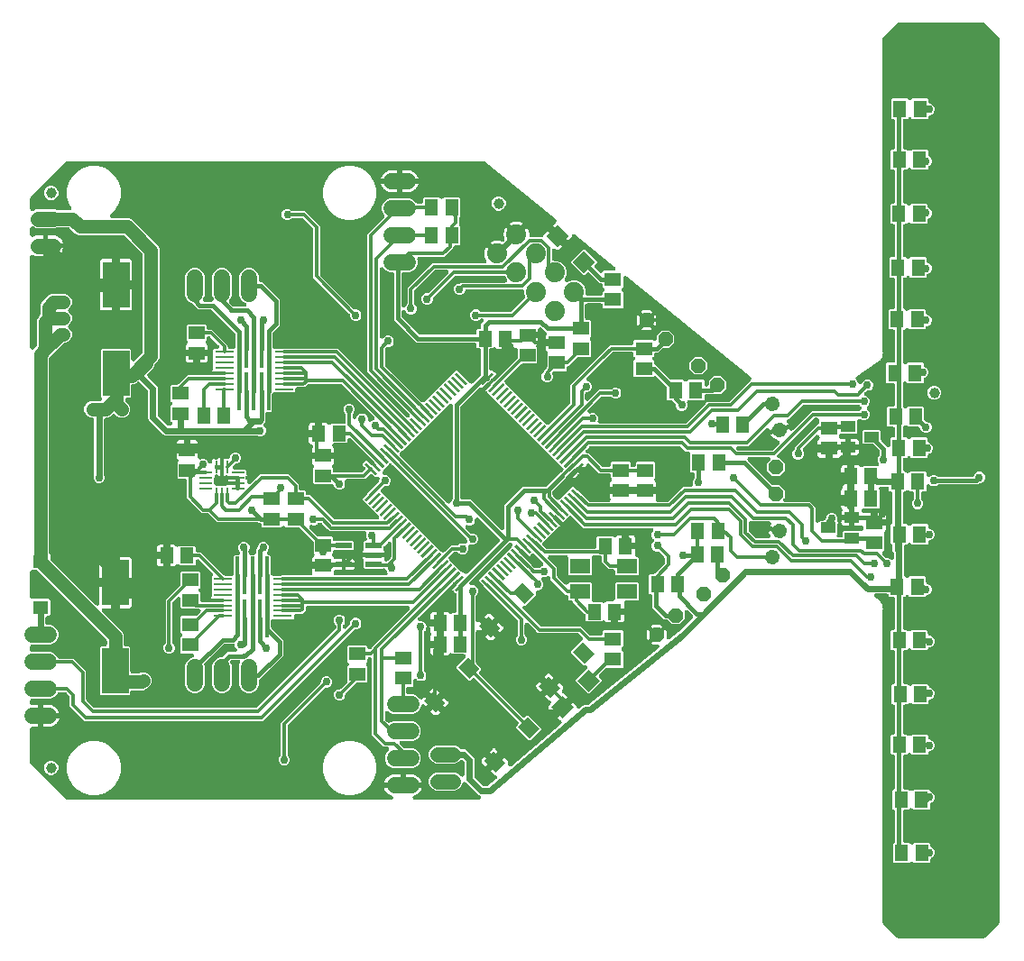
<source format=gbr>
G04 EAGLE Gerber RS-274X export*
G75*
%MOMM*%
%FSLAX34Y34*%
%LPD*%
%INTop Copper*%
%IPPOS*%
%AMOC8*
5,1,8,0,0,1.08239X$1,22.5*%
G01*
%ADD10R,1.500000X1.300000*%
%ADD11R,1.300000X1.500000*%
%ADD12P,1.429621X8X157.500000*%
%ADD13P,1.429621X8X247.500000*%
%ADD14P,1.429621X8X337.500000*%
%ADD15P,1.429621X8X67.500000*%
%ADD16C,1.422400*%
%ADD17R,1.500000X1.500000*%
%ADD18R,1.900000X1.400000*%
%ADD19R,1.400000X1.000000*%
%ADD20R,1.300000X1.600000*%
%ADD21R,1.600000X1.300000*%
%ADD22R,1.550000X1.300000*%
%ADD23R,0.254000X1.473200*%
%ADD24R,1.778000X0.254000*%
%ADD25R,0.304800X3.556000*%
%ADD26R,2.500000X4.300000*%
%ADD27C,1.524000*%
%ADD28C,1.508000*%
%ADD29P,1.429621X8X277.500000*%
%ADD30P,1.429621X8X127.500000*%
%ADD31P,1.429621X8X112.500000*%
%ADD32C,1.879600*%
%ADD33C,1.000000*%
%ADD34R,1.250000X0.250000*%
%ADD35R,0.250000X1.250000*%
%ADD36R,1.500000X0.500000*%
%ADD37R,1.470000X1.270000*%
%ADD38C,0.304800*%
%ADD39C,0.756400*%
%ADD40C,0.609600*%
%ADD41C,0.406400*%
%ADD42C,1.270000*%
%ADD43C,0.812800*%

G36*
X328896Y130169D02*
X328896Y130169D01*
X328980Y130168D01*
X329096Y130189D01*
X329212Y130201D01*
X329293Y130225D01*
X329376Y130241D01*
X329485Y130284D01*
X329597Y130319D01*
X329672Y130359D01*
X329750Y130390D01*
X329848Y130455D01*
X329951Y130511D01*
X330016Y130564D01*
X330087Y130611D01*
X330171Y130693D01*
X330261Y130768D01*
X330313Y130834D01*
X330374Y130893D01*
X330439Y130991D01*
X330513Y131082D01*
X330552Y131157D01*
X330599Y131227D01*
X330644Y131335D01*
X330698Y131439D01*
X330722Y131520D01*
X330754Y131598D01*
X330777Y131713D01*
X330810Y131826D01*
X330817Y131910D01*
X330833Y131993D01*
X330833Y132111D01*
X330843Y132228D01*
X330833Y132311D01*
X330833Y132396D01*
X330810Y132511D01*
X330796Y132627D01*
X330770Y132708D01*
X330753Y132790D01*
X330707Y132898D01*
X330671Y133010D01*
X330630Y133084D01*
X330597Y133161D01*
X330531Y133258D01*
X330473Y133361D01*
X330418Y133425D01*
X330371Y133494D01*
X330287Y133577D01*
X330210Y133665D01*
X330143Y133717D01*
X330083Y133776D01*
X329985Y133840D01*
X329892Y133912D01*
X329816Y133950D01*
X329746Y133996D01*
X329608Y134053D01*
X329531Y134092D01*
X329490Y134103D01*
X329439Y134124D01*
X328480Y134436D01*
X327055Y135162D01*
X325761Y136102D01*
X324630Y137233D01*
X323690Y138527D01*
X322964Y139952D01*
X322521Y141313D01*
X339492Y141313D01*
X339510Y141314D01*
X339527Y141313D01*
X339710Y141334D01*
X339892Y141353D01*
X339909Y141358D01*
X339927Y141360D01*
X340005Y141385D01*
X340142Y141346D01*
X340160Y141344D01*
X340177Y141340D01*
X340508Y141313D01*
X357479Y141313D01*
X357036Y139952D01*
X356310Y138527D01*
X355370Y137233D01*
X354239Y136102D01*
X352945Y135162D01*
X351520Y134436D01*
X350561Y134124D01*
X350483Y134090D01*
X350403Y134065D01*
X350299Y134009D01*
X350192Y133962D01*
X350123Y133914D01*
X350049Y133873D01*
X349959Y133798D01*
X349862Y133731D01*
X349804Y133670D01*
X349739Y133616D01*
X349666Y133524D01*
X349585Y133439D01*
X349540Y133368D01*
X349487Y133302D01*
X349433Y133198D01*
X349370Y133098D01*
X349340Y133020D01*
X349302Y132945D01*
X349269Y132832D01*
X349227Y132722D01*
X349213Y132639D01*
X349190Y132558D01*
X349181Y132441D01*
X349161Y132325D01*
X349164Y132241D01*
X349157Y132156D01*
X349171Y132040D01*
X349175Y131922D01*
X349194Y131840D01*
X349204Y131757D01*
X349241Y131645D01*
X349268Y131531D01*
X349303Y131454D01*
X349329Y131374D01*
X349387Y131271D01*
X349436Y131165D01*
X349485Y131097D01*
X349527Y131023D01*
X349604Y130934D01*
X349673Y130839D01*
X349735Y130782D01*
X349790Y130718D01*
X349883Y130647D01*
X349969Y130567D01*
X350042Y130523D01*
X350108Y130472D01*
X350213Y130419D01*
X350314Y130359D01*
X350393Y130330D01*
X350469Y130292D01*
X350582Y130262D01*
X350693Y130222D01*
X350776Y130210D01*
X350857Y130188D01*
X351006Y130176D01*
X351091Y130163D01*
X351133Y130165D01*
X351188Y130161D01*
X411154Y130161D01*
X411159Y130161D01*
X411163Y130161D01*
X411357Y130181D01*
X411555Y130201D01*
X411559Y130202D01*
X411564Y130202D01*
X411751Y130261D01*
X411940Y130319D01*
X411944Y130321D01*
X411948Y130322D01*
X412123Y130418D01*
X412294Y130511D01*
X412297Y130513D01*
X412301Y130516D01*
X412454Y130644D01*
X412603Y130768D01*
X412606Y130772D01*
X412609Y130775D01*
X412733Y130929D01*
X412855Y131082D01*
X412857Y131086D01*
X412860Y131089D01*
X412950Y131265D01*
X413041Y131439D01*
X413042Y131444D01*
X413044Y131448D01*
X413098Y131638D01*
X413152Y131826D01*
X413153Y131831D01*
X413154Y131835D01*
X413169Y132028D01*
X413185Y132228D01*
X413185Y132232D01*
X413185Y132236D01*
X413161Y132430D01*
X413138Y132627D01*
X413137Y132632D01*
X413136Y132636D01*
X413075Y132821D01*
X413013Y133010D01*
X413011Y133014D01*
X413010Y133018D01*
X412913Y133187D01*
X412816Y133361D01*
X412813Y133364D01*
X412810Y133368D01*
X412681Y133517D01*
X412552Y133665D01*
X412549Y133668D01*
X412546Y133672D01*
X412387Y133794D01*
X412234Y133912D01*
X412230Y133914D01*
X412227Y133917D01*
X411932Y134069D01*
X410602Y134619D01*
X400031Y145190D01*
X399038Y146183D01*
X399027Y146192D01*
X399019Y146202D01*
X398873Y146318D01*
X398726Y146438D01*
X398714Y146445D01*
X398704Y146453D01*
X398538Y146539D01*
X398371Y146627D01*
X398358Y146631D01*
X398346Y146637D01*
X398166Y146688D01*
X397985Y146742D01*
X397971Y146743D01*
X397958Y146747D01*
X397773Y146761D01*
X397584Y146778D01*
X397570Y146777D01*
X397557Y146778D01*
X397372Y146755D01*
X397183Y146735D01*
X397171Y146731D01*
X397157Y146729D01*
X396980Y146671D01*
X396800Y146613D01*
X396788Y146607D01*
X396775Y146603D01*
X396613Y146510D01*
X396447Y146419D01*
X396437Y146410D01*
X396425Y146403D01*
X396283Y146279D01*
X396140Y146158D01*
X396132Y146148D01*
X396122Y146139D01*
X396007Y145990D01*
X395891Y145842D01*
X395885Y145830D01*
X395876Y145820D01*
X395725Y145524D01*
X394434Y142408D01*
X392004Y139978D01*
X388830Y138663D01*
X371170Y138663D01*
X367996Y139978D01*
X365566Y142408D01*
X364251Y145582D01*
X364251Y149018D01*
X365566Y152192D01*
X367996Y154622D01*
X371170Y155937D01*
X388830Y155937D01*
X392004Y154622D01*
X394296Y152330D01*
X394303Y152325D01*
X394308Y152318D01*
X394458Y152198D01*
X394607Y152075D01*
X394615Y152071D01*
X394622Y152066D01*
X394792Y151977D01*
X394963Y151887D01*
X394972Y151884D01*
X394979Y151880D01*
X395164Y151827D01*
X395349Y151772D01*
X395358Y151771D01*
X395366Y151769D01*
X395557Y151753D01*
X395750Y151736D01*
X395759Y151737D01*
X395768Y151736D01*
X395957Y151758D01*
X396150Y151779D01*
X396159Y151782D01*
X396167Y151783D01*
X396349Y151842D01*
X396534Y151900D01*
X396542Y151905D01*
X396550Y151908D01*
X396719Y152003D01*
X396886Y152095D01*
X396893Y152101D01*
X396901Y152105D01*
X397047Y152231D01*
X397193Y152356D01*
X397199Y152363D01*
X397206Y152369D01*
X397323Y152520D01*
X397443Y152672D01*
X397447Y152680D01*
X397452Y152687D01*
X397538Y152859D01*
X397625Y153031D01*
X397628Y153039D01*
X397632Y153047D01*
X397682Y153233D01*
X397733Y153419D01*
X397734Y153427D01*
X397736Y153436D01*
X397763Y153767D01*
X397763Y164905D01*
X397761Y164931D01*
X397763Y164958D01*
X397741Y165132D01*
X397723Y165305D01*
X397716Y165331D01*
X397712Y165357D01*
X397657Y165523D01*
X397605Y165690D01*
X397592Y165714D01*
X397584Y165739D01*
X397497Y165890D01*
X397413Y166044D01*
X397396Y166065D01*
X397383Y166088D01*
X397168Y166341D01*
X396504Y167005D01*
X396490Y167016D01*
X396479Y167030D01*
X396335Y167144D01*
X396193Y167260D01*
X396177Y167269D01*
X396163Y167280D01*
X395999Y167363D01*
X395837Y167449D01*
X395820Y167454D01*
X395804Y167462D01*
X395627Y167511D01*
X395451Y167564D01*
X395433Y167565D01*
X395416Y167570D01*
X395233Y167583D01*
X395050Y167600D01*
X395032Y167598D01*
X395014Y167599D01*
X394832Y167576D01*
X394650Y167557D01*
X394633Y167551D01*
X394615Y167549D01*
X394441Y167491D01*
X394266Y167435D01*
X394250Y167427D01*
X394233Y167421D01*
X394074Y167329D01*
X393914Y167240D01*
X393900Y167229D01*
X393884Y167220D01*
X393631Y167005D01*
X392004Y165378D01*
X388830Y164063D01*
X371170Y164063D01*
X367996Y165378D01*
X365566Y167808D01*
X364251Y170982D01*
X364251Y174418D01*
X365566Y177592D01*
X367996Y180022D01*
X370598Y181100D01*
X370599Y181100D01*
X371170Y181337D01*
X388830Y181337D01*
X392004Y180022D01*
X394159Y177868D01*
X394179Y177851D01*
X394197Y177830D01*
X394335Y177723D01*
X394470Y177613D01*
X394494Y177600D01*
X394515Y177584D01*
X394672Y177506D01*
X394826Y177424D01*
X394851Y177416D01*
X394875Y177404D01*
X395045Y177359D01*
X395212Y177309D01*
X395238Y177307D01*
X395264Y177300D01*
X395595Y177273D01*
X398186Y177273D01*
X399866Y176577D01*
X406213Y170230D01*
X406909Y168550D01*
X406909Y152087D01*
X406911Y152061D01*
X406909Y152034D01*
X406931Y151860D01*
X406949Y151687D01*
X406956Y151661D01*
X406960Y151635D01*
X407015Y151469D01*
X407067Y151302D01*
X407080Y151278D01*
X407088Y151253D01*
X407175Y151101D01*
X407259Y150948D01*
X407276Y150927D01*
X407289Y150904D01*
X407504Y150651D01*
X414491Y143664D01*
X414512Y143647D01*
X414529Y143626D01*
X414667Y143519D01*
X414803Y143409D01*
X414826Y143396D01*
X414847Y143380D01*
X415004Y143302D01*
X415158Y143220D01*
X415184Y143212D01*
X415208Y143200D01*
X415377Y143155D01*
X415544Y143105D01*
X415571Y143103D01*
X415597Y143096D01*
X415927Y143069D01*
X418992Y143069D01*
X419135Y143083D01*
X419279Y143089D01*
X419335Y143103D01*
X419393Y143109D01*
X419530Y143151D01*
X419670Y143185D01*
X419722Y143210D01*
X419778Y143227D01*
X419904Y143295D01*
X420034Y143356D01*
X420088Y143395D01*
X420132Y143419D01*
X420195Y143472D01*
X420304Y143549D01*
X427582Y149708D01*
X427603Y149729D01*
X427626Y149746D01*
X427743Y149874D01*
X427862Y149997D01*
X427878Y150022D01*
X427898Y150043D01*
X427987Y150191D01*
X428080Y150336D01*
X428091Y150363D01*
X428106Y150388D01*
X428164Y150550D01*
X428226Y150711D01*
X428231Y150740D01*
X428241Y150767D01*
X428266Y150938D01*
X428296Y151107D01*
X428295Y151137D01*
X428299Y151166D01*
X428290Y151338D01*
X428286Y151510D01*
X428279Y151538D01*
X428278Y151568D01*
X428235Y151734D01*
X428197Y151903D01*
X428185Y151929D01*
X428177Y151957D01*
X428103Y152112D01*
X428032Y152270D01*
X428015Y152294D01*
X428002Y152320D01*
X427898Y152457D01*
X427798Y152597D01*
X427776Y152617D01*
X427759Y152641D01*
X427630Y152754D01*
X427504Y152872D01*
X427479Y152888D01*
X427457Y152907D01*
X427308Y152993D01*
X427161Y153084D01*
X427134Y153094D01*
X427108Y153109D01*
X426796Y153220D01*
X426101Y153407D01*
X425521Y153741D01*
X422102Y157160D01*
X427634Y162692D01*
X427645Y162705D01*
X427659Y162717D01*
X427773Y162861D01*
X427889Y163003D01*
X427897Y163019D01*
X427908Y163033D01*
X427992Y163197D01*
X428077Y163359D01*
X428083Y163376D01*
X428091Y163392D01*
X428140Y163569D01*
X428192Y163745D01*
X428194Y163763D01*
X428199Y163780D01*
X428204Y163848D01*
X428338Y163863D01*
X428355Y163868D01*
X428373Y163871D01*
X428547Y163929D01*
X428722Y163984D01*
X428738Y163993D01*
X428755Y163999D01*
X428914Y164091D01*
X429074Y164179D01*
X429088Y164191D01*
X429104Y164200D01*
X429357Y164414D01*
X434888Y169946D01*
X438307Y166527D01*
X438641Y165947D01*
X438815Y165301D01*
X438815Y164632D01*
X438616Y163891D01*
X438585Y163703D01*
X438552Y163516D01*
X438553Y163504D01*
X438551Y163493D01*
X438558Y163303D01*
X438562Y163113D01*
X438565Y163102D01*
X438565Y163091D01*
X438609Y162906D01*
X438651Y162721D01*
X438656Y162710D01*
X438659Y162699D01*
X438739Y162526D01*
X438816Y162353D01*
X438823Y162344D01*
X438828Y162334D01*
X438940Y162181D01*
X439050Y162026D01*
X439059Y162018D01*
X439065Y162009D01*
X439206Y161881D01*
X439345Y161751D01*
X439354Y161745D01*
X439363Y161737D01*
X439524Y161640D01*
X439687Y161539D01*
X439698Y161535D01*
X439707Y161529D01*
X439885Y161466D01*
X440065Y161399D01*
X440076Y161398D01*
X440087Y161394D01*
X440274Y161366D01*
X440462Y161337D01*
X440474Y161337D01*
X440485Y161336D01*
X440675Y161346D01*
X440865Y161354D01*
X440876Y161357D01*
X440887Y161357D01*
X441072Y161405D01*
X441256Y161450D01*
X441266Y161455D01*
X441277Y161458D01*
X441449Y161541D01*
X441620Y161621D01*
X441630Y161628D01*
X441639Y161633D01*
X441687Y161670D01*
X441890Y161814D01*
X488377Y201149D01*
X488492Y201268D01*
X488612Y201384D01*
X488632Y201413D01*
X488657Y201438D01*
X488746Y201578D01*
X488841Y201715D01*
X488855Y201748D01*
X488874Y201777D01*
X488935Y201932D01*
X489001Y202085D01*
X489008Y202119D01*
X489021Y202152D01*
X489049Y202316D01*
X489084Y202479D01*
X489084Y202514D01*
X489090Y202549D01*
X489086Y202715D01*
X489088Y202881D01*
X489081Y202916D01*
X489080Y202951D01*
X489043Y203113D01*
X489012Y203277D01*
X488999Y203310D01*
X488991Y203344D01*
X488923Y203495D01*
X488860Y203650D01*
X488840Y203679D01*
X488826Y203711D01*
X488729Y203846D01*
X488637Y203985D01*
X488612Y204010D01*
X488592Y204039D01*
X488471Y204152D01*
X488353Y204270D01*
X488320Y204293D01*
X488298Y204314D01*
X488224Y204359D01*
X488080Y204459D01*
X488044Y204480D01*
X485155Y207369D01*
X491040Y213254D01*
X491051Y213267D01*
X491065Y213279D01*
X491179Y213423D01*
X491295Y213565D01*
X491303Y213581D01*
X491314Y213595D01*
X491397Y213758D01*
X491484Y213921D01*
X491489Y213938D01*
X491497Y213954D01*
X491546Y214131D01*
X491598Y214307D01*
X491600Y214324D01*
X491605Y214342D01*
X491618Y214525D01*
X491635Y214708D01*
X491633Y214725D01*
X491634Y214743D01*
X491611Y214925D01*
X491591Y215108D01*
X491586Y215125D01*
X491584Y215143D01*
X491583Y215145D01*
X491650Y215125D01*
X491668Y215123D01*
X491685Y215119D01*
X491868Y215105D01*
X492051Y215089D01*
X492069Y215090D01*
X492087Y215089D01*
X492269Y215112D01*
X492451Y215132D01*
X492468Y215137D01*
X492486Y215140D01*
X492660Y215198D01*
X492835Y215253D01*
X492851Y215262D01*
X492868Y215268D01*
X493027Y215360D01*
X493188Y215448D01*
X493201Y215460D01*
X493217Y215469D01*
X493470Y215683D01*
X499355Y221568D01*
X502243Y218680D01*
X502578Y218100D01*
X502789Y217314D01*
X502791Y217291D01*
X502828Y217170D01*
X502856Y217047D01*
X502887Y216978D01*
X502909Y216906D01*
X502969Y216795D01*
X503021Y216680D01*
X503065Y216618D01*
X503101Y216552D01*
X503181Y216455D01*
X503255Y216353D01*
X503310Y216301D01*
X503359Y216243D01*
X503457Y216164D01*
X503549Y216078D01*
X503613Y216038D01*
X503672Y215990D01*
X503784Y215932D01*
X503891Y215866D01*
X503962Y215840D01*
X504030Y215805D01*
X504151Y215770D01*
X504269Y215726D01*
X504344Y215714D01*
X504416Y215693D01*
X504542Y215683D01*
X504667Y215664D01*
X504742Y215667D01*
X504818Y215661D01*
X504943Y215675D01*
X505069Y215681D01*
X505142Y215699D01*
X505218Y215708D01*
X505338Y215747D01*
X505460Y215777D01*
X505528Y215809D01*
X505600Y215832D01*
X505710Y215894D01*
X505824Y215948D01*
X505896Y215999D01*
X505951Y216030D01*
X506007Y216078D01*
X506094Y216141D01*
X508146Y217877D01*
X508194Y217927D01*
X508270Y217991D01*
X508747Y218468D01*
X508872Y218527D01*
X508921Y218562D01*
X508962Y218584D01*
X509021Y218632D01*
X509655Y218835D01*
X509719Y218863D01*
X509813Y218893D01*
X510436Y219151D01*
X510574Y219158D01*
X510633Y219171D01*
X510679Y219176D01*
X510752Y219198D01*
X511415Y219143D01*
X511485Y219144D01*
X511584Y219136D01*
X513293Y219136D01*
X513415Y219148D01*
X513538Y219151D01*
X513615Y219168D01*
X513694Y219176D01*
X513811Y219212D01*
X513931Y219239D01*
X514003Y219271D01*
X514078Y219294D01*
X514186Y219353D01*
X514298Y219402D01*
X514375Y219455D01*
X514433Y219486D01*
X514487Y219531D01*
X514572Y219590D01*
X579711Y272416D01*
X579792Y272497D01*
X579880Y272570D01*
X579935Y272638D01*
X579997Y272699D01*
X580061Y272795D01*
X580133Y272884D01*
X580173Y272961D01*
X580222Y273034D01*
X580266Y273140D01*
X580318Y273241D01*
X580342Y273325D01*
X580376Y273406D01*
X580398Y273518D01*
X580430Y273628D01*
X580437Y273715D01*
X580454Y273801D01*
X580453Y273915D01*
X580462Y274029D01*
X580452Y274116D01*
X580452Y274203D01*
X580429Y274316D01*
X580416Y274429D01*
X580389Y274512D01*
X580371Y274598D01*
X580326Y274703D01*
X580291Y274812D01*
X580248Y274888D01*
X580214Y274968D01*
X580149Y275063D01*
X580093Y275163D01*
X580036Y275229D01*
X579987Y275301D01*
X579904Y275381D01*
X579830Y275467D01*
X579761Y275521D01*
X579698Y275582D01*
X579602Y275644D01*
X579512Y275714D01*
X579433Y275753D01*
X579360Y275800D01*
X579254Y275842D01*
X579151Y275893D01*
X579067Y275916D01*
X578986Y275948D01*
X578873Y275968D01*
X578762Y275998D01*
X578659Y276006D01*
X578589Y276019D01*
X578524Y276017D01*
X578432Y276025D01*
X574282Y276025D01*
X573040Y277267D01*
X579506Y283733D01*
X579506Y283734D01*
X585972Y290200D01*
X587214Y288958D01*
X587214Y282764D01*
X587225Y282659D01*
X587225Y282554D01*
X587245Y282459D01*
X587254Y282363D01*
X587285Y282263D01*
X587306Y282160D01*
X587344Y282071D01*
X587372Y281978D01*
X587422Y281886D01*
X587463Y281789D01*
X587518Y281709D01*
X587564Y281624D01*
X587631Y281544D01*
X587691Y281457D01*
X587760Y281389D01*
X587822Y281315D01*
X587904Y281249D01*
X587979Y281176D01*
X588060Y281123D01*
X588136Y281063D01*
X588229Y281014D01*
X588317Y280957D01*
X588407Y280922D01*
X588493Y280877D01*
X588594Y280848D01*
X588692Y280810D01*
X588787Y280793D01*
X588880Y280766D01*
X588985Y280757D01*
X589088Y280739D01*
X589185Y280741D01*
X589281Y280733D01*
X589386Y280745D01*
X589490Y280747D01*
X589585Y280769D01*
X589681Y280780D01*
X589781Y280812D01*
X589883Y280835D01*
X589972Y280875D01*
X590064Y280905D01*
X590155Y280956D01*
X590251Y280999D01*
X590347Y281065D01*
X590414Y281103D01*
X590459Y281141D01*
X590525Y281186D01*
X598708Y287823D01*
X598766Y287880D01*
X598865Y287964D01*
X611747Y300846D01*
X611759Y300860D01*
X611772Y300871D01*
X611886Y301016D01*
X612002Y301158D01*
X612011Y301173D01*
X612022Y301187D01*
X612105Y301352D01*
X612191Y301513D01*
X612196Y301530D01*
X612204Y301546D01*
X612254Y301724D01*
X612306Y301899D01*
X612307Y301917D01*
X612312Y301934D01*
X612326Y302117D01*
X612342Y302300D01*
X612340Y302318D01*
X612342Y302336D01*
X612319Y302518D01*
X612299Y302700D01*
X612293Y302717D01*
X612291Y302735D01*
X612233Y302909D01*
X612177Y303084D01*
X612169Y303100D01*
X612163Y303117D01*
X612071Y303276D01*
X611982Y303437D01*
X611971Y303450D01*
X611962Y303466D01*
X611747Y303719D01*
X611732Y303734D01*
X607627Y307840D01*
X607620Y307845D01*
X607614Y307852D01*
X607464Y307972D01*
X607315Y308095D01*
X607307Y308099D01*
X607300Y308104D01*
X607130Y308193D01*
X606959Y308283D01*
X606951Y308286D01*
X606943Y308290D01*
X606758Y308343D01*
X606573Y308398D01*
X606565Y308399D01*
X606556Y308401D01*
X606365Y308417D01*
X606172Y308434D01*
X606163Y308433D01*
X606155Y308434D01*
X605966Y308412D01*
X605772Y308391D01*
X605764Y308388D01*
X605755Y308387D01*
X605573Y308328D01*
X605388Y308269D01*
X605381Y308265D01*
X605372Y308262D01*
X605204Y308167D01*
X605036Y308075D01*
X605029Y308069D01*
X605021Y308064D01*
X604875Y307938D01*
X604729Y307814D01*
X604723Y307807D01*
X604717Y307801D01*
X604599Y307650D01*
X604479Y307498D01*
X604475Y307490D01*
X604470Y307483D01*
X604384Y307311D01*
X604297Y307139D01*
X604295Y307131D01*
X604291Y307123D01*
X604240Y306935D01*
X604189Y306751D01*
X604188Y306743D01*
X604186Y306734D01*
X604159Y306403D01*
X604159Y299763D01*
X599397Y295002D01*
X592663Y295002D01*
X588686Y298979D01*
X588665Y298996D01*
X588648Y299016D01*
X588510Y299123D01*
X588375Y299234D01*
X588351Y299246D01*
X588330Y299263D01*
X588173Y299341D01*
X588019Y299422D01*
X587993Y299430D01*
X587969Y299442D01*
X587800Y299487D01*
X587633Y299537D01*
X587606Y299539D01*
X587581Y299546D01*
X587250Y299574D01*
X585412Y299574D01*
X574227Y310759D01*
X574227Y320996D01*
X574225Y321014D01*
X574227Y321032D01*
X574206Y321214D01*
X574187Y321397D01*
X574182Y321414D01*
X574180Y321431D01*
X574123Y321606D01*
X574069Y321782D01*
X574061Y321797D01*
X574055Y321814D01*
X573965Y321974D01*
X573877Y322136D01*
X573866Y322149D01*
X573857Y322165D01*
X573737Y322304D01*
X573620Y322445D01*
X573606Y322456D01*
X573594Y322470D01*
X573449Y322582D01*
X573306Y322697D01*
X573290Y322705D01*
X573276Y322716D01*
X573111Y322798D01*
X572949Y322883D01*
X572932Y322888D01*
X572916Y322896D01*
X572737Y322943D01*
X572562Y322994D01*
X572544Y322996D01*
X572527Y323000D01*
X572196Y323027D01*
X571566Y323027D01*
X570673Y323920D01*
X570673Y341184D01*
X571566Y342077D01*
X575044Y342077D01*
X575070Y342079D01*
X575097Y342077D01*
X575271Y342099D01*
X575444Y342117D01*
X575470Y342124D01*
X575497Y342128D01*
X575662Y342183D01*
X575829Y342235D01*
X575853Y342248D01*
X575878Y342256D01*
X576030Y342343D01*
X576183Y342427D01*
X576204Y342444D01*
X576227Y342457D01*
X576480Y342672D01*
X585316Y351508D01*
X585333Y351529D01*
X585354Y351546D01*
X585461Y351684D01*
X585571Y351819D01*
X585584Y351843D01*
X585600Y351864D01*
X585678Y352021D01*
X585760Y352175D01*
X585768Y352201D01*
X585780Y352225D01*
X585825Y352394D01*
X585875Y352561D01*
X585877Y352588D01*
X585884Y352613D01*
X585911Y352944D01*
X585911Y356356D01*
X585909Y356382D01*
X585911Y356409D01*
X585889Y356583D01*
X585871Y356756D01*
X585864Y356782D01*
X585860Y356809D01*
X585805Y356974D01*
X585753Y357141D01*
X585740Y357165D01*
X585732Y357190D01*
X585645Y357342D01*
X585561Y357495D01*
X585544Y357516D01*
X585531Y357539D01*
X585316Y357792D01*
X580390Y362718D01*
X580369Y362735D01*
X580352Y362756D01*
X580214Y362862D01*
X580079Y362973D01*
X580055Y362986D01*
X580034Y363002D01*
X579877Y363080D01*
X579723Y363162D01*
X579697Y363170D01*
X579673Y363182D01*
X579504Y363227D01*
X579337Y363277D01*
X579310Y363279D01*
X579285Y363286D01*
X578954Y363313D01*
X577744Y363313D01*
X575794Y364121D01*
X574301Y365614D01*
X573493Y367564D01*
X573493Y369676D01*
X574301Y371626D01*
X574939Y372264D01*
X574950Y372277D01*
X574964Y372289D01*
X575077Y372433D01*
X575194Y372575D01*
X575202Y372591D01*
X575213Y372605D01*
X575296Y372768D01*
X575383Y372931D01*
X575388Y372948D01*
X575396Y372964D01*
X575445Y373141D01*
X575497Y373317D01*
X575499Y373335D01*
X575504Y373352D01*
X575517Y373535D01*
X575534Y373718D01*
X575532Y373736D01*
X575533Y373753D01*
X575510Y373935D01*
X575490Y374118D01*
X575485Y374135D01*
X575483Y374153D01*
X575424Y374327D01*
X575369Y374502D01*
X575360Y374517D01*
X575354Y374534D01*
X575263Y374694D01*
X575174Y374854D01*
X575162Y374868D01*
X575154Y374883D01*
X574939Y375136D01*
X574301Y375774D01*
X573493Y377724D01*
X573493Y379836D01*
X574301Y381786D01*
X574431Y381916D01*
X574437Y381923D01*
X574443Y381928D01*
X574563Y382078D01*
X574686Y382227D01*
X574690Y382235D01*
X574696Y382242D01*
X574784Y382412D01*
X574875Y382583D01*
X574877Y382591D01*
X574881Y382599D01*
X574935Y382785D01*
X574989Y382969D01*
X574990Y382978D01*
X574993Y382986D01*
X575008Y383178D01*
X575026Y383370D01*
X575025Y383379D01*
X575025Y383388D01*
X575003Y383578D01*
X574982Y383770D01*
X574980Y383779D01*
X574979Y383787D01*
X574919Y383971D01*
X574861Y384154D01*
X574857Y384162D01*
X574854Y384170D01*
X574759Y384339D01*
X574666Y384506D01*
X574660Y384513D01*
X574656Y384521D01*
X574530Y384666D01*
X574406Y384813D01*
X574398Y384819D01*
X574393Y384826D01*
X574242Y384943D01*
X574090Y385063D01*
X574082Y385067D01*
X574075Y385072D01*
X573902Y385158D01*
X573731Y385245D01*
X573722Y385248D01*
X573714Y385252D01*
X573527Y385302D01*
X573343Y385353D01*
X573334Y385354D01*
X573325Y385356D01*
X572995Y385383D01*
X509545Y385383D01*
X507165Y387764D01*
X498799Y396129D01*
X498785Y396141D01*
X498774Y396154D01*
X498630Y396268D01*
X498488Y396384D01*
X498472Y396393D01*
X498458Y396404D01*
X498294Y396487D01*
X498132Y396573D01*
X498115Y396578D01*
X498099Y396586D01*
X497922Y396636D01*
X497746Y396688D01*
X497728Y396689D01*
X497711Y396694D01*
X497528Y396708D01*
X497345Y396724D01*
X497327Y396722D01*
X497310Y396724D01*
X497127Y396701D01*
X496945Y396681D01*
X496928Y396675D01*
X496910Y396673D01*
X496736Y396615D01*
X496561Y396559D01*
X496545Y396551D01*
X496529Y396545D01*
X496370Y396453D01*
X496209Y396365D01*
X496195Y396353D01*
X496180Y396344D01*
X495927Y396129D01*
X493987Y394190D01*
X491878Y392080D01*
X491861Y392060D01*
X491840Y392042D01*
X491733Y391904D01*
X491623Y391769D01*
X491610Y391745D01*
X491594Y391724D01*
X491516Y391567D01*
X491434Y391413D01*
X491426Y391388D01*
X491414Y391363D01*
X491369Y391194D01*
X491319Y391027D01*
X491317Y391001D01*
X491310Y390975D01*
X491297Y390820D01*
X491110Y390120D01*
X490996Y389924D01*
X485560Y395360D01*
X485559Y395361D01*
X484072Y396848D01*
X484058Y396859D01*
X484047Y396872D01*
X483902Y396987D01*
X483760Y397103D01*
X483745Y397111D01*
X483731Y397122D01*
X483567Y397205D01*
X483405Y397291D01*
X483388Y397296D01*
X483372Y397304D01*
X483195Y397354D01*
X483019Y397406D01*
X483001Y397408D01*
X482984Y397412D01*
X482801Y397426D01*
X482618Y397442D01*
X482600Y397440D01*
X482582Y397442D01*
X482400Y397419D01*
X482218Y397399D01*
X482201Y397394D01*
X482183Y397391D01*
X482009Y397333D01*
X481834Y397278D01*
X481818Y397269D01*
X481801Y397263D01*
X481642Y397172D01*
X481481Y397083D01*
X481468Y397071D01*
X481452Y397062D01*
X481199Y396848D01*
X481188Y396834D01*
X481174Y396822D01*
X481173Y396821D01*
X481060Y396678D01*
X480944Y396536D01*
X480936Y396520D01*
X480925Y396506D01*
X480841Y396342D01*
X480756Y396180D01*
X480750Y396163D01*
X480742Y396147D01*
X480725Y396084D01*
X480693Y395969D01*
X480641Y395794D01*
X480639Y395777D01*
X480634Y395759D01*
X480621Y395576D01*
X480604Y395393D01*
X480606Y395376D01*
X480605Y395358D01*
X480628Y395176D01*
X480648Y394993D01*
X480653Y394976D01*
X480655Y394958D01*
X480714Y394785D01*
X480769Y394609D01*
X480778Y394594D01*
X480784Y394577D01*
X480875Y394418D01*
X480964Y394257D01*
X480976Y394243D01*
X480985Y394228D01*
X481199Y393975D01*
X482686Y392489D01*
X482687Y392487D01*
X488123Y387051D01*
X487926Y386937D01*
X487214Y386746D01*
X487176Y386742D01*
X487002Y386724D01*
X486977Y386716D01*
X486950Y386713D01*
X486784Y386657D01*
X486617Y386606D01*
X486594Y386593D01*
X486568Y386585D01*
X486417Y386497D01*
X486263Y386414D01*
X486243Y386397D01*
X486219Y386384D01*
X485966Y386169D01*
X480265Y380468D01*
X480265Y380467D01*
X476386Y376589D01*
X476386Y376588D01*
X472794Y372996D01*
X471321Y371523D01*
X471310Y371510D01*
X471296Y371498D01*
X471181Y371353D01*
X471066Y371212D01*
X471057Y371196D01*
X471046Y371182D01*
X470963Y371018D01*
X470877Y370856D01*
X470872Y370839D01*
X470864Y370823D01*
X470815Y370646D01*
X470762Y370470D01*
X470761Y370453D01*
X470756Y370435D01*
X470742Y370251D01*
X470726Y370069D01*
X470728Y370052D01*
X470726Y370034D01*
X470749Y369852D01*
X470769Y369669D01*
X470775Y369652D01*
X470777Y369634D01*
X470835Y369461D01*
X470891Y369285D01*
X470899Y369270D01*
X470905Y369253D01*
X470997Y369094D01*
X471086Y368933D01*
X471097Y368919D01*
X471106Y368904D01*
X471321Y368651D01*
X473616Y366356D01*
X473625Y366348D01*
X473629Y366343D01*
X473639Y366335D01*
X473654Y366318D01*
X473792Y366211D01*
X473927Y366101D01*
X473951Y366088D01*
X473972Y366072D01*
X474129Y365994D01*
X474283Y365912D01*
X474309Y365904D01*
X474333Y365892D01*
X474502Y365847D01*
X474669Y365797D01*
X474696Y365795D01*
X474721Y365788D01*
X475052Y365761D01*
X519752Y365761D01*
X519770Y365763D01*
X519788Y365761D01*
X519970Y365782D01*
X520153Y365801D01*
X520170Y365806D01*
X520187Y365808D01*
X520362Y365865D01*
X520538Y365919D01*
X520553Y365927D01*
X520570Y365933D01*
X520730Y366023D01*
X520892Y366111D01*
X520905Y366122D01*
X520921Y366131D01*
X521060Y366251D01*
X521201Y366368D01*
X521212Y366382D01*
X521226Y366394D01*
X521338Y366538D01*
X521453Y366682D01*
X521461Y366698D01*
X521472Y366712D01*
X521554Y366877D01*
X521639Y367039D01*
X521644Y367056D01*
X521652Y367072D01*
X521699Y367251D01*
X521750Y367426D01*
X521752Y367444D01*
X521756Y367461D01*
X521783Y367792D01*
X521783Y376620D01*
X522676Y377513D01*
X536940Y377513D01*
X537169Y377283D01*
X537233Y377231D01*
X537290Y377172D01*
X537388Y377104D01*
X537481Y377028D01*
X537553Y376989D01*
X537621Y376943D01*
X537731Y376895D01*
X537837Y376839D01*
X537915Y376816D01*
X537991Y376783D01*
X538108Y376759D01*
X538222Y376725D01*
X538305Y376717D01*
X538385Y376700D01*
X538504Y376699D01*
X538623Y376688D01*
X538705Y376697D01*
X538788Y376696D01*
X538905Y376719D01*
X539024Y376732D01*
X539102Y376756D01*
X539183Y376772D01*
X539294Y376817D01*
X539408Y376853D01*
X539480Y376893D01*
X539556Y376924D01*
X539655Y376990D01*
X539760Y377048D01*
X539823Y377101D01*
X539891Y377147D01*
X539976Y377231D01*
X540067Y377308D01*
X540118Y377373D01*
X540176Y377431D01*
X540217Y377490D01*
X540748Y378021D01*
X541327Y378356D01*
X541973Y378529D01*
X545559Y378529D01*
X545559Y369706D01*
X545560Y369688D01*
X545559Y369671D01*
X545580Y369488D01*
X545599Y369306D01*
X545604Y369289D01*
X545606Y369271D01*
X545663Y369096D01*
X545717Y368921D01*
X545725Y368905D01*
X545731Y368888D01*
X545821Y368728D01*
X545908Y368567D01*
X545920Y368553D01*
X545929Y368537D01*
X546049Y368398D01*
X546166Y368257D01*
X546180Y368246D01*
X546192Y368233D01*
X546337Y368120D01*
X546480Y368005D01*
X546496Y367997D01*
X546510Y367986D01*
X546675Y367904D01*
X546837Y367820D01*
X546854Y367815D01*
X546870Y367807D01*
X547049Y367759D01*
X547224Y367708D01*
X547242Y367707D01*
X547259Y367702D01*
X547590Y367675D01*
X547995Y367675D01*
X547995Y367270D01*
X547997Y367252D01*
X547995Y367234D01*
X548017Y367052D01*
X548035Y366869D01*
X548040Y366852D01*
X548042Y366835D01*
X548099Y366660D01*
X548153Y366484D01*
X548161Y366469D01*
X548167Y366452D01*
X548257Y366292D01*
X548345Y366130D01*
X548356Y366117D01*
X548365Y366101D01*
X548485Y365962D01*
X548603Y365821D01*
X548616Y365810D01*
X548628Y365796D01*
X548773Y365684D01*
X548916Y365569D01*
X548932Y365561D01*
X548946Y365550D01*
X549111Y365468D01*
X549274Y365383D01*
X549291Y365378D01*
X549307Y365370D01*
X549485Y365322D01*
X549660Y365272D01*
X549678Y365270D01*
X549695Y365266D01*
X550026Y365239D01*
X557849Y365239D01*
X557849Y360623D01*
X557829Y360554D01*
X557819Y360434D01*
X557800Y360317D01*
X557803Y360234D01*
X557796Y360152D01*
X557810Y360034D01*
X557814Y359914D01*
X557833Y359834D01*
X557843Y359753D01*
X557880Y359639D01*
X557908Y359523D01*
X557942Y359448D01*
X557968Y359370D01*
X558027Y359265D01*
X558077Y359157D01*
X558125Y359091D01*
X558166Y359019D01*
X558244Y358929D01*
X558314Y358832D01*
X558375Y358777D01*
X558429Y358714D01*
X558523Y358641D01*
X558611Y358560D01*
X558682Y358518D01*
X558747Y358468D01*
X558854Y358414D01*
X558956Y358353D01*
X559034Y358325D01*
X559107Y358288D01*
X559223Y358257D01*
X559335Y358217D01*
X559417Y358205D01*
X559496Y358184D01*
X559648Y358171D01*
X559734Y358159D01*
X559774Y358161D01*
X559827Y358157D01*
X560132Y358157D01*
X561025Y357264D01*
X561025Y342000D01*
X560132Y341107D01*
X539868Y341107D01*
X538975Y342000D01*
X538975Y344552D01*
X538973Y344570D01*
X538975Y344588D01*
X538954Y344770D01*
X538935Y344953D01*
X538930Y344970D01*
X538928Y344987D01*
X538871Y345162D01*
X538817Y345338D01*
X538809Y345353D01*
X538803Y345370D01*
X538713Y345530D01*
X538625Y345692D01*
X538614Y345705D01*
X538605Y345721D01*
X538485Y345860D01*
X538368Y346001D01*
X538354Y346012D01*
X538342Y346026D01*
X538197Y346138D01*
X538054Y346253D01*
X538038Y346261D01*
X538024Y346272D01*
X537859Y346354D01*
X537697Y346439D01*
X537680Y346444D01*
X537664Y346452D01*
X537485Y346499D01*
X537310Y346550D01*
X537292Y346552D01*
X537275Y346556D01*
X536944Y346583D01*
X533025Y346583D01*
X526759Y352849D01*
X526759Y357432D01*
X526757Y357450D01*
X526759Y357468D01*
X526738Y357650D01*
X526719Y357833D01*
X526714Y357850D01*
X526712Y357867D01*
X526655Y358042D01*
X526601Y358218D01*
X526593Y358233D01*
X526587Y358250D01*
X526497Y358410D01*
X526409Y358572D01*
X526398Y358585D01*
X526389Y358601D01*
X526269Y358740D01*
X526152Y358881D01*
X526138Y358892D01*
X526126Y358906D01*
X525981Y359018D01*
X525838Y359133D01*
X525822Y359141D01*
X525808Y359152D01*
X525643Y359234D01*
X525481Y359319D01*
X525464Y359324D01*
X525448Y359332D01*
X525269Y359379D01*
X525094Y359430D01*
X525076Y359432D01*
X525059Y359436D01*
X524728Y359463D01*
X522496Y359463D01*
X522404Y359512D01*
X522379Y359520D01*
X522355Y359532D01*
X522185Y359577D01*
X522018Y359627D01*
X521992Y359629D01*
X521966Y359636D01*
X521635Y359663D01*
X519056Y359663D01*
X519038Y359661D01*
X519020Y359663D01*
X518838Y359642D01*
X518655Y359623D01*
X518638Y359618D01*
X518621Y359616D01*
X518446Y359559D01*
X518270Y359505D01*
X518255Y359497D01*
X518238Y359491D01*
X518078Y359401D01*
X517916Y359313D01*
X517903Y359302D01*
X517887Y359293D01*
X517748Y359173D01*
X517607Y359056D01*
X517596Y359042D01*
X517582Y359030D01*
X517470Y358885D01*
X517355Y358742D01*
X517347Y358726D01*
X517336Y358712D01*
X517254Y358547D01*
X517169Y358385D01*
X517164Y358368D01*
X517156Y358352D01*
X517109Y358173D01*
X517058Y357998D01*
X517056Y357980D01*
X517052Y357963D01*
X517025Y357632D01*
X517025Y342000D01*
X516132Y341107D01*
X495868Y341107D01*
X494975Y342000D01*
X494975Y357632D01*
X494973Y357650D01*
X494975Y357668D01*
X494954Y357850D01*
X494935Y358033D01*
X494930Y358050D01*
X494928Y358067D01*
X494871Y358242D01*
X494817Y358418D01*
X494809Y358433D01*
X494803Y358450D01*
X494713Y358610D01*
X494625Y358772D01*
X494614Y358785D01*
X494605Y358801D01*
X494486Y358939D01*
X494368Y359081D01*
X494354Y359092D01*
X494342Y359106D01*
X494197Y359218D01*
X494054Y359333D01*
X494038Y359341D01*
X494024Y359352D01*
X493859Y359434D01*
X493697Y359519D01*
X493680Y359524D01*
X493664Y359532D01*
X493485Y359579D01*
X493310Y359630D01*
X493292Y359632D01*
X493275Y359636D01*
X492944Y359663D01*
X478028Y359663D01*
X478019Y359662D01*
X478010Y359663D01*
X477818Y359642D01*
X477627Y359623D01*
X477619Y359621D01*
X477610Y359620D01*
X477428Y359562D01*
X477242Y359505D01*
X477234Y359501D01*
X477226Y359498D01*
X477058Y359405D01*
X476888Y359313D01*
X476882Y359308D01*
X476874Y359303D01*
X476727Y359179D01*
X476579Y359056D01*
X476573Y359049D01*
X476567Y359043D01*
X476448Y358892D01*
X476327Y358742D01*
X476323Y358734D01*
X476317Y358727D01*
X476229Y358554D01*
X476141Y358385D01*
X476139Y358376D01*
X476135Y358368D01*
X476082Y358180D01*
X476030Y357998D01*
X476029Y357989D01*
X476027Y357980D01*
X476013Y357787D01*
X475997Y357596D01*
X475998Y357588D01*
X475997Y357579D01*
X476022Y357386D01*
X476044Y357197D01*
X476047Y357188D01*
X476048Y357179D01*
X476109Y356996D01*
X476169Y356814D01*
X476173Y356806D01*
X476176Y356798D01*
X476272Y356631D01*
X476367Y356463D01*
X476372Y356456D01*
X476377Y356449D01*
X476592Y356196D01*
X482252Y350535D01*
X484633Y348155D01*
X484633Y340432D01*
X484635Y340406D01*
X484633Y340379D01*
X484655Y340205D01*
X484673Y340032D01*
X484680Y340006D01*
X484684Y339979D01*
X484739Y339814D01*
X484791Y339647D01*
X484804Y339623D01*
X484812Y339598D01*
X484899Y339446D01*
X484983Y339293D01*
X485000Y339272D01*
X485013Y339249D01*
X485228Y338996D01*
X491531Y332692D01*
X491545Y332681D01*
X491557Y332667D01*
X491701Y332553D01*
X491843Y332437D01*
X491859Y332429D01*
X491873Y332418D01*
X492037Y332334D01*
X492198Y332249D01*
X492216Y332243D01*
X492232Y332235D01*
X492409Y332186D01*
X492584Y332134D01*
X492602Y332132D01*
X492619Y332127D01*
X492803Y332114D01*
X492985Y332097D01*
X493003Y332099D01*
X493021Y332098D01*
X493203Y332121D01*
X493386Y332141D01*
X493403Y332146D01*
X493420Y332148D01*
X493594Y332207D01*
X493769Y332262D01*
X493785Y332271D01*
X493802Y332277D01*
X493962Y332368D01*
X494122Y332457D01*
X494135Y332469D01*
X494151Y332478D01*
X494404Y332692D01*
X495868Y334157D01*
X516132Y334157D01*
X517025Y333264D01*
X517025Y317700D01*
X517027Y317682D01*
X517025Y317664D01*
X517046Y317482D01*
X517065Y317299D01*
X517070Y317282D01*
X517072Y317265D01*
X517129Y317090D01*
X517183Y316914D01*
X517191Y316899D01*
X517197Y316882D01*
X517287Y316722D01*
X517375Y316560D01*
X517386Y316547D01*
X517395Y316531D01*
X517515Y316392D01*
X517632Y316251D01*
X517646Y316240D01*
X517658Y316226D01*
X517803Y316114D01*
X517946Y315999D01*
X517962Y315991D01*
X517976Y315980D01*
X518141Y315898D01*
X518303Y315813D01*
X518320Y315808D01*
X518336Y315800D01*
X518515Y315753D01*
X518690Y315702D01*
X518708Y315700D01*
X518725Y315696D01*
X519056Y315669D01*
X526648Y315669D01*
X526877Y315439D01*
X526941Y315387D01*
X526998Y315327D01*
X527097Y315259D01*
X527189Y315184D01*
X527262Y315145D01*
X527330Y315098D01*
X527439Y315051D01*
X527544Y314995D01*
X527624Y314972D01*
X527699Y314939D01*
X527816Y314914D01*
X527930Y314880D01*
X528013Y314873D01*
X528093Y314856D01*
X528213Y314855D01*
X528331Y314844D01*
X528413Y314853D01*
X528496Y314852D01*
X528613Y314875D01*
X528732Y314887D01*
X528810Y314912D01*
X528891Y314928D01*
X529002Y314973D01*
X529115Y315009D01*
X529188Y315049D01*
X529264Y315080D01*
X529363Y315146D01*
X529468Y315204D01*
X529531Y315257D01*
X529599Y315303D01*
X529684Y315387D01*
X529775Y315464D01*
X529826Y315529D01*
X529884Y315587D01*
X529925Y315646D01*
X530456Y316177D01*
X531035Y316512D01*
X531681Y316685D01*
X536944Y316685D01*
X536962Y316687D01*
X536980Y316685D01*
X537162Y316706D01*
X537345Y316725D01*
X537362Y316730D01*
X537379Y316732D01*
X537554Y316789D01*
X537730Y316843D01*
X537745Y316851D01*
X537762Y316857D01*
X537922Y316947D01*
X538084Y317035D01*
X538097Y317046D01*
X538113Y317055D01*
X538252Y317175D01*
X538393Y317292D01*
X538404Y317306D01*
X538418Y317318D01*
X538530Y317463D01*
X538645Y317606D01*
X538653Y317622D01*
X538664Y317636D01*
X538746Y317801D01*
X538831Y317963D01*
X538836Y317980D01*
X538844Y317996D01*
X538891Y318175D01*
X538942Y318350D01*
X538944Y318368D01*
X538948Y318385D01*
X538975Y318716D01*
X538975Y333264D01*
X539868Y334157D01*
X560132Y334157D01*
X561025Y333264D01*
X561025Y318000D01*
X560132Y317107D01*
X549500Y317107D01*
X549418Y317099D01*
X549336Y317101D01*
X549218Y317079D01*
X549099Y317067D01*
X549020Y317043D01*
X548939Y317029D01*
X548828Y316984D01*
X548714Y316949D01*
X548642Y316910D01*
X548565Y316880D01*
X548465Y316814D01*
X548360Y316757D01*
X548297Y316705D01*
X548228Y316660D01*
X548142Y316576D01*
X548051Y316500D01*
X547999Y316436D01*
X547940Y316378D01*
X547873Y316279D01*
X547798Y316186D01*
X547760Y316113D01*
X547714Y316045D01*
X547668Y315935D01*
X547613Y315829D01*
X547590Y315750D01*
X547558Y315674D01*
X547535Y315557D01*
X547501Y315442D01*
X547495Y315360D01*
X547478Y315279D01*
X547478Y315160D01*
X547469Y315040D01*
X547478Y314959D01*
X547478Y314877D01*
X547505Y314727D01*
X547515Y314641D01*
X547528Y314602D01*
X547538Y314550D01*
X547557Y314478D01*
X547557Y309893D01*
X539734Y309893D01*
X539716Y309891D01*
X539699Y309893D01*
X539516Y309872D01*
X539334Y309853D01*
X539317Y309848D01*
X539299Y309846D01*
X539124Y309789D01*
X538949Y309735D01*
X538933Y309727D01*
X538916Y309721D01*
X538756Y309631D01*
X538595Y309543D01*
X538581Y309532D01*
X538565Y309523D01*
X538426Y309403D01*
X538285Y309286D01*
X538274Y309272D01*
X538261Y309260D01*
X538148Y309115D01*
X538033Y308972D01*
X538025Y308956D01*
X538014Y308942D01*
X537931Y308776D01*
X537848Y308615D01*
X537843Y308598D01*
X537835Y308582D01*
X537787Y308403D01*
X537736Y308228D01*
X537735Y308210D01*
X537730Y308193D01*
X537703Y307862D01*
X537703Y307457D01*
X537298Y307457D01*
X537280Y307455D01*
X537262Y307457D01*
X537080Y307435D01*
X536897Y307417D01*
X536880Y307412D01*
X536863Y307410D01*
X536688Y307353D01*
X536512Y307299D01*
X536497Y307291D01*
X536480Y307285D01*
X536320Y307195D01*
X536158Y307107D01*
X536145Y307096D01*
X536129Y307087D01*
X535990Y306967D01*
X535849Y306849D01*
X535838Y306836D01*
X535824Y306824D01*
X535712Y306679D01*
X535597Y306536D01*
X535589Y306520D01*
X535578Y306506D01*
X535495Y306341D01*
X535411Y306178D01*
X535406Y306161D01*
X535398Y306145D01*
X535350Y305967D01*
X535300Y305792D01*
X535298Y305774D01*
X535294Y305757D01*
X535267Y305426D01*
X535267Y296603D01*
X531681Y296603D01*
X531035Y296776D01*
X530456Y297111D01*
X529905Y297661D01*
X529838Y297755D01*
X529778Y297811D01*
X529725Y297874D01*
X529631Y297948D01*
X529544Y298029D01*
X529473Y298072D01*
X529409Y298124D01*
X529302Y298178D01*
X529201Y298240D01*
X529123Y298269D01*
X529050Y298306D01*
X528935Y298338D01*
X528823Y298379D01*
X528741Y298392D01*
X528662Y298414D01*
X528543Y298423D01*
X528425Y298441D01*
X528343Y298437D01*
X528260Y298443D01*
X528142Y298428D01*
X528023Y298423D01*
X527943Y298403D01*
X527861Y298393D01*
X527748Y298355D01*
X527632Y298326D01*
X527557Y298291D01*
X527479Y298265D01*
X527376Y298205D01*
X527268Y298154D01*
X527202Y298105D01*
X527130Y298064D01*
X527014Y297965D01*
X526945Y297914D01*
X526918Y297883D01*
X526877Y297849D01*
X526648Y297619D01*
X512384Y297619D01*
X511491Y298512D01*
X511491Y303268D01*
X511489Y303294D01*
X511491Y303321D01*
X511469Y303495D01*
X511451Y303668D01*
X511444Y303694D01*
X511440Y303721D01*
X511385Y303886D01*
X511333Y304053D01*
X511320Y304077D01*
X511312Y304102D01*
X511225Y304254D01*
X511141Y304407D01*
X511124Y304428D01*
X511111Y304451D01*
X510896Y304704D01*
X499690Y315910D01*
X499609Y316054D01*
X499521Y316216D01*
X499510Y316229D01*
X499501Y316245D01*
X499382Y316383D01*
X499264Y316525D01*
X499250Y316536D01*
X499238Y316550D01*
X499093Y316662D01*
X498950Y316777D01*
X498934Y316785D01*
X498920Y316796D01*
X498755Y316878D01*
X498593Y316963D01*
X498576Y316968D01*
X498560Y316976D01*
X498381Y317023D01*
X498206Y317074D01*
X498188Y317076D01*
X498171Y317080D01*
X497840Y317107D01*
X495868Y317107D01*
X494975Y318000D01*
X494975Y320552D01*
X494973Y320570D01*
X494975Y320588D01*
X494954Y320770D01*
X494935Y320953D01*
X494930Y320970D01*
X494928Y320987D01*
X494871Y321162D01*
X494817Y321338D01*
X494809Y321353D01*
X494803Y321370D01*
X494713Y321530D01*
X494625Y321692D01*
X494614Y321705D01*
X494605Y321721D01*
X494485Y321860D01*
X494368Y322001D01*
X494354Y322012D01*
X494342Y322026D01*
X494197Y322138D01*
X494054Y322253D01*
X494038Y322261D01*
X494024Y322272D01*
X493859Y322354D01*
X493697Y322439D01*
X493680Y322444D01*
X493664Y322452D01*
X493485Y322499D01*
X493310Y322550D01*
X493292Y322552D01*
X493275Y322556D01*
X493024Y322577D01*
X478535Y337065D01*
X478535Y338165D01*
X478534Y338178D01*
X478535Y338191D01*
X478514Y338378D01*
X478495Y338565D01*
X478491Y338578D01*
X478490Y338592D01*
X478432Y338771D01*
X478377Y338950D01*
X478371Y338962D01*
X478367Y338975D01*
X478275Y339140D01*
X478185Y339304D01*
X478177Y339315D01*
X478170Y339326D01*
X478048Y339470D01*
X477928Y339614D01*
X477917Y339622D01*
X477909Y339632D01*
X477760Y339749D01*
X477614Y339866D01*
X477602Y339872D01*
X477592Y339880D01*
X477423Y339965D01*
X477257Y340051D01*
X477244Y340055D01*
X477232Y340061D01*
X477051Y340111D01*
X476870Y340163D01*
X476856Y340164D01*
X476843Y340167D01*
X476655Y340180D01*
X476468Y340196D01*
X476455Y340194D01*
X476442Y340195D01*
X476254Y340171D01*
X476069Y340149D01*
X476056Y340145D01*
X476043Y340143D01*
X475727Y340041D01*
X473496Y339117D01*
X471867Y339117D01*
X471858Y339116D01*
X471850Y339117D01*
X471659Y339097D01*
X471467Y339077D01*
X471458Y339075D01*
X471449Y339074D01*
X471266Y339016D01*
X471082Y338959D01*
X471074Y338955D01*
X471066Y338952D01*
X470897Y338859D01*
X470728Y338767D01*
X470721Y338762D01*
X470713Y338757D01*
X470566Y338632D01*
X470419Y338510D01*
X470413Y338503D01*
X470406Y338497D01*
X470286Y338344D01*
X470166Y338196D01*
X470162Y338188D01*
X470157Y338181D01*
X470069Y338008D01*
X469981Y337839D01*
X469978Y337830D01*
X469974Y337822D01*
X469923Y337637D01*
X469869Y337452D01*
X469869Y337443D01*
X469866Y337434D01*
X469852Y337242D01*
X469837Y337050D01*
X469838Y337042D01*
X469837Y337033D01*
X469861Y336841D01*
X469883Y336651D01*
X469886Y336642D01*
X469887Y336633D01*
X469949Y336451D01*
X470008Y336268D01*
X470013Y336260D01*
X470016Y336252D01*
X470112Y336084D01*
X470206Y335917D01*
X470212Y335910D01*
X470216Y335903D01*
X470431Y335650D01*
X470843Y335238D01*
X471651Y333288D01*
X471651Y331176D01*
X470843Y329226D01*
X469350Y327733D01*
X467400Y326925D01*
X466843Y326925D01*
X466834Y326924D01*
X466825Y326925D01*
X466634Y326904D01*
X466442Y326885D01*
X466434Y326883D01*
X466425Y326882D01*
X466240Y326823D01*
X466058Y326767D01*
X466050Y326763D01*
X466041Y326760D01*
X465872Y326667D01*
X465703Y326575D01*
X465697Y326570D01*
X465689Y326565D01*
X465541Y326440D01*
X465394Y326318D01*
X465389Y326311D01*
X465382Y326305D01*
X465262Y326153D01*
X465142Y326004D01*
X465138Y325996D01*
X465132Y325989D01*
X465045Y325817D01*
X464956Y325647D01*
X464954Y325638D01*
X464950Y325630D01*
X464898Y325445D01*
X464845Y325260D01*
X464844Y325251D01*
X464842Y325242D01*
X464828Y325052D01*
X464812Y324858D01*
X464813Y324849D01*
X464813Y324840D01*
X464837Y324649D01*
X464859Y324459D01*
X464862Y324450D01*
X464863Y324441D01*
X464919Y324273D01*
X464919Y322682D01*
X454834Y312596D01*
X454330Y312596D01*
X454322Y312596D01*
X454313Y312596D01*
X454119Y312575D01*
X453930Y312556D01*
X453921Y312554D01*
X453912Y312553D01*
X453728Y312495D01*
X453545Y312438D01*
X453537Y312434D01*
X453528Y312431D01*
X453360Y312338D01*
X453191Y312247D01*
X453184Y312241D01*
X453176Y312237D01*
X453029Y312112D01*
X452882Y311989D01*
X452876Y311982D01*
X452869Y311976D01*
X452749Y311825D01*
X452629Y311675D01*
X452625Y311667D01*
X452620Y311660D01*
X452532Y311487D01*
X452444Y311318D01*
X452441Y311309D01*
X452437Y311301D01*
X452385Y311115D01*
X452332Y310931D01*
X452332Y310922D01*
X452329Y310913D01*
X452315Y310721D01*
X452299Y310530D01*
X452300Y310521D01*
X452300Y310512D01*
X452324Y310319D01*
X452346Y310130D01*
X452349Y310121D01*
X452350Y310112D01*
X452411Y309930D01*
X452471Y309747D01*
X452476Y309739D01*
X452478Y309731D01*
X452575Y309564D01*
X452669Y309396D01*
X452675Y309390D01*
X452679Y309382D01*
X452894Y309129D01*
X468819Y293204D01*
X468840Y293187D01*
X468857Y293166D01*
X468995Y293059D01*
X469131Y292949D01*
X469154Y292936D01*
X469175Y292920D01*
X469332Y292842D01*
X469486Y292760D01*
X469512Y292752D01*
X469536Y292740D01*
X469705Y292695D01*
X469872Y292645D01*
X469899Y292643D01*
X469925Y292636D01*
X470256Y292609D01*
X507231Y292609D01*
X515104Y284736D01*
X515125Y284719D01*
X515142Y284698D01*
X515280Y284591D01*
X515415Y284481D01*
X515439Y284468D01*
X515460Y284452D01*
X515617Y284374D01*
X515771Y284292D01*
X515797Y284284D01*
X515821Y284272D01*
X515990Y284227D01*
X516157Y284177D01*
X516184Y284175D01*
X516209Y284168D01*
X516540Y284141D01*
X525466Y284141D01*
X525484Y284143D01*
X525502Y284141D01*
X525684Y284162D01*
X525867Y284181D01*
X525884Y284186D01*
X525901Y284188D01*
X526076Y284245D01*
X526252Y284299D01*
X526267Y284307D01*
X526284Y284313D01*
X526444Y284403D01*
X526606Y284491D01*
X526619Y284502D01*
X526635Y284511D01*
X526774Y284631D01*
X526915Y284748D01*
X526926Y284762D01*
X526940Y284774D01*
X527052Y284919D01*
X527167Y285062D01*
X527175Y285078D01*
X527186Y285092D01*
X527268Y285256D01*
X527353Y285419D01*
X527358Y285436D01*
X527366Y285452D01*
X527413Y285631D01*
X527464Y285806D01*
X527466Y285824D01*
X527470Y285841D01*
X527497Y286172D01*
X527497Y288224D01*
X528390Y289117D01*
X545654Y289117D01*
X546547Y288224D01*
X546547Y273960D01*
X545615Y273028D01*
X545603Y273014D01*
X545590Y273003D01*
X545476Y272859D01*
X545360Y272717D01*
X545351Y272701D01*
X545340Y272687D01*
X545257Y272523D01*
X545171Y272361D01*
X545166Y272344D01*
X545158Y272328D01*
X545108Y272151D01*
X545056Y271975D01*
X545055Y271957D01*
X545050Y271940D01*
X545036Y271757D01*
X545020Y271574D01*
X545022Y271556D01*
X545020Y271539D01*
X545043Y271357D01*
X545063Y271174D01*
X545069Y271157D01*
X545071Y271139D01*
X545129Y270965D01*
X545185Y270790D01*
X545193Y270774D01*
X545199Y270758D01*
X545291Y270599D01*
X545379Y270438D01*
X545391Y270424D01*
X545400Y270409D01*
X545615Y270156D01*
X546547Y269224D01*
X546547Y254960D01*
X545654Y254067D01*
X531704Y254067D01*
X531678Y254065D01*
X531651Y254067D01*
X531477Y254045D01*
X531304Y254027D01*
X531278Y254020D01*
X531251Y254016D01*
X531086Y253961D01*
X530919Y253909D01*
X530895Y253896D01*
X530870Y253888D01*
X530718Y253801D01*
X530565Y253717D01*
X530544Y253700D01*
X530521Y253687D01*
X530268Y253472D01*
X524326Y247530D01*
X524314Y247516D01*
X524301Y247505D01*
X524187Y247361D01*
X524071Y247219D01*
X524062Y247203D01*
X524051Y247189D01*
X523968Y247025D01*
X523882Y246863D01*
X523877Y246846D01*
X523869Y246830D01*
X523820Y246653D01*
X523767Y246477D01*
X523766Y246459D01*
X523761Y246442D01*
X523748Y246259D01*
X523731Y246076D01*
X523733Y246058D01*
X523732Y246041D01*
X523755Y245859D01*
X523774Y245676D01*
X523780Y245659D01*
X523782Y245641D01*
X523840Y245467D01*
X523896Y245292D01*
X523905Y245276D01*
X523910Y245260D01*
X524002Y245101D01*
X524091Y244940D01*
X524102Y244926D01*
X524111Y244911D01*
X524326Y244658D01*
X526484Y242500D01*
X526484Y241237D01*
X514984Y229737D01*
X513721Y229737D01*
X502221Y241237D01*
X502221Y242500D01*
X512635Y252914D01*
X512641Y252921D01*
X512647Y252926D01*
X512768Y253076D01*
X512890Y253225D01*
X512894Y253233D01*
X512900Y253240D01*
X512988Y253411D01*
X513079Y253581D01*
X513081Y253590D01*
X513085Y253598D01*
X513139Y253782D01*
X513193Y253967D01*
X513194Y253976D01*
X513197Y253984D01*
X513212Y254176D01*
X513230Y254368D01*
X513229Y254377D01*
X513230Y254386D01*
X513207Y254575D01*
X513186Y254768D01*
X513184Y254777D01*
X513183Y254786D01*
X513123Y254968D01*
X513065Y255152D01*
X513061Y255160D01*
X513058Y255168D01*
X512963Y255337D01*
X512870Y255504D01*
X512864Y255511D01*
X512860Y255519D01*
X512734Y255665D01*
X512610Y255811D01*
X512603Y255817D01*
X512597Y255824D01*
X512447Y255940D01*
X512294Y256061D01*
X512286Y256065D01*
X512279Y256070D01*
X512107Y256156D01*
X511935Y256243D01*
X511926Y256246D01*
X511918Y256250D01*
X511732Y256300D01*
X511547Y256351D01*
X511538Y256352D01*
X511529Y256354D01*
X511199Y256381D01*
X509786Y256381D01*
X497932Y268235D01*
X497932Y269498D01*
X508389Y279955D01*
X508401Y279969D01*
X508414Y279980D01*
X508528Y280124D01*
X508644Y280266D01*
X508653Y280282D01*
X508664Y280296D01*
X508747Y280460D01*
X508833Y280622D01*
X508838Y280639D01*
X508846Y280655D01*
X508895Y280832D01*
X508948Y281008D01*
X508949Y281026D01*
X508954Y281043D01*
X508967Y281226D01*
X508984Y281409D01*
X508982Y281426D01*
X508983Y281444D01*
X508960Y281626D01*
X508941Y281809D01*
X508935Y281826D01*
X508933Y281844D01*
X508875Y282018D01*
X508819Y282193D01*
X508810Y282209D01*
X508805Y282225D01*
X508713Y282385D01*
X508624Y282545D01*
X508613Y282559D01*
X508604Y282574D01*
X508389Y282827D01*
X505300Y285916D01*
X505279Y285933D01*
X505262Y285954D01*
X505124Y286060D01*
X504989Y286171D01*
X504965Y286184D01*
X504944Y286200D01*
X504788Y286278D01*
X504633Y286360D01*
X504607Y286368D01*
X504583Y286380D01*
X504414Y286425D01*
X504247Y286475D01*
X504220Y286477D01*
X504195Y286484D01*
X503864Y286511D01*
X466889Y286511D01*
X464508Y288892D01*
X457620Y295780D01*
X457613Y295785D01*
X457608Y295792D01*
X457458Y295912D01*
X457309Y296035D01*
X457301Y296039D01*
X457294Y296044D01*
X457123Y296133D01*
X456953Y296223D01*
X456945Y296226D01*
X456937Y296230D01*
X456751Y296283D01*
X456567Y296338D01*
X456558Y296339D01*
X456550Y296341D01*
X456358Y296357D01*
X456166Y296374D01*
X456157Y296373D01*
X456148Y296374D01*
X455959Y296352D01*
X455766Y296331D01*
X455757Y296328D01*
X455749Y296327D01*
X455567Y296268D01*
X455382Y296209D01*
X455374Y296205D01*
X455366Y296202D01*
X455197Y296107D01*
X455030Y296015D01*
X455023Y296009D01*
X455015Y296004D01*
X454869Y295879D01*
X454723Y295754D01*
X454717Y295747D01*
X454710Y295741D01*
X454592Y295588D01*
X454473Y295438D01*
X454469Y295430D01*
X454464Y295423D01*
X454377Y295250D01*
X454291Y295079D01*
X454288Y295071D01*
X454284Y295063D01*
X454234Y294876D01*
X454183Y294691D01*
X454182Y294683D01*
X454180Y294674D01*
X454153Y294343D01*
X454153Y285714D01*
X454155Y285687D01*
X454153Y285660D01*
X454175Y285486D01*
X454193Y285313D01*
X454200Y285287D01*
X454204Y285261D01*
X454260Y285095D01*
X454311Y284928D01*
X454324Y284904D01*
X454332Y284879D01*
X454419Y284727D01*
X454503Y284574D01*
X454520Y284553D01*
X454533Y284530D01*
X454748Y284277D01*
X455603Y283422D01*
X456411Y281472D01*
X456411Y279360D01*
X455603Y277410D01*
X454110Y275917D01*
X452160Y275109D01*
X450048Y275109D01*
X448098Y275917D01*
X446605Y277410D01*
X445797Y279360D01*
X445797Y281472D01*
X446605Y283422D01*
X447460Y284277D01*
X447477Y284298D01*
X447498Y284315D01*
X447605Y284453D01*
X447715Y284589D01*
X447728Y284612D01*
X447744Y284633D01*
X447822Y284790D01*
X447904Y284944D01*
X447912Y284970D01*
X447924Y284994D01*
X447969Y285163D01*
X448019Y285330D01*
X448021Y285357D01*
X448028Y285383D01*
X448055Y285714D01*
X448055Y297678D01*
X448053Y297705D01*
X448055Y297731D01*
X448033Y297905D01*
X448015Y298079D01*
X448008Y298104D01*
X448004Y298131D01*
X447949Y298297D01*
X447897Y298464D01*
X447884Y298487D01*
X447876Y298513D01*
X447789Y298664D01*
X447705Y298818D01*
X447688Y298838D01*
X447675Y298861D01*
X447460Y299114D01*
X415915Y330660D01*
X415900Y330704D01*
X415848Y330872D01*
X415836Y330895D01*
X415827Y330921D01*
X415740Y331072D01*
X415657Y331226D01*
X415640Y331246D01*
X415626Y331270D01*
X415411Y331523D01*
X411424Y335510D01*
X411424Y336773D01*
X421712Y347062D01*
X421713Y347062D01*
X425018Y350367D01*
X441603Y366952D01*
X441620Y366973D01*
X441640Y366991D01*
X441747Y367129D01*
X441858Y367264D01*
X441871Y367288D01*
X441887Y367309D01*
X441965Y367466D01*
X442047Y367620D01*
X442054Y367645D01*
X442066Y367669D01*
X442112Y367839D01*
X442161Y368006D01*
X442164Y368032D01*
X442171Y368058D01*
X442184Y368212D01*
X442387Y368972D01*
X442439Y369071D01*
X442454Y369125D01*
X442477Y369175D01*
X442509Y369317D01*
X442550Y369458D01*
X442554Y369513D01*
X442567Y369567D01*
X442571Y369714D01*
X442583Y369860D01*
X442576Y369915D01*
X442578Y369970D01*
X442553Y370114D01*
X442536Y370259D01*
X442519Y370312D01*
X442509Y370367D01*
X442456Y370503D01*
X442411Y370642D01*
X442384Y370690D01*
X442364Y370742D01*
X442285Y370865D01*
X442213Y370993D01*
X442177Y371035D01*
X442147Y371081D01*
X442046Y371187D01*
X441950Y371298D01*
X441906Y371331D01*
X441868Y371371D01*
X441748Y371455D01*
X441632Y371544D01*
X441582Y371569D01*
X441537Y371600D01*
X441403Y371658D01*
X441271Y371724D01*
X441218Y371738D01*
X441167Y371760D01*
X441024Y371790D01*
X440883Y371828D01*
X440820Y371833D01*
X440773Y371843D01*
X440689Y371844D01*
X440552Y371855D01*
X440524Y371855D01*
X440498Y371853D01*
X440471Y371855D01*
X440409Y371847D01*
X440371Y371847D01*
X440292Y371832D01*
X440124Y371815D01*
X440098Y371808D01*
X440072Y371804D01*
X439906Y371749D01*
X439739Y371697D01*
X439715Y371684D01*
X439690Y371676D01*
X439538Y371589D01*
X439385Y371505D01*
X439364Y371488D01*
X439341Y371475D01*
X439088Y371260D01*
X402738Y334910D01*
X402732Y334903D01*
X402725Y334898D01*
X402605Y334748D01*
X402483Y334599D01*
X402479Y334591D01*
X402473Y334584D01*
X402383Y334411D01*
X402294Y334243D01*
X402292Y334235D01*
X402288Y334227D01*
X402234Y334041D01*
X402179Y333857D01*
X402179Y333848D01*
X402176Y333840D01*
X402160Y333648D01*
X402143Y333456D01*
X402144Y333447D01*
X402143Y333438D01*
X402165Y333249D01*
X402186Y333056D01*
X402189Y333047D01*
X402190Y333039D01*
X402250Y332857D01*
X402308Y332672D01*
X402312Y332664D01*
X402315Y332656D01*
X402410Y332487D01*
X402503Y332320D01*
X402508Y332313D01*
X402513Y332305D01*
X402639Y332159D01*
X402763Y332013D01*
X402770Y332007D01*
X402776Y332000D01*
X402927Y331883D01*
X403079Y331763D01*
X403087Y331759D01*
X403094Y331754D01*
X403266Y331668D01*
X403438Y331581D01*
X403447Y331578D01*
X403455Y331574D01*
X403641Y331524D01*
X403826Y331473D01*
X403835Y331472D01*
X403843Y331470D01*
X404174Y331443D01*
X406440Y331443D01*
X408390Y330635D01*
X409883Y329142D01*
X410691Y327192D01*
X410691Y325080D01*
X409883Y323130D01*
X409028Y322275D01*
X409011Y322254D01*
X408990Y322237D01*
X408883Y322099D01*
X408773Y321963D01*
X408760Y321940D01*
X408744Y321919D01*
X408666Y321762D01*
X408584Y321608D01*
X408576Y321582D01*
X408564Y321558D01*
X408519Y321389D01*
X408469Y321222D01*
X408467Y321195D01*
X408460Y321169D01*
X408433Y320838D01*
X408433Y298769D01*
X408434Y298760D01*
X408433Y298751D01*
X408454Y298558D01*
X408473Y298368D01*
X408475Y298360D01*
X408476Y298351D01*
X408535Y298166D01*
X408591Y297983D01*
X408595Y297975D01*
X408598Y297967D01*
X408691Y297799D01*
X408783Y297629D01*
X408788Y297622D01*
X408793Y297615D01*
X408917Y297468D01*
X409040Y297320D01*
X409047Y297314D01*
X409053Y297308D01*
X409205Y297188D01*
X409354Y297068D01*
X409362Y297064D01*
X409369Y297058D01*
X409542Y296970D01*
X409711Y296882D01*
X409720Y296880D01*
X409728Y296876D01*
X409914Y296824D01*
X410098Y296771D01*
X410107Y296770D01*
X410116Y296768D01*
X410309Y296754D01*
X410500Y296738D01*
X410508Y296739D01*
X410517Y296738D01*
X410710Y296763D01*
X410899Y296785D01*
X410908Y296788D01*
X410917Y296789D01*
X411099Y296850D01*
X411282Y296910D01*
X411290Y296914D01*
X411298Y296917D01*
X411465Y297013D01*
X411633Y297108D01*
X411640Y297113D01*
X411647Y297118D01*
X411900Y297333D01*
X411924Y297357D01*
X416903Y292378D01*
X412808Y288282D01*
X411900Y289190D01*
X411893Y289196D01*
X411888Y289203D01*
X411738Y289323D01*
X411589Y289445D01*
X411581Y289450D01*
X411574Y289455D01*
X411404Y289544D01*
X411233Y289634D01*
X411224Y289637D01*
X411217Y289641D01*
X411032Y289694D01*
X410847Y289749D01*
X410838Y289750D01*
X410830Y289752D01*
X410639Y289768D01*
X410446Y289785D01*
X410437Y289784D01*
X410428Y289785D01*
X410239Y289763D01*
X410046Y289742D01*
X410037Y289739D01*
X410029Y289738D01*
X409847Y289679D01*
X409662Y289620D01*
X409654Y289616D01*
X409646Y289613D01*
X409477Y289518D01*
X409310Y289425D01*
X409303Y289420D01*
X409295Y289415D01*
X409149Y289289D01*
X409003Y289165D01*
X408997Y289158D01*
X408990Y289152D01*
X408873Y289001D01*
X408753Y288849D01*
X408749Y288841D01*
X408744Y288834D01*
X408657Y288660D01*
X408571Y288490D01*
X408568Y288482D01*
X408564Y288474D01*
X408514Y288288D01*
X408463Y288102D01*
X408462Y288093D01*
X408460Y288085D01*
X408433Y287754D01*
X408433Y259445D01*
X408435Y259419D01*
X408433Y259392D01*
X408455Y259218D01*
X408473Y259044D01*
X408480Y259019D01*
X408484Y258992D01*
X408540Y258826D01*
X408591Y258660D01*
X408604Y258636D01*
X408612Y258611D01*
X408699Y258459D01*
X408783Y258306D01*
X408800Y258285D01*
X408813Y258262D01*
X409028Y258009D01*
X413403Y253633D01*
X413403Y252370D01*
X411953Y250919D01*
X411941Y250905D01*
X411928Y250894D01*
X411814Y250750D01*
X411698Y250608D01*
X411689Y250592D01*
X411678Y250578D01*
X411595Y250414D01*
X411509Y250252D01*
X411504Y250235D01*
X411496Y250219D01*
X411447Y250042D01*
X411394Y249866D01*
X411393Y249848D01*
X411388Y249831D01*
X411374Y249648D01*
X411358Y249465D01*
X411360Y249447D01*
X411358Y249430D01*
X411381Y249248D01*
X411401Y249065D01*
X411407Y249048D01*
X411409Y249030D01*
X411467Y248857D01*
X411523Y248681D01*
X411531Y248665D01*
X411537Y248649D01*
X411629Y248490D01*
X411718Y248329D01*
X411729Y248315D01*
X411738Y248300D01*
X411953Y248047D01*
X452179Y207821D01*
X452192Y207809D01*
X452204Y207796D01*
X452348Y207682D01*
X452490Y207566D01*
X452506Y207557D01*
X452520Y207546D01*
X452684Y207463D01*
X452846Y207377D01*
X452863Y207372D01*
X452879Y207364D01*
X453056Y207314D01*
X453232Y207262D01*
X453250Y207261D01*
X453267Y207256D01*
X453450Y207242D01*
X453633Y207226D01*
X453651Y207228D01*
X453668Y207226D01*
X453850Y207249D01*
X454033Y207269D01*
X454050Y207275D01*
X454068Y207277D01*
X454242Y207335D01*
X454417Y207391D01*
X454433Y207399D01*
X454449Y207405D01*
X454608Y207497D01*
X454769Y207586D01*
X454783Y207597D01*
X454798Y207606D01*
X455051Y207821D01*
X456502Y209271D01*
X457765Y209271D01*
X469618Y197418D01*
X469618Y196155D01*
X459533Y186069D01*
X458270Y186069D01*
X446416Y197923D01*
X446416Y199186D01*
X447867Y200637D01*
X447878Y200650D01*
X447892Y200662D01*
X448006Y200806D01*
X448122Y200948D01*
X448130Y200964D01*
X448142Y200978D01*
X448225Y201142D01*
X448311Y201304D01*
X448316Y201321D01*
X448324Y201337D01*
X448373Y201514D01*
X448426Y201690D01*
X448427Y201707D01*
X448432Y201725D01*
X448445Y201908D01*
X448462Y202091D01*
X448460Y202108D01*
X448461Y202126D01*
X448438Y202308D01*
X448419Y202491D01*
X448413Y202508D01*
X448411Y202526D01*
X448353Y202699D01*
X448297Y202875D01*
X448288Y202890D01*
X448283Y202907D01*
X448191Y203066D01*
X448102Y203227D01*
X448091Y203241D01*
X448082Y203256D01*
X447867Y203509D01*
X407641Y243735D01*
X407627Y243746D01*
X407616Y243760D01*
X407471Y243874D01*
X407330Y243990D01*
X407314Y243998D01*
X407300Y244010D01*
X407136Y244093D01*
X406974Y244179D01*
X406957Y244184D01*
X406941Y244192D01*
X406764Y244241D01*
X406588Y244294D01*
X406570Y244295D01*
X406553Y244300D01*
X406370Y244313D01*
X406187Y244330D01*
X406169Y244328D01*
X406151Y244329D01*
X405969Y244306D01*
X405787Y244287D01*
X405770Y244281D01*
X405752Y244279D01*
X405578Y244221D01*
X405403Y244165D01*
X405387Y244156D01*
X405370Y244151D01*
X405212Y244059D01*
X405051Y243970D01*
X405037Y243959D01*
X405022Y243950D01*
X404769Y243735D01*
X403318Y242284D01*
X402055Y242284D01*
X390201Y254138D01*
X390201Y255401D01*
X398340Y263540D01*
X398346Y263547D01*
X398353Y263552D01*
X398473Y263702D01*
X398595Y263851D01*
X398600Y263859D01*
X398605Y263866D01*
X398694Y264036D01*
X398784Y264207D01*
X398787Y264216D01*
X398791Y264223D01*
X398844Y264408D01*
X398899Y264593D01*
X398900Y264602D01*
X398902Y264610D01*
X398918Y264802D01*
X398935Y264994D01*
X398934Y265003D01*
X398935Y265012D01*
X398913Y265201D01*
X398892Y265394D01*
X398889Y265403D01*
X398888Y265411D01*
X398829Y265593D01*
X398770Y265778D01*
X398766Y265786D01*
X398763Y265794D01*
X398668Y265963D01*
X398575Y266130D01*
X398570Y266137D01*
X398565Y266145D01*
X398440Y266290D01*
X398315Y266437D01*
X398308Y266443D01*
X398302Y266450D01*
X398151Y266567D01*
X397999Y266687D01*
X397991Y266691D01*
X397984Y266696D01*
X397812Y266782D01*
X397640Y266869D01*
X397632Y266872D01*
X397624Y266876D01*
X397437Y266926D01*
X397252Y266977D01*
X397243Y266978D01*
X397235Y266980D01*
X396904Y267007D01*
X386736Y267007D01*
X386507Y267237D01*
X386443Y267289D01*
X386386Y267349D01*
X386287Y267417D01*
X386195Y267492D01*
X386122Y267531D01*
X386054Y267578D01*
X385945Y267625D01*
X385840Y267681D01*
X385760Y267704D01*
X385685Y267737D01*
X385568Y267762D01*
X385454Y267796D01*
X385371Y267803D01*
X385291Y267820D01*
X385171Y267821D01*
X385053Y267832D01*
X384971Y267823D01*
X384888Y267824D01*
X384771Y267801D01*
X384652Y267789D01*
X384574Y267764D01*
X384493Y267748D01*
X384382Y267703D01*
X384269Y267667D01*
X384196Y267627D01*
X384120Y267596D01*
X384021Y267530D01*
X383916Y267472D01*
X383853Y267419D01*
X383785Y267373D01*
X383700Y267289D01*
X383609Y267212D01*
X383558Y267147D01*
X383500Y267089D01*
X383459Y267030D01*
X382928Y266499D01*
X382349Y266164D01*
X381703Y265991D01*
X378117Y265991D01*
X378117Y274814D01*
X378115Y274832D01*
X378117Y274849D01*
X378096Y275032D01*
X378077Y275214D01*
X378072Y275231D01*
X378070Y275249D01*
X378013Y275424D01*
X377959Y275599D01*
X377951Y275615D01*
X377945Y275632D01*
X377855Y275792D01*
X377767Y275953D01*
X377756Y275967D01*
X377747Y275983D01*
X377702Y276035D01*
X377787Y276140D01*
X377795Y276156D01*
X377806Y276170D01*
X377888Y276335D01*
X377973Y276498D01*
X377978Y276515D01*
X377986Y276531D01*
X378033Y276709D01*
X378084Y276884D01*
X378086Y276902D01*
X378090Y276919D01*
X378117Y277250D01*
X378117Y295134D01*
X378115Y295152D01*
X378117Y295169D01*
X378096Y295352D01*
X378077Y295534D01*
X378072Y295551D01*
X378070Y295569D01*
X378013Y295744D01*
X377959Y295919D01*
X377951Y295935D01*
X377945Y295952D01*
X377855Y296112D01*
X377767Y296273D01*
X377756Y296287D01*
X377747Y296303D01*
X377702Y296355D01*
X377787Y296460D01*
X377795Y296476D01*
X377806Y296490D01*
X377888Y296655D01*
X377973Y296818D01*
X377978Y296835D01*
X377986Y296851D01*
X378033Y297029D01*
X378084Y297204D01*
X378086Y297222D01*
X378090Y297239D01*
X378117Y297570D01*
X378117Y306393D01*
X381703Y306393D01*
X382349Y306220D01*
X382928Y305885D01*
X383479Y305335D01*
X383546Y305241D01*
X383606Y305185D01*
X383659Y305122D01*
X383753Y305048D01*
X383840Y304967D01*
X383911Y304924D01*
X383975Y304872D01*
X384082Y304818D01*
X384183Y304756D01*
X384261Y304727D01*
X384334Y304690D01*
X384449Y304658D01*
X384561Y304617D01*
X384643Y304604D01*
X384722Y304582D01*
X384841Y304573D01*
X384959Y304555D01*
X385041Y304559D01*
X385124Y304553D01*
X385242Y304568D01*
X385361Y304573D01*
X385441Y304593D01*
X385523Y304603D01*
X385636Y304641D01*
X385752Y304670D01*
X385827Y304705D01*
X385905Y304731D01*
X386008Y304791D01*
X386116Y304842D01*
X386182Y304891D01*
X386254Y304932D01*
X386370Y305031D01*
X386439Y305082D01*
X386466Y305113D01*
X386507Y305147D01*
X386736Y305377D01*
X388280Y305377D01*
X388298Y305379D01*
X388316Y305377D01*
X388498Y305398D01*
X388681Y305417D01*
X388698Y305422D01*
X388715Y305424D01*
X388890Y305481D01*
X389066Y305535D01*
X389081Y305543D01*
X389098Y305549D01*
X389258Y305639D01*
X389420Y305727D01*
X389433Y305738D01*
X389449Y305747D01*
X389588Y305867D01*
X389729Y305984D01*
X389740Y305998D01*
X389754Y306010D01*
X389866Y306154D01*
X389981Y306298D01*
X389989Y306314D01*
X390000Y306328D01*
X390082Y306493D01*
X390167Y306655D01*
X390172Y306672D01*
X390180Y306688D01*
X390227Y306867D01*
X390278Y307042D01*
X390280Y307060D01*
X390284Y307077D01*
X390311Y307408D01*
X390311Y322734D01*
X390309Y322761D01*
X390311Y322787D01*
X390289Y322961D01*
X390271Y323135D01*
X390264Y323160D01*
X390260Y323187D01*
X390205Y323352D01*
X390153Y323520D01*
X390140Y323543D01*
X390132Y323568D01*
X390045Y323720D01*
X389961Y323874D01*
X389944Y323894D01*
X389931Y323917D01*
X389716Y324170D01*
X387885Y326001D01*
X387864Y326018D01*
X387847Y326039D01*
X387709Y326146D01*
X387574Y326257D01*
X387550Y326269D01*
X387529Y326285D01*
X387372Y326364D01*
X387218Y326445D01*
X387192Y326453D01*
X387168Y326465D01*
X386999Y326510D01*
X386832Y326560D01*
X386805Y326562D01*
X386780Y326569D01*
X386625Y326582D01*
X385925Y326770D01*
X385729Y326883D01*
X386403Y327557D01*
X386404Y327558D01*
X389716Y330871D01*
X389733Y330892D01*
X389754Y330909D01*
X389861Y331047D01*
X389971Y331183D01*
X389984Y331206D01*
X390000Y331227D01*
X390078Y331384D01*
X390160Y331538D01*
X390168Y331564D01*
X390180Y331588D01*
X390225Y331757D01*
X390275Y331924D01*
X390277Y331951D01*
X390284Y331977D01*
X390311Y332307D01*
X390310Y332316D01*
X390311Y332325D01*
X390290Y332519D01*
X390271Y332708D01*
X390269Y332716D01*
X390268Y332725D01*
X390209Y332910D01*
X390153Y333093D01*
X390149Y333101D01*
X390146Y333109D01*
X390053Y333278D01*
X389961Y333447D01*
X389956Y333454D01*
X389951Y333462D01*
X389827Y333609D01*
X389704Y333756D01*
X389697Y333762D01*
X389691Y333769D01*
X389539Y333888D01*
X389390Y334009D01*
X389382Y334013D01*
X389375Y334018D01*
X389202Y334106D01*
X389033Y334194D01*
X389024Y334197D01*
X389016Y334201D01*
X388830Y334253D01*
X388646Y334305D01*
X388637Y334306D01*
X388628Y334309D01*
X388435Y334323D01*
X388244Y334338D01*
X388236Y334337D01*
X388227Y334338D01*
X388034Y334314D01*
X387845Y334291D01*
X387836Y334289D01*
X387827Y334288D01*
X387645Y334226D01*
X387462Y334167D01*
X387454Y334162D01*
X387446Y334159D01*
X387279Y334063D01*
X387111Y333969D01*
X387104Y333963D01*
X387097Y333958D01*
X386844Y333744D01*
X354482Y301382D01*
X354477Y301375D01*
X354470Y301370D01*
X354349Y301220D01*
X354227Y301071D01*
X354223Y301063D01*
X354217Y301056D01*
X354128Y300883D01*
X354039Y300715D01*
X354036Y300707D01*
X354032Y300699D01*
X353978Y300513D01*
X353924Y300329D01*
X353923Y300320D01*
X353921Y300312D01*
X353905Y300120D01*
X353887Y299928D01*
X353888Y299919D01*
X353888Y299910D01*
X353910Y299721D01*
X353931Y299528D01*
X353934Y299519D01*
X353935Y299511D01*
X353994Y299329D01*
X354052Y299144D01*
X354057Y299136D01*
X354059Y299128D01*
X354154Y298959D01*
X354247Y298792D01*
X354253Y298785D01*
X354257Y298777D01*
X354383Y298631D01*
X354508Y298485D01*
X354515Y298479D01*
X354520Y298472D01*
X354672Y298355D01*
X354824Y298235D01*
X354832Y298231D01*
X354839Y298226D01*
X355011Y298140D01*
X355182Y298053D01*
X355191Y298050D01*
X355199Y298046D01*
X355386Y297996D01*
X355570Y297945D01*
X355579Y297944D01*
X355588Y297942D01*
X355919Y297915D01*
X357672Y297915D01*
X359622Y297107D01*
X361115Y295614D01*
X361919Y293672D01*
X361921Y293668D01*
X361923Y293663D01*
X362017Y293490D01*
X362110Y293317D01*
X362112Y293313D01*
X362115Y293309D01*
X362240Y293159D01*
X362366Y293006D01*
X362369Y293004D01*
X362372Y293000D01*
X362523Y292879D01*
X362679Y292753D01*
X362683Y292751D01*
X362686Y292748D01*
X362858Y292659D01*
X362949Y292611D01*
X362801Y292526D01*
X362627Y292428D01*
X362624Y292425D01*
X362620Y292423D01*
X362473Y292295D01*
X362323Y292165D01*
X362320Y292162D01*
X362316Y292159D01*
X362196Y292002D01*
X362076Y291847D01*
X362074Y291843D01*
X362071Y291840D01*
X361919Y291544D01*
X361115Y289602D01*
X360260Y288747D01*
X360243Y288726D01*
X360222Y288709D01*
X360115Y288571D01*
X360005Y288435D01*
X359992Y288412D01*
X359976Y288391D01*
X359898Y288234D01*
X359816Y288080D01*
X359808Y288054D01*
X359796Y288030D01*
X359751Y287861D01*
X359701Y287694D01*
X359699Y287667D01*
X359692Y287641D01*
X359665Y287310D01*
X359665Y252185D01*
X359667Y252159D01*
X359665Y252132D01*
X359687Y251959D01*
X359705Y251785D01*
X359713Y251759D01*
X359716Y251733D01*
X359771Y251567D01*
X359823Y251400D01*
X359836Y251376D01*
X359844Y251351D01*
X359931Y251200D01*
X360015Y251046D01*
X360032Y251025D01*
X360045Y251002D01*
X360260Y250749D01*
X361115Y249894D01*
X361923Y247944D01*
X361923Y245832D01*
X361115Y243882D01*
X359622Y242389D01*
X357672Y241581D01*
X355560Y241581D01*
X353610Y242389D01*
X352952Y243047D01*
X352945Y243053D01*
X352940Y243059D01*
X352791Y243179D01*
X352641Y243302D01*
X352633Y243306D01*
X352626Y243312D01*
X352456Y243400D01*
X352285Y243491D01*
X352276Y243493D01*
X352269Y243497D01*
X352084Y243550D01*
X351899Y243605D01*
X351890Y243606D01*
X351882Y243609D01*
X351691Y243624D01*
X351498Y243642D01*
X351489Y243641D01*
X351480Y243641D01*
X351291Y243619D01*
X351098Y243598D01*
X351089Y243596D01*
X351081Y243595D01*
X350898Y243535D01*
X350714Y243477D01*
X350706Y243473D01*
X350698Y243470D01*
X350530Y243375D01*
X350362Y243282D01*
X350355Y243276D01*
X350347Y243272D01*
X350201Y243146D01*
X350055Y243022D01*
X350049Y243015D01*
X350042Y243009D01*
X349924Y242856D01*
X349805Y242706D01*
X349801Y242698D01*
X349796Y242691D01*
X349710Y242519D01*
X349623Y242347D01*
X349620Y242338D01*
X349616Y242330D01*
X349566Y242144D01*
X349515Y241959D01*
X349514Y241950D01*
X349512Y241941D01*
X349485Y241611D01*
X349485Y237208D01*
X348592Y236315D01*
X345080Y236315D01*
X345062Y236313D01*
X345044Y236315D01*
X344862Y236294D01*
X344679Y236275D01*
X344662Y236270D01*
X344645Y236268D01*
X344470Y236211D01*
X344294Y236157D01*
X344279Y236149D01*
X344262Y236143D01*
X344102Y236053D01*
X343940Y235965D01*
X343927Y235954D01*
X343911Y235945D01*
X343772Y235825D01*
X343631Y235708D01*
X343620Y235694D01*
X343606Y235682D01*
X343494Y235537D01*
X343379Y235394D01*
X343371Y235378D01*
X343360Y235364D01*
X343278Y235199D01*
X343193Y235037D01*
X343188Y235020D01*
X343180Y235004D01*
X343133Y234825D01*
X343082Y234650D01*
X343080Y234632D01*
X343076Y234615D01*
X343049Y234284D01*
X343049Y231228D01*
X343051Y231210D01*
X343049Y231192D01*
X343070Y231010D01*
X343089Y230827D01*
X343094Y230810D01*
X343096Y230793D01*
X343153Y230618D01*
X343207Y230442D01*
X343215Y230427D01*
X343221Y230410D01*
X343311Y230250D01*
X343399Y230088D01*
X343410Y230075D01*
X343419Y230059D01*
X343539Y229920D01*
X343656Y229779D01*
X343670Y229768D01*
X343682Y229754D01*
X343827Y229642D01*
X343970Y229527D01*
X343986Y229519D01*
X344000Y229508D01*
X344165Y229426D01*
X344327Y229341D01*
X344344Y229336D01*
X344360Y229328D01*
X344539Y229281D01*
X344714Y229230D01*
X344732Y229228D01*
X344749Y229224D01*
X345080Y229197D01*
X349439Y229197D01*
X352800Y227805D01*
X355548Y225057D01*
X355562Y225045D01*
X355573Y225032D01*
X355717Y224918D01*
X355859Y224802D01*
X355875Y224793D01*
X355889Y224782D01*
X356054Y224699D01*
X356215Y224613D01*
X356232Y224608D01*
X356248Y224600D01*
X356426Y224550D01*
X356601Y224498D01*
X356619Y224497D01*
X356636Y224492D01*
X356819Y224478D01*
X357002Y224462D01*
X357020Y224464D01*
X357038Y224462D01*
X357219Y224485D01*
X357402Y224505D01*
X357419Y224511D01*
X357437Y224513D01*
X357610Y224571D01*
X357786Y224627D01*
X357802Y224635D01*
X357819Y224641D01*
X357978Y224733D01*
X358138Y224822D01*
X358152Y224833D01*
X358168Y224842D01*
X358421Y225057D01*
X360408Y227045D01*
X365387Y222066D01*
X361292Y217970D01*
X360164Y219099D01*
X360153Y219108D01*
X360144Y219118D01*
X359998Y219235D01*
X359852Y219354D01*
X359840Y219361D01*
X359830Y219369D01*
X359663Y219455D01*
X359496Y219543D01*
X359483Y219547D01*
X359472Y219553D01*
X359292Y219604D01*
X359110Y219658D01*
X359097Y219659D01*
X359084Y219662D01*
X358899Y219677D01*
X358709Y219694D01*
X358696Y219693D01*
X358683Y219694D01*
X358498Y219671D01*
X358309Y219651D01*
X358296Y219647D01*
X358283Y219645D01*
X358106Y219586D01*
X357925Y219529D01*
X357913Y219523D01*
X357901Y219518D01*
X357739Y219426D01*
X357573Y219334D01*
X357563Y219326D01*
X357551Y219319D01*
X357410Y219196D01*
X357266Y219074D01*
X357258Y219063D01*
X357248Y219055D01*
X357134Y218906D01*
X357016Y218758D01*
X357010Y218746D01*
X357002Y218735D01*
X356851Y218440D01*
X355373Y214872D01*
X352800Y212299D01*
X349439Y210907D01*
X330561Y210907D01*
X327200Y212299D01*
X326556Y212943D01*
X326549Y212949D01*
X326544Y212956D01*
X326395Y213075D01*
X326245Y213198D01*
X326237Y213202D01*
X326230Y213208D01*
X326060Y213296D01*
X325889Y213387D01*
X325880Y213389D01*
X325873Y213393D01*
X325688Y213446D01*
X325503Y213502D01*
X325494Y213502D01*
X325486Y213505D01*
X325295Y213521D01*
X325102Y213538D01*
X325093Y213537D01*
X325084Y213538D01*
X324895Y213515D01*
X324702Y213495D01*
X324693Y213492D01*
X324685Y213491D01*
X324502Y213431D01*
X324318Y213373D01*
X324310Y213369D01*
X324302Y213366D01*
X324133Y213271D01*
X323966Y213178D01*
X323959Y213172D01*
X323951Y213168D01*
X323805Y213041D01*
X323659Y212918D01*
X323653Y212911D01*
X323646Y212905D01*
X323528Y212752D01*
X323409Y212602D01*
X323405Y212594D01*
X323400Y212587D01*
X323314Y212415D01*
X323227Y212243D01*
X323224Y212234D01*
X323220Y212226D01*
X323170Y212039D01*
X323119Y211855D01*
X323118Y211846D01*
X323116Y211838D01*
X323089Y211507D01*
X323089Y206320D01*
X323091Y206294D01*
X323089Y206267D01*
X323111Y206093D01*
X323129Y205920D01*
X323136Y205894D01*
X323140Y205867D01*
X323195Y205702D01*
X323247Y205535D01*
X323260Y205511D01*
X323268Y205486D01*
X323355Y205334D01*
X323439Y205181D01*
X323456Y205160D01*
X323469Y205137D01*
X323684Y204884D01*
X325507Y203061D01*
X325524Y203046D01*
X325539Y203029D01*
X325680Y202919D01*
X325819Y202805D01*
X325838Y202795D01*
X325856Y202781D01*
X326016Y202701D01*
X326174Y202617D01*
X326196Y202611D01*
X326216Y202600D01*
X326389Y202553D01*
X326560Y202502D01*
X326582Y202500D01*
X326604Y202494D01*
X326783Y202482D01*
X326961Y202466D01*
X326983Y202468D01*
X327006Y202467D01*
X327183Y202490D01*
X327361Y202509D01*
X327383Y202516D01*
X327405Y202519D01*
X327721Y202620D01*
X329709Y203444D01*
X330561Y203797D01*
X349439Y203797D01*
X352800Y202405D01*
X355373Y199832D01*
X356765Y196471D01*
X356765Y192833D01*
X355373Y189472D01*
X352800Y186899D01*
X352748Y186878D01*
X352747Y186878D01*
X349439Y185507D01*
X338820Y185507D01*
X338811Y185506D01*
X338802Y185507D01*
X338611Y185486D01*
X338420Y185467D01*
X338411Y185465D01*
X338402Y185464D01*
X338220Y185406D01*
X338035Y185349D01*
X338027Y185345D01*
X338018Y185342D01*
X337850Y185249D01*
X337681Y185157D01*
X337674Y185152D01*
X337666Y185147D01*
X337519Y185023D01*
X337371Y184900D01*
X337366Y184893D01*
X337359Y184887D01*
X337240Y184736D01*
X337119Y184586D01*
X337115Y184578D01*
X337109Y184571D01*
X337021Y184397D01*
X336933Y184229D01*
X336931Y184220D01*
X336927Y184212D01*
X336875Y184026D01*
X336822Y183842D01*
X336821Y183833D01*
X336819Y183824D01*
X336805Y183631D01*
X336789Y183440D01*
X336790Y183432D01*
X336790Y183423D01*
X336814Y183230D01*
X336836Y183041D01*
X336839Y183032D01*
X336840Y183023D01*
X336902Y182839D01*
X336961Y182658D01*
X336965Y182650D01*
X336968Y182642D01*
X337064Y182475D01*
X337159Y182307D01*
X337165Y182300D01*
X337169Y182293D01*
X337384Y182040D01*
X340432Y178992D01*
X340453Y178975D01*
X340470Y178954D01*
X340608Y178848D01*
X340743Y178737D01*
X340767Y178724D01*
X340788Y178708D01*
X340944Y178630D01*
X341099Y178548D01*
X341125Y178540D01*
X341149Y178528D01*
X341318Y178483D01*
X341485Y178433D01*
X341512Y178431D01*
X341537Y178424D01*
X341868Y178397D01*
X349439Y178397D01*
X352800Y177005D01*
X355373Y174432D01*
X356765Y171071D01*
X356765Y167433D01*
X355373Y164072D01*
X352800Y161499D01*
X350318Y160471D01*
X349439Y160107D01*
X330561Y160107D01*
X327200Y161499D01*
X324627Y164072D01*
X323235Y167433D01*
X323235Y171071D01*
X324627Y174432D01*
X326559Y176364D01*
X326565Y176371D01*
X326572Y176376D01*
X326692Y176526D01*
X326814Y176675D01*
X326818Y176683D01*
X326824Y176690D01*
X326912Y176860D01*
X327003Y177031D01*
X327005Y177040D01*
X327009Y177047D01*
X327062Y177232D01*
X327118Y177417D01*
X327118Y177426D01*
X327121Y177434D01*
X327136Y177623D01*
X327154Y177818D01*
X327153Y177827D01*
X327154Y177836D01*
X327132Y178025D01*
X327111Y178218D01*
X327108Y178227D01*
X327107Y178235D01*
X327047Y178417D01*
X326989Y178602D01*
X326985Y178610D01*
X326982Y178618D01*
X326887Y178787D01*
X326794Y178954D01*
X326789Y178961D01*
X326784Y178969D01*
X326658Y179115D01*
X326534Y179261D01*
X326527Y179267D01*
X326521Y179274D01*
X326370Y179391D01*
X326218Y179511D01*
X326210Y179515D01*
X326203Y179520D01*
X326031Y179606D01*
X325859Y179693D01*
X325850Y179696D01*
X325842Y179700D01*
X325656Y179750D01*
X325471Y179801D01*
X325462Y179802D01*
X325454Y179804D01*
X325123Y179831D01*
X321825Y179831D01*
X310895Y190761D01*
X310895Y262028D01*
X310893Y262046D01*
X310895Y262064D01*
X310874Y262246D01*
X310855Y262429D01*
X310850Y262446D01*
X310848Y262463D01*
X310791Y262637D01*
X310737Y262814D01*
X310729Y262829D01*
X310723Y262846D01*
X310633Y263006D01*
X310545Y263168D01*
X310534Y263181D01*
X310525Y263197D01*
X310405Y263336D01*
X310288Y263477D01*
X310274Y263488D01*
X310262Y263502D01*
X310117Y263614D01*
X309974Y263729D01*
X309958Y263737D01*
X309944Y263748D01*
X309779Y263830D01*
X309617Y263915D01*
X309600Y263920D01*
X309584Y263928D01*
X309405Y263975D01*
X309230Y264026D01*
X309212Y264028D01*
X309195Y264032D01*
X308864Y264059D01*
X308844Y264059D01*
X308835Y264058D01*
X308828Y264059D01*
X308820Y264058D01*
X308808Y264059D01*
X308626Y264038D01*
X308443Y264019D01*
X308426Y264014D01*
X308409Y264012D01*
X308234Y263955D01*
X308058Y263901D01*
X308043Y263893D01*
X308026Y263887D01*
X307866Y263797D01*
X307704Y263709D01*
X307691Y263698D01*
X307675Y263689D01*
X307536Y263569D01*
X307395Y263452D01*
X307384Y263438D01*
X307370Y263426D01*
X307258Y263281D01*
X307143Y263138D01*
X307135Y263122D01*
X307124Y263108D01*
X307041Y262942D01*
X306957Y262781D01*
X306952Y262764D01*
X306944Y262748D01*
X306897Y262569D01*
X306846Y262394D01*
X306844Y262376D01*
X306840Y262359D01*
X306813Y262028D01*
X306813Y259976D01*
X305881Y259044D01*
X305869Y259030D01*
X305856Y259019D01*
X305742Y258875D01*
X305626Y258733D01*
X305617Y258717D01*
X305606Y258703D01*
X305523Y258539D01*
X305437Y258377D01*
X305432Y258360D01*
X305424Y258344D01*
X305374Y258167D01*
X305322Y257991D01*
X305321Y257973D01*
X305316Y257956D01*
X305302Y257773D01*
X305286Y257590D01*
X305288Y257572D01*
X305286Y257555D01*
X305309Y257373D01*
X305329Y257190D01*
X305335Y257173D01*
X305337Y257155D01*
X305395Y256981D01*
X305451Y256806D01*
X305459Y256790D01*
X305465Y256774D01*
X305557Y256615D01*
X305645Y256454D01*
X305657Y256440D01*
X305666Y256425D01*
X305881Y256172D01*
X306813Y255240D01*
X306813Y240976D01*
X305920Y240083D01*
X297052Y240083D01*
X297026Y240081D01*
X296999Y240083D01*
X296825Y240061D01*
X296652Y240043D01*
X296626Y240036D01*
X296599Y240032D01*
X296434Y239977D01*
X296267Y239925D01*
X296243Y239912D01*
X296218Y239904D01*
X296066Y239817D01*
X295913Y239733D01*
X295892Y239716D01*
X295869Y239703D01*
X295616Y239488D01*
X286318Y230190D01*
X286301Y230169D01*
X286280Y230152D01*
X286173Y230014D01*
X286063Y229879D01*
X286050Y229855D01*
X286034Y229834D01*
X285956Y229677D01*
X285874Y229523D01*
X285866Y229497D01*
X285854Y229473D01*
X285809Y229304D01*
X285759Y229137D01*
X285757Y229110D01*
X285750Y229085D01*
X285723Y228754D01*
X285723Y227544D01*
X284915Y225594D01*
X283422Y224101D01*
X281472Y223293D01*
X279360Y223293D01*
X277410Y224101D01*
X275917Y225594D01*
X275109Y227544D01*
X275109Y229656D01*
X275917Y231606D01*
X277410Y233099D01*
X279360Y233907D01*
X280570Y233907D01*
X280596Y233909D01*
X280623Y233907D01*
X280797Y233929D01*
X280970Y233947D01*
X280996Y233954D01*
X281023Y233958D01*
X281188Y234013D01*
X281355Y234065D01*
X281379Y234078D01*
X281404Y234086D01*
X281556Y234173D01*
X281709Y234257D01*
X281730Y234274D01*
X281753Y234287D01*
X282006Y234502D01*
X287168Y239664D01*
X287185Y239685D01*
X287206Y239702D01*
X287313Y239840D01*
X287423Y239975D01*
X287436Y239999D01*
X287452Y240020D01*
X287530Y240177D01*
X287612Y240331D01*
X287620Y240357D01*
X287632Y240381D01*
X287677Y240550D01*
X287727Y240717D01*
X287729Y240744D01*
X287736Y240769D01*
X287763Y241100D01*
X287763Y255240D01*
X288695Y256172D01*
X288707Y256185D01*
X288720Y256197D01*
X288834Y256342D01*
X288950Y256483D01*
X288959Y256499D01*
X288970Y256513D01*
X289053Y256677D01*
X289139Y256839D01*
X289144Y256856D01*
X289152Y256872D01*
X289202Y257049D01*
X289254Y257225D01*
X289255Y257243D01*
X289260Y257260D01*
X289274Y257443D01*
X289290Y257626D01*
X289288Y257644D01*
X289290Y257661D01*
X289267Y257843D01*
X289247Y258026D01*
X289241Y258043D01*
X289239Y258061D01*
X289181Y258234D01*
X289125Y258410D01*
X289117Y258426D01*
X289111Y258442D01*
X289020Y258601D01*
X288931Y258762D01*
X288919Y258776D01*
X288910Y258791D01*
X288695Y259044D01*
X287763Y259976D01*
X287763Y274240D01*
X288656Y275133D01*
X305920Y275133D01*
X306813Y274240D01*
X306813Y273356D01*
X306814Y273347D01*
X306813Y273338D01*
X306834Y273145D01*
X306853Y272956D01*
X306855Y272947D01*
X306856Y272938D01*
X306915Y272754D01*
X306971Y272571D01*
X306975Y272563D01*
X306978Y272554D01*
X307071Y272386D01*
X307163Y272217D01*
X307168Y272210D01*
X307173Y272202D01*
X307297Y272055D01*
X307420Y271907D01*
X307427Y271902D01*
X307433Y271895D01*
X307585Y271775D01*
X307734Y271655D01*
X307742Y271651D01*
X307749Y271645D01*
X307922Y271558D01*
X308091Y271469D01*
X308100Y271467D01*
X308108Y271463D01*
X308294Y271411D01*
X308478Y271358D01*
X308487Y271357D01*
X308496Y271355D01*
X308689Y271341D01*
X308880Y271325D01*
X308888Y271326D01*
X308897Y271326D01*
X309090Y271350D01*
X309279Y271372D01*
X309288Y271375D01*
X309297Y271376D01*
X309479Y271437D01*
X309662Y271497D01*
X309670Y271501D01*
X309678Y271504D01*
X309845Y271600D01*
X310013Y271695D01*
X310020Y271701D01*
X310027Y271705D01*
X310280Y271920D01*
X310300Y271940D01*
X310310Y271951D01*
X310317Y271958D01*
X310324Y271966D01*
X310338Y271978D01*
X310445Y272116D01*
X310555Y272251D01*
X310568Y272275D01*
X310584Y272296D01*
X310662Y272453D01*
X310744Y272607D01*
X310752Y272633D01*
X310764Y272657D01*
X310809Y272826D01*
X310859Y272993D01*
X310861Y273020D01*
X310868Y273045D01*
X310895Y273376D01*
X310895Y273603D01*
X313276Y275983D01*
X346056Y308764D01*
X346062Y308771D01*
X346069Y308776D01*
X346189Y308925D01*
X346311Y309075D01*
X346316Y309083D01*
X346321Y309090D01*
X346410Y309260D01*
X346500Y309431D01*
X346503Y309439D01*
X346507Y309447D01*
X346560Y309632D01*
X346615Y309817D01*
X346616Y309826D01*
X346618Y309834D01*
X346634Y310026D01*
X346651Y310218D01*
X346650Y310227D01*
X346651Y310236D01*
X346629Y310425D01*
X346608Y310618D01*
X346605Y310627D01*
X346604Y310635D01*
X346545Y310817D01*
X346486Y311002D01*
X346482Y311010D01*
X346479Y311018D01*
X346384Y311187D01*
X346292Y311354D01*
X346286Y311361D01*
X346281Y311369D01*
X346155Y311515D01*
X346031Y311661D01*
X346024Y311667D01*
X346018Y311674D01*
X345867Y311791D01*
X345715Y311911D01*
X345707Y311915D01*
X345700Y311920D01*
X345528Y312006D01*
X345356Y312093D01*
X345348Y312096D01*
X345340Y312100D01*
X345153Y312150D01*
X344968Y312201D01*
X344959Y312202D01*
X344951Y312204D01*
X344620Y312231D01*
X250632Y312231D01*
X250614Y312229D01*
X250596Y312231D01*
X250414Y312210D01*
X250231Y312191D01*
X250214Y312186D01*
X250197Y312184D01*
X250022Y312127D01*
X249846Y312073D01*
X249831Y312065D01*
X249814Y312059D01*
X249654Y311969D01*
X249492Y311881D01*
X249479Y311870D01*
X249463Y311861D01*
X249324Y311741D01*
X249183Y311624D01*
X249172Y311610D01*
X249158Y311598D01*
X249046Y311453D01*
X248931Y311310D01*
X248923Y311294D01*
X248912Y311280D01*
X248830Y311115D01*
X248745Y310953D01*
X248740Y310936D01*
X248732Y310920D01*
X248685Y310741D01*
X248634Y310566D01*
X248632Y310548D01*
X248628Y310531D01*
X248601Y310200D01*
X248601Y307921D01*
X245237Y304557D01*
X239588Y304557D01*
X239570Y304555D01*
X239552Y304557D01*
X239370Y304536D01*
X239187Y304517D01*
X239170Y304512D01*
X239153Y304510D01*
X238978Y304453D01*
X238802Y304399D01*
X238787Y304391D01*
X238770Y304385D01*
X238610Y304295D01*
X238448Y304207D01*
X238435Y304196D01*
X238419Y304187D01*
X238280Y304067D01*
X238139Y303950D01*
X238128Y303936D01*
X238114Y303924D01*
X238002Y303779D01*
X237887Y303636D01*
X237879Y303620D01*
X237868Y303606D01*
X237786Y303441D01*
X237701Y303279D01*
X237696Y303262D01*
X237688Y303246D01*
X237641Y303067D01*
X237590Y302892D01*
X237588Y302874D01*
X237584Y302857D01*
X237557Y302526D01*
X237557Y300704D01*
X236664Y299811D01*
X218150Y299811D01*
X218132Y299809D01*
X218114Y299811D01*
X217932Y299790D01*
X217749Y299771D01*
X217732Y299766D01*
X217715Y299764D01*
X217540Y299707D01*
X217364Y299653D01*
X217349Y299645D01*
X217332Y299639D01*
X217172Y299549D01*
X217010Y299461D01*
X216997Y299450D01*
X216981Y299441D01*
X216842Y299321D01*
X216701Y299204D01*
X216690Y299190D01*
X216676Y299178D01*
X216564Y299033D01*
X216449Y298890D01*
X216441Y298874D01*
X216430Y298860D01*
X216348Y298695D01*
X216263Y298533D01*
X216258Y298516D01*
X216250Y298500D01*
X216203Y298321D01*
X216152Y298146D01*
X216150Y298128D01*
X216146Y298111D01*
X216119Y297780D01*
X216119Y292673D01*
X216121Y292646D01*
X216119Y292619D01*
X216141Y292445D01*
X216159Y292272D01*
X216166Y292247D01*
X216170Y292220D01*
X216225Y292054D01*
X216277Y291887D01*
X216290Y291864D01*
X216298Y291838D01*
X216385Y291687D01*
X216469Y291533D01*
X216486Y291513D01*
X216499Y291489D01*
X216714Y291236D01*
X227773Y280177D01*
X227773Y265415D01*
X225095Y262737D01*
X225094Y262736D01*
X208480Y246122D01*
X205566Y243208D01*
X205518Y243181D01*
X205356Y243093D01*
X205343Y243082D01*
X205327Y243073D01*
X205188Y242953D01*
X205047Y242836D01*
X205036Y242822D01*
X205022Y242810D01*
X204910Y242665D01*
X204795Y242522D01*
X204787Y242506D01*
X204776Y242492D01*
X204694Y242327D01*
X204609Y242165D01*
X204604Y242148D01*
X204596Y242132D01*
X204549Y241953D01*
X204498Y241778D01*
X204496Y241760D01*
X204492Y241743D01*
X204465Y241412D01*
X204465Y237657D01*
X203085Y234325D01*
X200535Y231775D01*
X197203Y230395D01*
X193597Y230395D01*
X190265Y231775D01*
X187715Y234325D01*
X186335Y237657D01*
X186335Y256343D01*
X187357Y258811D01*
X187361Y258824D01*
X187367Y258835D01*
X187419Y259016D01*
X187474Y259196D01*
X187475Y259209D01*
X187479Y259222D01*
X187494Y259410D01*
X187512Y259597D01*
X187511Y259610D01*
X187512Y259624D01*
X187490Y259811D01*
X187470Y259997D01*
X187466Y260010D01*
X187465Y260023D01*
X187406Y260203D01*
X187350Y260382D01*
X187344Y260393D01*
X187340Y260406D01*
X187247Y260571D01*
X187157Y260735D01*
X187149Y260745D01*
X187142Y260757D01*
X187019Y260899D01*
X186898Y261043D01*
X186888Y261051D01*
X186879Y261062D01*
X186730Y261177D01*
X186583Y261294D01*
X186571Y261300D01*
X186561Y261308D01*
X186392Y261392D01*
X186225Y261478D01*
X186212Y261482D01*
X186200Y261488D01*
X186017Y261537D01*
X185838Y261588D01*
X185824Y261589D01*
X185811Y261592D01*
X185481Y261619D01*
X179919Y261619D01*
X179906Y261618D01*
X179893Y261619D01*
X179706Y261598D01*
X179519Y261579D01*
X179506Y261575D01*
X179492Y261574D01*
X179313Y261516D01*
X179134Y261461D01*
X179122Y261455D01*
X179109Y261451D01*
X178944Y261359D01*
X178780Y261269D01*
X178769Y261261D01*
X178758Y261254D01*
X178615Y261132D01*
X178470Y261012D01*
X178462Y261001D01*
X178452Y260993D01*
X178335Y260844D01*
X178218Y260698D01*
X178212Y260686D01*
X178204Y260676D01*
X178119Y260506D01*
X178033Y260341D01*
X178029Y260328D01*
X178023Y260316D01*
X177973Y260133D01*
X177921Y259954D01*
X177920Y259940D01*
X177917Y259927D01*
X177904Y259739D01*
X177888Y259552D01*
X177890Y259539D01*
X177889Y259526D01*
X177913Y259338D01*
X177935Y259153D01*
X177939Y259140D01*
X177941Y259127D01*
X178043Y258811D01*
X179065Y256343D01*
X179065Y237657D01*
X177685Y234325D01*
X175135Y231775D01*
X171803Y230395D01*
X168197Y230395D01*
X164865Y231775D01*
X162315Y234325D01*
X160935Y237657D01*
X160935Y256343D01*
X162315Y259675D01*
X164865Y262225D01*
X168197Y263605D01*
X169341Y263605D01*
X169368Y263607D01*
X169395Y263605D01*
X169569Y263627D01*
X169742Y263645D01*
X169768Y263652D01*
X169794Y263656D01*
X169960Y263712D01*
X170127Y263763D01*
X170151Y263776D01*
X170176Y263784D01*
X170327Y263871D01*
X170481Y263955D01*
X170501Y263972D01*
X170525Y263985D01*
X170778Y264200D01*
X175311Y268733D01*
X182155Y268733D01*
X182164Y268734D01*
X182172Y268733D01*
X182363Y268753D01*
X182555Y268773D01*
X182564Y268775D01*
X182573Y268776D01*
X182756Y268834D01*
X182940Y268891D01*
X182948Y268895D01*
X182956Y268898D01*
X183125Y268991D01*
X183294Y269083D01*
X183301Y269088D01*
X183309Y269093D01*
X183456Y269218D01*
X183603Y269340D01*
X183609Y269347D01*
X183616Y269353D01*
X183736Y269505D01*
X183856Y269654D01*
X183860Y269662D01*
X183865Y269669D01*
X183953Y269842D01*
X184041Y270011D01*
X184044Y270020D01*
X184048Y270028D01*
X184099Y270213D01*
X184153Y270398D01*
X184153Y270407D01*
X184156Y270416D01*
X184170Y270607D01*
X184185Y270800D01*
X184184Y270808D01*
X184185Y270817D01*
X184161Y271009D01*
X184139Y271199D01*
X184136Y271208D01*
X184135Y271217D01*
X184073Y271399D01*
X184014Y271582D01*
X184009Y271590D01*
X184006Y271598D01*
X183910Y271766D01*
X183816Y271933D01*
X183810Y271940D01*
X183806Y271947D01*
X183591Y272200D01*
X183141Y272650D01*
X182333Y274600D01*
X182333Y274828D01*
X182331Y274846D01*
X182333Y274864D01*
X182312Y275046D01*
X182293Y275229D01*
X182288Y275246D01*
X182286Y275263D01*
X182229Y275438D01*
X182175Y275614D01*
X182167Y275629D01*
X182161Y275646D01*
X182071Y275806D01*
X181983Y275968D01*
X181972Y275981D01*
X181963Y275997D01*
X181843Y276136D01*
X181726Y276277D01*
X181712Y276288D01*
X181700Y276302D01*
X181555Y276414D01*
X181412Y276529D01*
X181396Y276537D01*
X181382Y276548D01*
X181217Y276630D01*
X181055Y276715D01*
X181038Y276720D01*
X181022Y276728D01*
X180843Y276775D01*
X180668Y276826D01*
X180650Y276828D01*
X180633Y276832D01*
X180302Y276859D01*
X173003Y276859D01*
X172976Y276857D01*
X172949Y276859D01*
X172775Y276837D01*
X172602Y276819D01*
X172577Y276812D01*
X172550Y276808D01*
X172384Y276753D01*
X172217Y276701D01*
X172194Y276688D01*
X172168Y276680D01*
X172017Y276593D01*
X171863Y276509D01*
X171843Y276492D01*
X171819Y276479D01*
X171566Y276264D01*
X154033Y258731D01*
X154019Y258714D01*
X154002Y258699D01*
X153891Y258558D01*
X153778Y258419D01*
X153767Y258400D01*
X153754Y258382D01*
X153673Y258222D01*
X153589Y258064D01*
X153583Y258042D01*
X153573Y258022D01*
X153525Y257849D01*
X153474Y257678D01*
X153472Y257656D01*
X153467Y257634D01*
X153454Y257456D01*
X153438Y257277D01*
X153440Y257254D01*
X153439Y257232D01*
X153462Y257056D01*
X153481Y256877D01*
X153488Y256855D01*
X153491Y256833D01*
X153593Y256517D01*
X153665Y256343D01*
X153665Y237657D01*
X152285Y234325D01*
X149735Y231775D01*
X146403Y230395D01*
X142797Y230395D01*
X139465Y231775D01*
X136915Y234325D01*
X135535Y237657D01*
X135535Y256343D01*
X136915Y259675D01*
X139465Y262225D01*
X139768Y262350D01*
X142837Y263621D01*
X142841Y263623D01*
X142845Y263625D01*
X143018Y263718D01*
X143192Y263812D01*
X143196Y263814D01*
X143199Y263817D01*
X143348Y263940D01*
X143502Y264068D01*
X143505Y264071D01*
X143509Y264074D01*
X143631Y264227D01*
X143756Y264381D01*
X143758Y264385D01*
X143761Y264388D01*
X143851Y264561D01*
X143943Y264737D01*
X143944Y264741D01*
X143946Y264745D01*
X144001Y264934D01*
X144056Y265124D01*
X144057Y265128D01*
X144058Y265132D01*
X144074Y265326D01*
X144091Y265525D01*
X144090Y265529D01*
X144091Y265534D01*
X144068Y265728D01*
X144046Y265925D01*
X144044Y265929D01*
X144044Y265933D01*
X143983Y266119D01*
X143923Y266308D01*
X143920Y266312D01*
X143919Y266316D01*
X143822Y266489D01*
X143726Y266660D01*
X143723Y266663D01*
X143721Y266667D01*
X143594Y266814D01*
X143464Y266965D01*
X143461Y266968D01*
X143458Y266972D01*
X143303Y267092D01*
X143147Y267214D01*
X143143Y267216D01*
X143140Y267218D01*
X142962Y267307D01*
X142788Y267394D01*
X142783Y267396D01*
X142779Y267398D01*
X142587Y267449D01*
X142399Y267501D01*
X142395Y267501D01*
X142391Y267502D01*
X142060Y267529D01*
X132264Y267529D01*
X131371Y268422D01*
X131371Y282686D01*
X132303Y283618D01*
X132315Y283631D01*
X132328Y283643D01*
X132443Y283788D01*
X132558Y283929D01*
X132567Y283945D01*
X132578Y283959D01*
X132661Y284123D01*
X132747Y284285D01*
X132752Y284302D01*
X132760Y284318D01*
X132810Y284495D01*
X132862Y284671D01*
X132863Y284689D01*
X132868Y284706D01*
X132882Y284889D01*
X132898Y285072D01*
X132896Y285090D01*
X132898Y285107D01*
X132875Y285289D01*
X132855Y285472D01*
X132849Y285489D01*
X132847Y285507D01*
X132789Y285680D01*
X132733Y285856D01*
X132725Y285872D01*
X132719Y285888D01*
X132628Y286047D01*
X132539Y286208D01*
X132527Y286222D01*
X132518Y286237D01*
X132303Y286490D01*
X131371Y287422D01*
X131371Y301686D01*
X132264Y302579D01*
X145402Y302579D01*
X145428Y302581D01*
X145455Y302579D01*
X145629Y302601D01*
X145802Y302619D01*
X145828Y302626D01*
X145855Y302630D01*
X146020Y302685D01*
X146187Y302737D01*
X146211Y302750D01*
X146236Y302758D01*
X146387Y302845D01*
X146541Y302929D01*
X146562Y302946D01*
X146585Y302959D01*
X146838Y303174D01*
X149754Y306090D01*
X149760Y306097D01*
X149767Y306102D01*
X149886Y306251D01*
X150009Y306401D01*
X150013Y306409D01*
X150019Y306416D01*
X150107Y306586D01*
X150198Y306757D01*
X150200Y306766D01*
X150205Y306773D01*
X150257Y306955D01*
X150313Y307143D01*
X150313Y307152D01*
X150316Y307160D01*
X150332Y307351D01*
X150349Y307544D01*
X150348Y307553D01*
X150349Y307562D01*
X150327Y307751D01*
X150306Y307944D01*
X150303Y307953D01*
X150302Y307961D01*
X150243Y308143D01*
X150184Y308328D01*
X150180Y308336D01*
X150177Y308344D01*
X150082Y308512D01*
X149989Y308680D01*
X149984Y308687D01*
X149979Y308695D01*
X149853Y308841D01*
X149729Y308987D01*
X149722Y308993D01*
X149716Y309000D01*
X149565Y309117D01*
X149413Y309237D01*
X149405Y309241D01*
X149398Y309246D01*
X149226Y309332D01*
X149054Y309419D01*
X149045Y309422D01*
X149037Y309426D01*
X148851Y309476D01*
X148666Y309527D01*
X148657Y309528D01*
X148649Y309530D01*
X148318Y309557D01*
X144250Y309557D01*
X144241Y309562D01*
X144072Y309607D01*
X143905Y309657D01*
X143878Y309659D01*
X143853Y309666D01*
X143522Y309693D01*
X132518Y309693D01*
X131625Y310586D01*
X131625Y318478D01*
X131624Y318487D01*
X131625Y318496D01*
X131604Y318687D01*
X131585Y318878D01*
X131583Y318887D01*
X131582Y318896D01*
X131524Y319078D01*
X131467Y319263D01*
X131463Y319271D01*
X131460Y319280D01*
X131367Y319448D01*
X131275Y319617D01*
X131270Y319624D01*
X131265Y319632D01*
X131141Y319779D01*
X131018Y319927D01*
X131011Y319932D01*
X131005Y319939D01*
X130854Y320058D01*
X130704Y320179D01*
X130696Y320183D01*
X130689Y320189D01*
X130516Y320276D01*
X130347Y320365D01*
X130338Y320367D01*
X130330Y320371D01*
X130144Y320423D01*
X129960Y320476D01*
X129951Y320477D01*
X129942Y320479D01*
X129749Y320493D01*
X129558Y320509D01*
X129550Y320508D01*
X129541Y320508D01*
X129348Y320484D01*
X129159Y320462D01*
X129150Y320459D01*
X129141Y320458D01*
X128958Y320397D01*
X128776Y320337D01*
X128768Y320333D01*
X128760Y320330D01*
X128593Y320234D01*
X128425Y320139D01*
X128418Y320133D01*
X128411Y320129D01*
X128158Y319914D01*
X124228Y315984D01*
X124211Y315963D01*
X124190Y315946D01*
X124084Y315808D01*
X123973Y315673D01*
X123960Y315649D01*
X123944Y315628D01*
X123866Y315472D01*
X123784Y315317D01*
X123776Y315291D01*
X123764Y315267D01*
X123719Y315098D01*
X123669Y314931D01*
X123667Y314904D01*
X123660Y314879D01*
X123633Y314548D01*
X123633Y277906D01*
X123635Y277879D01*
X123633Y277852D01*
X123655Y277678D01*
X123673Y277505D01*
X123680Y277479D01*
X123684Y277453D01*
X123739Y277287D01*
X123791Y277120D01*
X123804Y277096D01*
X123812Y277071D01*
X123899Y276919D01*
X123983Y276766D01*
X124000Y276745D01*
X124013Y276722D01*
X124228Y276469D01*
X125083Y275614D01*
X125891Y273664D01*
X125891Y271552D01*
X125083Y269602D01*
X123590Y268109D01*
X121640Y267301D01*
X119528Y267301D01*
X117578Y268109D01*
X116085Y269602D01*
X115277Y271552D01*
X115277Y273664D01*
X116085Y275614D01*
X116940Y276469D01*
X116957Y276490D01*
X116978Y276507D01*
X117085Y276645D01*
X117195Y276781D01*
X117208Y276804D01*
X117224Y276825D01*
X117302Y276982D01*
X117384Y277136D01*
X117392Y277162D01*
X117404Y277186D01*
X117449Y277355D01*
X117499Y277522D01*
X117501Y277549D01*
X117508Y277575D01*
X117535Y277906D01*
X117535Y317915D01*
X131030Y331410D01*
X131047Y331431D01*
X131068Y331448D01*
X131175Y331586D01*
X131285Y331721D01*
X131298Y331745D01*
X131314Y331766D01*
X131392Y331923D01*
X131474Y332077D01*
X131482Y332103D01*
X131494Y332127D01*
X131539Y332296D01*
X131589Y332463D01*
X131591Y332490D01*
X131598Y332515D01*
X131625Y332846D01*
X131625Y343850D01*
X132518Y344743D01*
X148782Y344743D01*
X149675Y343850D01*
X149675Y329586D01*
X148743Y328654D01*
X148731Y328640D01*
X148718Y328629D01*
X148604Y328485D01*
X148488Y328343D01*
X148479Y328327D01*
X148468Y328313D01*
X148385Y328149D01*
X148299Y327987D01*
X148294Y327970D01*
X148286Y327954D01*
X148236Y327777D01*
X148184Y327601D01*
X148183Y327583D01*
X148178Y327566D01*
X148164Y327383D01*
X148148Y327200D01*
X148150Y327182D01*
X148148Y327165D01*
X148171Y326983D01*
X148191Y326800D01*
X148197Y326783D01*
X148199Y326765D01*
X148257Y326591D01*
X148313Y326416D01*
X148321Y326400D01*
X148327Y326384D01*
X148419Y326225D01*
X148507Y326064D01*
X148519Y326050D01*
X148528Y326035D01*
X148743Y325782D01*
X149675Y324850D01*
X149675Y317686D01*
X149677Y317668D01*
X149675Y317650D01*
X149696Y317468D01*
X149715Y317285D01*
X149720Y317268D01*
X149722Y317251D01*
X149779Y317076D01*
X149833Y316900D01*
X149841Y316885D01*
X149847Y316868D01*
X149937Y316708D01*
X150025Y316546D01*
X150036Y316533D01*
X150045Y316517D01*
X150165Y316378D01*
X150282Y316237D01*
X150296Y316226D01*
X150308Y316212D01*
X150453Y316100D01*
X150596Y315985D01*
X150612Y315977D01*
X150626Y315966D01*
X150791Y315884D01*
X150953Y315799D01*
X150970Y315794D01*
X150986Y315786D01*
X151165Y315739D01*
X151340Y315688D01*
X151358Y315686D01*
X151375Y315682D01*
X151706Y315655D01*
X157536Y315655D01*
X157554Y315657D01*
X157572Y315655D01*
X157754Y315676D01*
X157937Y315695D01*
X157954Y315700D01*
X157971Y315702D01*
X158146Y315759D01*
X158322Y315813D01*
X158337Y315821D01*
X158354Y315827D01*
X158514Y315917D01*
X158676Y316005D01*
X158689Y316016D01*
X158705Y316025D01*
X158844Y316145D01*
X158985Y316262D01*
X158996Y316276D01*
X159010Y316288D01*
X159122Y316433D01*
X159237Y316576D01*
X159245Y316592D01*
X159256Y316606D01*
X159338Y316771D01*
X159423Y316933D01*
X159428Y316950D01*
X159436Y316966D01*
X159483Y317144D01*
X159534Y317320D01*
X159536Y317338D01*
X159540Y317355D01*
X159567Y317686D01*
X159567Y319211D01*
X159740Y319857D01*
X160109Y320496D01*
X160133Y320526D01*
X160243Y320661D01*
X160256Y320685D01*
X160272Y320706D01*
X160350Y320863D01*
X160432Y321017D01*
X160440Y321042D01*
X160452Y321066D01*
X160497Y321236D01*
X160547Y321403D01*
X160549Y321429D01*
X160556Y321455D01*
X160583Y321786D01*
X160583Y339508D01*
X161248Y340172D01*
X161259Y340186D01*
X161273Y340197D01*
X161387Y340342D01*
X161503Y340484D01*
X161511Y340499D01*
X161522Y340513D01*
X161606Y340677D01*
X161691Y340839D01*
X161697Y340856D01*
X161705Y340872D01*
X161754Y341049D01*
X161806Y341225D01*
X161808Y341243D01*
X161813Y341260D01*
X161826Y341443D01*
X161843Y341626D01*
X161841Y341644D01*
X161842Y341662D01*
X161819Y341843D01*
X161799Y342026D01*
X161794Y342043D01*
X161792Y342061D01*
X161733Y342235D01*
X161678Y342410D01*
X161669Y342426D01*
X161663Y342443D01*
X161572Y342601D01*
X161483Y342763D01*
X161471Y342776D01*
X161462Y342792D01*
X161248Y343045D01*
X148942Y355350D01*
X148935Y355356D01*
X148930Y355363D01*
X148780Y355483D01*
X148631Y355605D01*
X148623Y355609D01*
X148616Y355615D01*
X148446Y355703D01*
X148275Y355794D01*
X148266Y355796D01*
X148259Y355801D01*
X148074Y355854D01*
X147889Y355909D01*
X147880Y355909D01*
X147872Y355912D01*
X147680Y355928D01*
X147488Y355945D01*
X147479Y355944D01*
X147470Y355945D01*
X147281Y355923D01*
X147088Y355902D01*
X147079Y355899D01*
X147071Y355898D01*
X146889Y355839D01*
X146704Y355780D01*
X146696Y355776D01*
X146688Y355773D01*
X146519Y355678D01*
X146352Y355585D01*
X146345Y355580D01*
X146337Y355575D01*
X146191Y355449D01*
X146045Y355325D01*
X146039Y355318D01*
X146032Y355312D01*
X145915Y355161D01*
X145795Y355009D01*
X145791Y355001D01*
X145786Y354994D01*
X145700Y354821D01*
X145613Y354650D01*
X145610Y354641D01*
X145606Y354633D01*
X145556Y354447D01*
X145505Y354262D01*
X145504Y354253D01*
X145502Y354245D01*
X145475Y353914D01*
X145475Y351344D01*
X144582Y350451D01*
X130318Y350451D01*
X130089Y350681D01*
X130025Y350733D01*
X129968Y350793D01*
X129869Y350861D01*
X129777Y350936D01*
X129704Y350975D01*
X129636Y351022D01*
X129527Y351069D01*
X129422Y351125D01*
X129342Y351148D01*
X129267Y351181D01*
X129150Y351206D01*
X129036Y351240D01*
X128953Y351247D01*
X128873Y351264D01*
X128753Y351265D01*
X128635Y351276D01*
X128553Y351267D01*
X128470Y351268D01*
X128353Y351245D01*
X128234Y351233D01*
X128156Y351208D01*
X128075Y351192D01*
X127964Y351147D01*
X127851Y351111D01*
X127778Y351071D01*
X127702Y351040D01*
X127603Y350974D01*
X127498Y350916D01*
X127435Y350863D01*
X127367Y350817D01*
X127282Y350733D01*
X127191Y350656D01*
X127140Y350591D01*
X127082Y350533D01*
X127041Y350474D01*
X126510Y349943D01*
X125931Y349608D01*
X125285Y349435D01*
X121699Y349435D01*
X121699Y358258D01*
X121697Y358276D01*
X121699Y358293D01*
X121678Y358476D01*
X121659Y358658D01*
X121654Y358675D01*
X121652Y358693D01*
X121595Y358868D01*
X121541Y359043D01*
X121533Y359059D01*
X121527Y359076D01*
X121437Y359236D01*
X121349Y359397D01*
X121338Y359411D01*
X121329Y359427D01*
X121284Y359479D01*
X121369Y359584D01*
X121377Y359600D01*
X121388Y359614D01*
X121470Y359779D01*
X121555Y359942D01*
X121560Y359959D01*
X121568Y359975D01*
X121615Y360152D01*
X121666Y360328D01*
X121668Y360346D01*
X121672Y360363D01*
X121699Y360694D01*
X121699Y369517D01*
X125285Y369517D01*
X125931Y369344D01*
X126510Y369009D01*
X127061Y368459D01*
X127128Y368365D01*
X127188Y368309D01*
X127241Y368246D01*
X127335Y368172D01*
X127422Y368091D01*
X127493Y368048D01*
X127557Y367996D01*
X127664Y367942D01*
X127765Y367880D01*
X127843Y367851D01*
X127916Y367814D01*
X128031Y367782D01*
X128143Y367741D01*
X128225Y367728D01*
X128304Y367706D01*
X128423Y367697D01*
X128541Y367679D01*
X128623Y367683D01*
X128706Y367677D01*
X128824Y367692D01*
X128943Y367697D01*
X129023Y367717D01*
X129105Y367727D01*
X129218Y367765D01*
X129334Y367794D01*
X129409Y367829D01*
X129487Y367855D01*
X129590Y367915D01*
X129698Y367966D01*
X129764Y368015D01*
X129836Y368056D01*
X129952Y368155D01*
X130021Y368206D01*
X130048Y368237D01*
X130089Y368271D01*
X130318Y368501D01*
X144582Y368501D01*
X145475Y367608D01*
X145475Y364556D01*
X145477Y364538D01*
X145475Y364520D01*
X145496Y364338D01*
X145515Y364155D01*
X145520Y364138D01*
X145522Y364121D01*
X145579Y363946D01*
X145633Y363770D01*
X145641Y363755D01*
X145647Y363738D01*
X145737Y363578D01*
X145825Y363416D01*
X145836Y363403D01*
X145845Y363387D01*
X145965Y363248D01*
X146082Y363107D01*
X146096Y363096D01*
X146108Y363082D01*
X146253Y362970D01*
X146396Y362855D01*
X146412Y362847D01*
X146426Y362836D01*
X146591Y362754D01*
X146753Y362669D01*
X146770Y362664D01*
X146786Y362656D01*
X146965Y362609D01*
X147140Y362558D01*
X147158Y362556D01*
X147175Y362552D01*
X147506Y362525D01*
X150391Y362525D01*
X171920Y340996D01*
X171941Y340979D01*
X171958Y340958D01*
X172096Y340851D01*
X172231Y340741D01*
X172255Y340728D01*
X172276Y340712D01*
X172433Y340634D01*
X172587Y340552D01*
X172613Y340544D01*
X172637Y340532D01*
X172806Y340487D01*
X172973Y340437D01*
X173000Y340435D01*
X173025Y340428D01*
X173356Y340401D01*
X178974Y340401D01*
X178992Y340403D01*
X179010Y340401D01*
X179192Y340422D01*
X179375Y340441D01*
X179392Y340446D01*
X179409Y340448D01*
X179584Y340505D01*
X179760Y340559D01*
X179775Y340567D01*
X179792Y340573D01*
X179952Y340663D01*
X180114Y340751D01*
X180127Y340762D01*
X180143Y340771D01*
X180282Y340891D01*
X180423Y341008D01*
X180434Y341022D01*
X180448Y341034D01*
X180560Y341179D01*
X180675Y341322D01*
X180683Y341338D01*
X180694Y341352D01*
X180776Y341517D01*
X180861Y341679D01*
X180866Y341696D01*
X180874Y341712D01*
X180921Y341891D01*
X180972Y342066D01*
X180974Y342084D01*
X180978Y342101D01*
X180982Y342144D01*
X181063Y342249D01*
X181173Y342384D01*
X181186Y342407D01*
X181202Y342429D01*
X181280Y342585D01*
X181362Y342739D01*
X181370Y342765D01*
X181382Y342789D01*
X181427Y342958D01*
X181477Y343125D01*
X181479Y343152D01*
X181486Y343178D01*
X181513Y343509D01*
X181513Y359098D01*
X182406Y359991D01*
X185385Y359991D01*
X185393Y359992D01*
X185402Y359991D01*
X185594Y360012D01*
X185785Y360031D01*
X185794Y360033D01*
X185803Y360034D01*
X185985Y360092D01*
X186170Y360149D01*
X186178Y360153D01*
X186186Y360156D01*
X186355Y360249D01*
X186524Y360341D01*
X186531Y360346D01*
X186539Y360351D01*
X186687Y360476D01*
X186833Y360598D01*
X186839Y360605D01*
X186846Y360611D01*
X186966Y360763D01*
X187086Y360912D01*
X187090Y360920D01*
X187095Y360927D01*
X187183Y361100D01*
X187271Y361269D01*
X187274Y361278D01*
X187278Y361286D01*
X187329Y361471D01*
X187383Y361656D01*
X187383Y361665D01*
X187386Y361674D01*
X187400Y361865D01*
X187415Y362058D01*
X187414Y362066D01*
X187415Y362075D01*
X187391Y362267D01*
X187369Y362457D01*
X187366Y362466D01*
X187365Y362475D01*
X187304Y362656D01*
X187244Y362840D01*
X187239Y362848D01*
X187236Y362856D01*
X187140Y363024D01*
X187046Y363191D01*
X187040Y363198D01*
X187036Y363205D01*
X186821Y363458D01*
X186189Y364090D01*
X185381Y366040D01*
X185381Y368152D01*
X186189Y370102D01*
X187682Y371595D01*
X189632Y372403D01*
X191744Y372403D01*
X193694Y371595D01*
X195187Y370102D01*
X195995Y368152D01*
X195995Y366040D01*
X195273Y364299D01*
X195264Y364269D01*
X195250Y364241D01*
X195206Y364076D01*
X195157Y363913D01*
X195154Y363882D01*
X195146Y363852D01*
X195119Y363522D01*
X195119Y362022D01*
X195121Y362004D01*
X195119Y361986D01*
X195140Y361804D01*
X195159Y361621D01*
X195164Y361604D01*
X195166Y361587D01*
X195223Y361412D01*
X195277Y361236D01*
X195285Y361221D01*
X195291Y361204D01*
X195381Y361044D01*
X195469Y360882D01*
X195480Y360869D01*
X195489Y360853D01*
X195609Y360714D01*
X195726Y360573D01*
X195740Y360562D01*
X195752Y360548D01*
X195897Y360436D01*
X196040Y360321D01*
X196056Y360313D01*
X196070Y360302D01*
X196235Y360220D01*
X196397Y360135D01*
X196414Y360130D01*
X196430Y360122D01*
X196609Y360075D01*
X196784Y360024D01*
X196802Y360022D01*
X196819Y360018D01*
X197150Y359991D01*
X199974Y359991D01*
X199992Y359993D01*
X200010Y359991D01*
X200192Y360012D01*
X200375Y360031D01*
X200392Y360036D01*
X200409Y360038D01*
X200584Y360095D01*
X200760Y360149D01*
X200775Y360157D01*
X200792Y360163D01*
X200952Y360253D01*
X201114Y360341D01*
X201127Y360352D01*
X201143Y360361D01*
X201282Y360481D01*
X201423Y360598D01*
X201434Y360612D01*
X201448Y360624D01*
X201560Y360769D01*
X201675Y360912D01*
X201683Y360928D01*
X201694Y360942D01*
X201776Y361106D01*
X201861Y361269D01*
X201866Y361286D01*
X201874Y361302D01*
X201921Y361480D01*
X201972Y361656D01*
X201974Y361674D01*
X201978Y361691D01*
X202005Y362022D01*
X202005Y365155D01*
X203074Y366224D01*
X203091Y366245D01*
X203112Y366263D01*
X203219Y366400D01*
X203329Y366536D01*
X203342Y366559D01*
X203358Y366581D01*
X203436Y366738D01*
X203518Y366892D01*
X203526Y366917D01*
X203538Y366941D01*
X203583Y367111D01*
X203633Y367277D01*
X203635Y367304D01*
X203642Y367330D01*
X203669Y367661D01*
X203669Y368152D01*
X204477Y370102D01*
X205970Y371595D01*
X207920Y372403D01*
X210032Y372403D01*
X211982Y371595D01*
X213475Y370102D01*
X214283Y368152D01*
X214283Y366040D01*
X213475Y364090D01*
X212843Y363458D01*
X212837Y363451D01*
X212831Y363446D01*
X212711Y363297D01*
X212588Y363147D01*
X212584Y363139D01*
X212578Y363132D01*
X212490Y362962D01*
X212399Y362791D01*
X212397Y362782D01*
X212393Y362775D01*
X212340Y362590D01*
X212285Y362405D01*
X212284Y362396D01*
X212281Y362388D01*
X212266Y362197D01*
X212248Y362004D01*
X212249Y361995D01*
X212249Y361986D01*
X212271Y361797D01*
X212292Y361604D01*
X212294Y361595D01*
X212295Y361587D01*
X212355Y361404D01*
X212413Y361220D01*
X212417Y361212D01*
X212420Y361204D01*
X212515Y361035D01*
X212608Y360868D01*
X212614Y360861D01*
X212618Y360853D01*
X212745Y360707D01*
X212868Y360561D01*
X212875Y360555D01*
X212881Y360548D01*
X213034Y360430D01*
X213184Y360311D01*
X213192Y360307D01*
X213199Y360302D01*
X213373Y360215D01*
X213543Y360129D01*
X213552Y360126D01*
X213560Y360122D01*
X213747Y360072D01*
X213931Y360021D01*
X213940Y360020D01*
X213949Y360018D01*
X214279Y359991D01*
X214718Y359991D01*
X215611Y359098D01*
X215611Y343509D01*
X215613Y343482D01*
X215611Y343455D01*
X215633Y343281D01*
X215651Y343108D01*
X215658Y343083D01*
X215662Y343056D01*
X215717Y342890D01*
X215769Y342723D01*
X215782Y342700D01*
X215790Y342674D01*
X215877Y342523D01*
X215961Y342369D01*
X215978Y342349D01*
X215991Y342325D01*
X216148Y342141D01*
X216159Y342031D01*
X216164Y342014D01*
X216166Y341997D01*
X216223Y341822D01*
X216277Y341646D01*
X216285Y341631D01*
X216291Y341614D01*
X216382Y341453D01*
X216469Y341292D01*
X216480Y341279D01*
X216489Y341263D01*
X216609Y341124D01*
X216726Y340983D01*
X216740Y340972D01*
X216752Y340958D01*
X216897Y340846D01*
X217040Y340731D01*
X217056Y340723D01*
X217070Y340712D01*
X217235Y340630D01*
X217397Y340545D01*
X217414Y340540D01*
X217430Y340532D01*
X217609Y340485D01*
X217784Y340434D01*
X217802Y340432D01*
X217819Y340428D01*
X218150Y340401D01*
X224784Y340401D01*
X224810Y340403D01*
X224837Y340401D01*
X225011Y340423D01*
X225184Y340441D01*
X225210Y340448D01*
X225237Y340452D01*
X225402Y340507D01*
X225569Y340559D01*
X225593Y340572D01*
X225618Y340580D01*
X225748Y340655D01*
X253205Y340655D01*
X253287Y340663D01*
X253369Y340661D01*
X253486Y340683D01*
X253605Y340695D01*
X253684Y340719D01*
X253765Y340733D01*
X253876Y340778D01*
X253990Y340813D01*
X254063Y340852D01*
X254139Y340882D01*
X254239Y340948D01*
X254344Y341005D01*
X254407Y341057D01*
X254476Y341102D01*
X254562Y341186D01*
X254654Y341262D01*
X254705Y341326D01*
X254764Y341384D01*
X254831Y341483D01*
X254906Y341576D01*
X254944Y341649D01*
X254990Y341717D01*
X255036Y341827D01*
X255091Y341933D01*
X255114Y342012D01*
X255146Y342088D01*
X255170Y342205D01*
X255203Y342320D01*
X255210Y342402D01*
X255226Y342483D01*
X255226Y342602D01*
X255236Y342722D01*
X255226Y342803D01*
X255226Y342885D01*
X255199Y343035D01*
X255189Y343121D01*
X255176Y343160D01*
X255167Y343212D01*
X255135Y343330D01*
X255135Y346915D01*
X263958Y346915D01*
X263976Y346916D01*
X263993Y346915D01*
X264176Y346936D01*
X264358Y346955D01*
X264375Y346960D01*
X264393Y346962D01*
X264568Y347019D01*
X264743Y347073D01*
X264759Y347081D01*
X264776Y347087D01*
X264936Y347177D01*
X265097Y347264D01*
X265111Y347276D01*
X265127Y347285D01*
X265179Y347330D01*
X265284Y347245D01*
X265300Y347237D01*
X265314Y347226D01*
X265479Y347144D01*
X265642Y347059D01*
X265659Y347054D01*
X265675Y347046D01*
X265853Y346998D01*
X266028Y346948D01*
X266046Y346946D01*
X266063Y346942D01*
X266394Y346915D01*
X272428Y346915D01*
X272446Y346916D01*
X272464Y346915D01*
X272646Y346936D01*
X272829Y346955D01*
X272846Y346960D01*
X272863Y346962D01*
X273038Y347019D01*
X273214Y347073D01*
X273229Y347081D01*
X273246Y347087D01*
X273406Y347177D01*
X273568Y347264D01*
X273581Y347276D01*
X273597Y347285D01*
X273736Y347405D01*
X273877Y347522D01*
X273888Y347536D01*
X273902Y347548D01*
X274014Y347693D01*
X274129Y347836D01*
X274137Y347852D01*
X274148Y347866D01*
X274230Y348030D01*
X274315Y348193D01*
X274320Y348210D01*
X274328Y348226D01*
X274375Y348404D01*
X274426Y348580D01*
X274428Y348598D01*
X274432Y348615D01*
X274459Y348946D01*
X274459Y348969D01*
X282469Y348969D01*
X282469Y345959D01*
X277248Y345959D01*
X277230Y345957D01*
X277212Y345959D01*
X277030Y345938D01*
X276847Y345919D01*
X276830Y345914D01*
X276813Y345912D01*
X276638Y345855D01*
X276462Y345801D01*
X276447Y345793D01*
X276430Y345787D01*
X276270Y345697D01*
X276108Y345609D01*
X276095Y345598D01*
X276079Y345589D01*
X275940Y345469D01*
X275799Y345352D01*
X275788Y345338D01*
X275774Y345326D01*
X275662Y345181D01*
X275547Y345038D01*
X275539Y345022D01*
X275528Y345008D01*
X275446Y344843D01*
X275361Y344681D01*
X275356Y344664D01*
X275348Y344648D01*
X275301Y344469D01*
X275250Y344294D01*
X275248Y344276D01*
X275244Y344259D01*
X275217Y343928D01*
X275217Y343330D01*
X275185Y343212D01*
X275172Y343131D01*
X275149Y343052D01*
X275139Y342932D01*
X275120Y342814D01*
X275123Y342732D01*
X275116Y342650D01*
X275130Y342532D01*
X275135Y342412D01*
X275154Y342332D01*
X275163Y342251D01*
X275200Y342137D01*
X275228Y342020D01*
X275263Y341946D01*
X275288Y341868D01*
X275347Y341764D01*
X275397Y341655D01*
X275446Y341589D01*
X275486Y341517D01*
X275564Y341427D01*
X275635Y341330D01*
X275695Y341275D01*
X275749Y341212D01*
X275844Y341139D01*
X275932Y341058D01*
X276002Y341016D01*
X276067Y340966D01*
X276174Y340912D01*
X276277Y340851D01*
X276354Y340823D01*
X276428Y340786D01*
X276543Y340755D01*
X276656Y340715D01*
X276737Y340703D01*
X276816Y340682D01*
X276969Y340669D01*
X277054Y340657D01*
X277095Y340659D01*
X277147Y340655D01*
X323593Y340655D01*
X323602Y340656D01*
X323610Y340655D01*
X323801Y340675D01*
X323993Y340695D01*
X324002Y340697D01*
X324011Y340698D01*
X324194Y340756D01*
X324378Y340813D01*
X324386Y340817D01*
X324394Y340820D01*
X324563Y340913D01*
X324732Y341005D01*
X324739Y341010D01*
X324747Y341015D01*
X324893Y341139D01*
X325041Y341262D01*
X325047Y341269D01*
X325054Y341275D01*
X325173Y341426D01*
X325294Y341576D01*
X325298Y341584D01*
X325303Y341591D01*
X325391Y341763D01*
X325479Y341933D01*
X325482Y341942D01*
X325486Y341950D01*
X325537Y342135D01*
X325591Y342320D01*
X325591Y342329D01*
X325594Y342338D01*
X325608Y342530D01*
X325623Y342722D01*
X325622Y342730D01*
X325623Y342739D01*
X325599Y342931D01*
X325577Y343121D01*
X325574Y343130D01*
X325573Y343139D01*
X325512Y343319D01*
X325452Y343504D01*
X325447Y343512D01*
X325444Y343520D01*
X325349Y343686D01*
X325254Y343855D01*
X325248Y343862D01*
X325244Y343869D01*
X325029Y344122D01*
X324685Y344466D01*
X323960Y346217D01*
X323949Y346237D01*
X323942Y346258D01*
X323854Y346414D01*
X323770Y346572D01*
X323755Y346589D01*
X323744Y346609D01*
X323627Y346744D01*
X323513Y346883D01*
X323496Y346897D01*
X323481Y346914D01*
X323340Y347023D01*
X323201Y347136D01*
X323181Y347147D01*
X323163Y347160D01*
X323003Y347240D01*
X322844Y347323D01*
X322823Y347330D01*
X322803Y347340D01*
X322629Y347386D01*
X322458Y347436D01*
X322435Y347438D01*
X322414Y347444D01*
X322083Y347471D01*
X321969Y347471D01*
X321942Y347469D01*
X321916Y347471D01*
X321742Y347449D01*
X321568Y347431D01*
X321543Y347424D01*
X321516Y347420D01*
X321351Y347365D01*
X321183Y347313D01*
X321160Y347300D01*
X321135Y347292D01*
X320983Y347205D01*
X320829Y347121D01*
X320809Y347104D01*
X320786Y347091D01*
X320649Y346975D01*
X304368Y346975D01*
X303475Y347868D01*
X303475Y354590D01*
X303473Y354617D01*
X303475Y354644D01*
X303453Y354817D01*
X303435Y354991D01*
X303428Y355016D01*
X303424Y355043D01*
X303369Y355209D01*
X303317Y355376D01*
X303304Y355399D01*
X303296Y355425D01*
X303209Y355576D01*
X303125Y355730D01*
X303108Y355750D01*
X303095Y355774D01*
X302995Y355892D01*
X302632Y356519D01*
X302459Y357165D01*
X302459Y357969D01*
X312500Y357969D01*
X322541Y357969D01*
X322541Y357165D01*
X322333Y356388D01*
X322321Y356316D01*
X322300Y356246D01*
X322288Y356118D01*
X322267Y355991D01*
X322270Y355918D01*
X322263Y355845D01*
X322277Y355717D01*
X322282Y355589D01*
X322299Y355517D01*
X322307Y355445D01*
X322346Y355322D01*
X322375Y355197D01*
X322406Y355131D01*
X322428Y355061D01*
X322490Y354949D01*
X322544Y354832D01*
X322588Y354773D01*
X322623Y354708D01*
X322706Y354610D01*
X322782Y354507D01*
X322836Y354457D01*
X322884Y354402D01*
X322984Y354322D01*
X323079Y354235D01*
X323142Y354197D01*
X323200Y354152D01*
X323314Y354094D01*
X323424Y354027D01*
X323493Y354003D01*
X323558Y353970D01*
X323682Y353935D01*
X323803Y353892D01*
X323876Y353881D01*
X323946Y353862D01*
X324075Y353852D01*
X324202Y353834D01*
X324275Y353838D01*
X324348Y353832D01*
X324475Y353848D01*
X324604Y353855D01*
X324675Y353873D01*
X324747Y353883D01*
X324869Y353923D01*
X324994Y353956D01*
X325060Y353987D01*
X325129Y354011D01*
X325240Y354075D01*
X325356Y354131D01*
X325415Y354175D01*
X325478Y354212D01*
X325607Y354321D01*
X325677Y354374D01*
X325699Y354399D01*
X325731Y354426D01*
X328516Y357212D01*
X328588Y357284D01*
X328605Y357305D01*
X328626Y357322D01*
X328733Y357460D01*
X328843Y357595D01*
X328856Y357619D01*
X328872Y357640D01*
X328950Y357797D01*
X329032Y357951D01*
X329040Y357977D01*
X329052Y358001D01*
X329097Y358170D01*
X329147Y358337D01*
X329149Y358364D01*
X329156Y358389D01*
X329183Y358720D01*
X329183Y370321D01*
X329182Y370330D01*
X329183Y370339D01*
X329162Y370531D01*
X329143Y370722D01*
X329141Y370731D01*
X329140Y370740D01*
X329082Y370922D01*
X329025Y371107D01*
X329021Y371115D01*
X329018Y371123D01*
X328925Y371292D01*
X328833Y371461D01*
X328828Y371468D01*
X328823Y371476D01*
X328699Y371622D01*
X328576Y371770D01*
X328569Y371776D01*
X328563Y371783D01*
X328412Y371902D01*
X328262Y372023D01*
X328254Y372027D01*
X328247Y372032D01*
X328074Y372120D01*
X327905Y372208D01*
X327896Y372211D01*
X327888Y372215D01*
X327702Y372267D01*
X327518Y372320D01*
X327509Y372320D01*
X327500Y372323D01*
X327307Y372337D01*
X327116Y372352D01*
X327108Y372351D01*
X327099Y372352D01*
X326906Y372328D01*
X326717Y372306D01*
X326708Y372303D01*
X326699Y372302D01*
X326516Y372240D01*
X326334Y372181D01*
X326326Y372176D01*
X326318Y372173D01*
X326151Y372077D01*
X325983Y371983D01*
X325976Y371977D01*
X325969Y371972D01*
X325716Y371758D01*
X322290Y368332D01*
X322120Y368162D01*
X322103Y368141D01*
X322082Y368124D01*
X321975Y367986D01*
X321865Y367850D01*
X321852Y367827D01*
X321836Y367805D01*
X321758Y367649D01*
X321676Y367495D01*
X321668Y367469D01*
X321656Y367445D01*
X321611Y367276D01*
X321561Y367109D01*
X321559Y367082D01*
X321552Y367056D01*
X321525Y366725D01*
X321525Y365410D01*
X321527Y365383D01*
X321525Y365356D01*
X321547Y365183D01*
X321565Y365009D01*
X321572Y364984D01*
X321576Y364957D01*
X321631Y364791D01*
X321683Y364624D01*
X321696Y364601D01*
X321704Y364575D01*
X321792Y364423D01*
X321875Y364270D01*
X321892Y364250D01*
X321905Y364226D01*
X322005Y364108D01*
X322368Y363481D01*
X322541Y362835D01*
X322541Y362031D01*
X312500Y362031D01*
X302459Y362031D01*
X302459Y362835D01*
X302632Y363481D01*
X303001Y364120D01*
X303025Y364150D01*
X303135Y364285D01*
X303148Y364309D01*
X303164Y364330D01*
X303242Y364487D01*
X303324Y364641D01*
X303332Y364666D01*
X303344Y364690D01*
X303389Y364860D01*
X303439Y365027D01*
X303441Y365053D01*
X303448Y365079D01*
X303475Y365410D01*
X303475Y372132D01*
X304392Y373049D01*
X304554Y373065D01*
X304566Y373069D01*
X304580Y373070D01*
X304759Y373128D01*
X304939Y373183D01*
X304950Y373189D01*
X304963Y373193D01*
X305128Y373285D01*
X305293Y373375D01*
X305303Y373383D01*
X305315Y373390D01*
X305458Y373512D01*
X305602Y373632D01*
X305610Y373643D01*
X305620Y373651D01*
X305737Y373800D01*
X305854Y373946D01*
X305860Y373958D01*
X305869Y373968D01*
X305953Y374137D01*
X306040Y374303D01*
X306043Y374316D01*
X306049Y374328D01*
X306099Y374508D01*
X306151Y374690D01*
X306152Y374704D01*
X306156Y374717D01*
X306169Y374905D01*
X306184Y375092D01*
X306182Y375105D01*
X306183Y375118D01*
X306159Y375305D01*
X306137Y375491D01*
X306133Y375504D01*
X306131Y375517D01*
X306030Y375833D01*
X305589Y376896D01*
X305589Y379008D01*
X305760Y379420D01*
X305764Y379433D01*
X305770Y379444D01*
X305822Y379624D01*
X305876Y379805D01*
X305878Y379819D01*
X305881Y379831D01*
X305897Y380019D01*
X305915Y380206D01*
X305913Y380219D01*
X305914Y380233D01*
X305892Y380419D01*
X305873Y380606D01*
X305869Y380619D01*
X305867Y380632D01*
X305809Y380811D01*
X305753Y380991D01*
X305747Y381002D01*
X305743Y381015D01*
X305650Y381179D01*
X305560Y381344D01*
X305551Y381354D01*
X305545Y381366D01*
X305422Y381508D01*
X305301Y381652D01*
X305290Y381660D01*
X305281Y381671D01*
X305134Y381785D01*
X304986Y381903D01*
X304974Y381909D01*
X304963Y381917D01*
X304795Y382001D01*
X304628Y382087D01*
X304615Y382091D01*
X304603Y382097D01*
X304420Y382146D01*
X304240Y382197D01*
X304227Y382198D01*
X304214Y382201D01*
X303883Y382228D01*
X271458Y382228D01*
X269078Y384609D01*
X269077Y384609D01*
X264138Y389548D01*
X264118Y389565D01*
X264100Y389586D01*
X263962Y389693D01*
X263827Y389803D01*
X263803Y389816D01*
X263782Y389832D01*
X263625Y389910D01*
X263471Y389992D01*
X263446Y390000D01*
X263422Y390012D01*
X263252Y390057D01*
X263085Y390107D01*
X263059Y390109D01*
X263033Y390116D01*
X262702Y390143D01*
X261330Y390143D01*
X261303Y390141D01*
X261276Y390143D01*
X261102Y390121D01*
X260929Y390103D01*
X260903Y390096D01*
X260877Y390092D01*
X260711Y390037D01*
X260544Y389985D01*
X260520Y389972D01*
X260495Y389964D01*
X260343Y389877D01*
X260190Y389793D01*
X260169Y389776D01*
X260146Y389763D01*
X259893Y389548D01*
X259038Y388693D01*
X257296Y387971D01*
X257088Y387885D01*
X254976Y387885D01*
X254707Y387997D01*
X254703Y387998D01*
X254699Y388000D01*
X254514Y388055D01*
X254322Y388113D01*
X254318Y388114D01*
X254313Y388115D01*
X254115Y388133D01*
X253921Y388151D01*
X253917Y388151D01*
X253912Y388151D01*
X253710Y388129D01*
X253521Y388110D01*
X253517Y388108D01*
X253512Y388108D01*
X253321Y388047D01*
X253136Y387990D01*
X253132Y387988D01*
X253128Y387986D01*
X252955Y387890D01*
X252783Y387797D01*
X252780Y387794D01*
X252776Y387791D01*
X252626Y387664D01*
X252475Y387537D01*
X252472Y387534D01*
X252469Y387531D01*
X252346Y387375D01*
X252224Y387223D01*
X252222Y387219D01*
X252219Y387215D01*
X252129Y387038D01*
X252040Y386864D01*
X252039Y386860D01*
X252037Y386856D01*
X251983Y386664D01*
X251930Y386477D01*
X251930Y386473D01*
X251929Y386468D01*
X251914Y386267D01*
X251899Y386076D01*
X251900Y386071D01*
X251900Y386067D01*
X251925Y385868D01*
X251948Y385676D01*
X251949Y385672D01*
X251950Y385667D01*
X252012Y385481D01*
X252075Y385294D01*
X252077Y385290D01*
X252078Y385286D01*
X252176Y385115D01*
X252274Y384944D01*
X252277Y384941D01*
X252279Y384937D01*
X252494Y384684D01*
X259394Y377784D01*
X259415Y377767D01*
X259432Y377746D01*
X259570Y377639D01*
X259705Y377529D01*
X259729Y377516D01*
X259750Y377500D01*
X259907Y377422D01*
X260061Y377340D01*
X260087Y377332D01*
X260111Y377320D01*
X260280Y377275D01*
X260447Y377225D01*
X260474Y377223D01*
X260499Y377216D01*
X260830Y377189D01*
X273308Y377189D01*
X274201Y376296D01*
X274201Y375056D01*
X274203Y375038D01*
X274201Y375020D01*
X274222Y374838D01*
X274241Y374655D01*
X274246Y374638D01*
X274248Y374621D01*
X274305Y374446D01*
X274359Y374270D01*
X274367Y374255D01*
X274373Y374238D01*
X274463Y374078D01*
X274551Y373916D01*
X274562Y373903D01*
X274571Y373887D01*
X274691Y373748D01*
X274808Y373607D01*
X274822Y373596D01*
X274834Y373582D01*
X274979Y373470D01*
X275122Y373355D01*
X275138Y373347D01*
X275152Y373336D01*
X275317Y373254D01*
X275479Y373169D01*
X275496Y373164D01*
X275512Y373156D01*
X275691Y373109D01*
X275866Y373058D01*
X275884Y373056D01*
X275901Y373052D01*
X276232Y373025D01*
X292632Y373025D01*
X293525Y372132D01*
X293525Y365868D01*
X292632Y364975D01*
X276232Y364975D01*
X276214Y364973D01*
X276196Y364975D01*
X276014Y364954D01*
X275831Y364935D01*
X275814Y364930D01*
X275797Y364928D01*
X275622Y364871D01*
X275446Y364817D01*
X275431Y364809D01*
X275414Y364803D01*
X275254Y364713D01*
X275092Y364625D01*
X275079Y364614D01*
X275063Y364605D01*
X274924Y364485D01*
X274783Y364368D01*
X274772Y364354D01*
X274758Y364342D01*
X274646Y364197D01*
X274531Y364054D01*
X274523Y364038D01*
X274512Y364024D01*
X274430Y363859D01*
X274345Y363697D01*
X274340Y363680D01*
X274332Y363664D01*
X274285Y363485D01*
X274234Y363310D01*
X274232Y363292D01*
X274228Y363275D01*
X274201Y362944D01*
X274201Y362032D01*
X273971Y361803D01*
X273919Y361739D01*
X273859Y361682D01*
X273791Y361583D01*
X273716Y361491D01*
X273677Y361418D01*
X273630Y361350D01*
X273583Y361241D01*
X273527Y361136D01*
X273504Y361056D01*
X273471Y360981D01*
X273446Y360864D01*
X273412Y360750D01*
X273405Y360667D01*
X273388Y360587D01*
X273387Y360467D01*
X273376Y360349D01*
X273385Y360267D01*
X273384Y360184D01*
X273407Y360067D01*
X273419Y359948D01*
X273444Y359870D01*
X273460Y359789D01*
X273505Y359678D01*
X273541Y359565D01*
X273581Y359492D01*
X273612Y359416D01*
X273678Y359317D01*
X273736Y359212D01*
X273789Y359149D01*
X273835Y359081D01*
X273919Y358996D01*
X273996Y358905D01*
X274061Y358854D01*
X274119Y358796D01*
X274178Y358755D01*
X274709Y358224D01*
X275044Y357645D01*
X275070Y357546D01*
X275125Y357401D01*
X275173Y357254D01*
X275196Y357213D01*
X275212Y357170D01*
X275294Y357038D01*
X275371Y356903D01*
X275401Y356868D01*
X275426Y356829D01*
X275532Y356716D01*
X275634Y356598D01*
X275671Y356570D01*
X275703Y356536D01*
X275829Y356447D01*
X275952Y356352D01*
X275994Y356331D01*
X276032Y356304D01*
X276173Y356242D01*
X276312Y356172D01*
X276357Y356160D01*
X276400Y356142D01*
X276551Y356108D01*
X276701Y356068D01*
X276754Y356064D01*
X276793Y356055D01*
X276880Y356053D01*
X277032Y356041D01*
X282469Y356041D01*
X282469Y353031D01*
X273602Y353031D01*
X273538Y353083D01*
X273522Y353091D01*
X273508Y353102D01*
X273343Y353184D01*
X273181Y353269D01*
X273164Y353274D01*
X273148Y353282D01*
X272969Y353329D01*
X272794Y353380D01*
X272776Y353382D01*
X272759Y353386D01*
X272428Y353413D01*
X266394Y353413D01*
X266376Y353411D01*
X266359Y353413D01*
X266176Y353392D01*
X265994Y353373D01*
X265977Y353368D01*
X265959Y353366D01*
X265784Y353309D01*
X265609Y353255D01*
X265593Y353247D01*
X265576Y353241D01*
X265416Y353151D01*
X265255Y353063D01*
X265241Y353052D01*
X265225Y353043D01*
X265173Y352998D01*
X265068Y353083D01*
X265052Y353091D01*
X265038Y353102D01*
X264873Y353184D01*
X264710Y353269D01*
X264693Y353274D01*
X264677Y353282D01*
X264499Y353329D01*
X264324Y353380D01*
X264306Y353382D01*
X264289Y353386D01*
X263958Y353413D01*
X255135Y353413D01*
X255135Y356999D01*
X255308Y357645D01*
X255643Y358224D01*
X256193Y358775D01*
X256287Y358842D01*
X256343Y358902D01*
X256406Y358955D01*
X256480Y359049D01*
X256561Y359136D01*
X256604Y359207D01*
X256656Y359271D01*
X256710Y359378D01*
X256772Y359479D01*
X256801Y359557D01*
X256838Y359630D01*
X256870Y359745D01*
X256911Y359857D01*
X256924Y359939D01*
X256946Y360018D01*
X256955Y360137D01*
X256973Y360255D01*
X256969Y360337D01*
X256975Y360420D01*
X256960Y360538D01*
X256955Y360657D01*
X256935Y360737D01*
X256925Y360819D01*
X256887Y360932D01*
X256858Y361048D01*
X256823Y361123D01*
X256797Y361201D01*
X256737Y361304D01*
X256686Y361412D01*
X256637Y361478D01*
X256596Y361550D01*
X256497Y361666D01*
X256446Y361735D01*
X256415Y361762D01*
X256381Y361803D01*
X256151Y362032D01*
X256151Y371562D01*
X256149Y371588D01*
X256151Y371615D01*
X256129Y371789D01*
X256111Y371962D01*
X256104Y371988D01*
X256100Y372015D01*
X256045Y372180D01*
X255993Y372347D01*
X255980Y372371D01*
X255972Y372396D01*
X255885Y372548D01*
X255801Y372701D01*
X255784Y372722D01*
X255771Y372745D01*
X255556Y372998D01*
X243510Y385044D01*
X243489Y385061D01*
X243472Y385082D01*
X243334Y385189D01*
X243199Y385299D01*
X243175Y385312D01*
X243154Y385328D01*
X242997Y385406D01*
X242843Y385488D01*
X242817Y385496D01*
X242793Y385508D01*
X242624Y385553D01*
X242457Y385603D01*
X242430Y385605D01*
X242405Y385612D01*
X242074Y385639D01*
X230570Y385639D01*
X229462Y386747D01*
X229449Y386759D01*
X229437Y386772D01*
X229293Y386886D01*
X229151Y387002D01*
X229135Y387011D01*
X229121Y387022D01*
X228957Y387105D01*
X228795Y387191D01*
X228778Y387196D01*
X228762Y387204D01*
X228585Y387254D01*
X228409Y387306D01*
X228391Y387307D01*
X228374Y387312D01*
X228191Y387326D01*
X228008Y387342D01*
X227990Y387340D01*
X227973Y387342D01*
X227791Y387319D01*
X227608Y387299D01*
X227591Y387293D01*
X227573Y387291D01*
X227400Y387233D01*
X227224Y387177D01*
X227208Y387169D01*
X227192Y387163D01*
X227033Y387072D01*
X226872Y386983D01*
X226858Y386971D01*
X226843Y386962D01*
X226590Y386747D01*
X225482Y385639D01*
X208218Y385639D01*
X207325Y386532D01*
X207325Y388076D01*
X207323Y388094D01*
X207325Y388112D01*
X207304Y388294D01*
X207285Y388477D01*
X207280Y388494D01*
X207278Y388511D01*
X207221Y388686D01*
X207167Y388862D01*
X207159Y388877D01*
X207153Y388894D01*
X207063Y389054D01*
X206975Y389216D01*
X206964Y389229D01*
X206955Y389245D01*
X206835Y389384D01*
X206718Y389525D01*
X206704Y389536D01*
X206692Y389550D01*
X206547Y389662D01*
X206404Y389777D01*
X206388Y389785D01*
X206374Y389796D01*
X206209Y389878D01*
X206047Y389963D01*
X206030Y389968D01*
X206014Y389976D01*
X205835Y390023D01*
X205660Y390074D01*
X205642Y390076D01*
X205625Y390080D01*
X205304Y390106D01*
X205230Y390165D01*
X205094Y390275D01*
X205071Y390288D01*
X205049Y390304D01*
X204892Y390382D01*
X204738Y390464D01*
X204713Y390472D01*
X204689Y390484D01*
X204519Y390529D01*
X204353Y390579D01*
X204326Y390581D01*
X204300Y390588D01*
X203969Y390615D01*
X165905Y390615D01*
X157828Y398692D01*
X157807Y398709D01*
X157790Y398730D01*
X157652Y398837D01*
X157517Y398947D01*
X157493Y398960D01*
X157472Y398976D01*
X157315Y399054D01*
X157161Y399136D01*
X157135Y399144D01*
X157111Y399156D01*
X156942Y399201D01*
X156775Y399251D01*
X156748Y399253D01*
X156723Y399260D01*
X156392Y399287D01*
X151137Y399287D01*
X137159Y413265D01*
X137159Y429582D01*
X137157Y429600D01*
X137159Y429618D01*
X137138Y429800D01*
X137119Y429983D01*
X137114Y430000D01*
X137112Y430017D01*
X137055Y430192D01*
X137001Y430368D01*
X136993Y430383D01*
X136987Y430400D01*
X136897Y430560D01*
X136809Y430722D01*
X136798Y430735D01*
X136789Y430751D01*
X136670Y430889D01*
X136552Y431031D01*
X136538Y431042D01*
X136526Y431056D01*
X136381Y431168D01*
X136238Y431283D01*
X136222Y431291D01*
X136208Y431302D01*
X136043Y431384D01*
X135881Y431469D01*
X135864Y431474D01*
X135848Y431482D01*
X135669Y431529D01*
X135494Y431580D01*
X135476Y431582D01*
X135459Y431586D01*
X135128Y431613D01*
X129348Y431613D01*
X128455Y432506D01*
X128455Y446770D01*
X128685Y446999D01*
X128737Y447063D01*
X128796Y447120D01*
X128864Y447218D01*
X128940Y447311D01*
X128979Y447383D01*
X129025Y447451D01*
X129073Y447561D01*
X129129Y447667D01*
X129152Y447745D01*
X129185Y447821D01*
X129209Y447938D01*
X129243Y448052D01*
X129251Y448135D01*
X129268Y448215D01*
X129269Y448334D01*
X129280Y448453D01*
X129271Y448535D01*
X129272Y448618D01*
X129249Y448735D01*
X129236Y448854D01*
X129212Y448932D01*
X129196Y449013D01*
X129151Y449124D01*
X129115Y449238D01*
X129075Y449310D01*
X129044Y449386D01*
X128978Y449485D01*
X128920Y449590D01*
X128867Y449653D01*
X128821Y449721D01*
X128737Y449806D01*
X128660Y449897D01*
X128595Y449948D01*
X128537Y450006D01*
X128478Y450047D01*
X127947Y450578D01*
X127612Y451157D01*
X127439Y451803D01*
X127439Y455389D01*
X136262Y455389D01*
X136280Y455390D01*
X136297Y455389D01*
X136480Y455410D01*
X136662Y455429D01*
X136679Y455434D01*
X136697Y455436D01*
X136872Y455493D01*
X137047Y455547D01*
X137063Y455555D01*
X137080Y455561D01*
X137240Y455651D01*
X137401Y455738D01*
X137415Y455750D01*
X137431Y455759D01*
X137483Y455804D01*
X137588Y455719D01*
X137604Y455711D01*
X137618Y455700D01*
X137783Y455618D01*
X137946Y455533D01*
X137963Y455528D01*
X137979Y455520D01*
X138157Y455472D01*
X138332Y455422D01*
X138350Y455420D01*
X138367Y455416D01*
X138698Y455389D01*
X147521Y455389D01*
X147521Y451771D01*
X147522Y451757D01*
X147521Y451744D01*
X147542Y451557D01*
X147561Y451370D01*
X147565Y451357D01*
X147566Y451344D01*
X147624Y451165D01*
X147679Y450985D01*
X147685Y450974D01*
X147689Y450961D01*
X147781Y450796D01*
X147871Y450631D01*
X147879Y450621D01*
X147886Y450609D01*
X148008Y450466D01*
X148128Y450322D01*
X148139Y450314D01*
X148147Y450303D01*
X148296Y450187D01*
X148442Y450070D01*
X148454Y450064D01*
X148464Y450055D01*
X148634Y449970D01*
X148799Y449884D01*
X148812Y449881D01*
X148824Y449874D01*
X149007Y449825D01*
X149186Y449773D01*
X149200Y449772D01*
X149213Y449768D01*
X149401Y449755D01*
X149588Y449740D01*
X149601Y449742D01*
X149614Y449741D01*
X149802Y449765D01*
X149987Y449787D01*
X150000Y449791D01*
X150013Y449793D01*
X150329Y449894D01*
X151344Y450315D01*
X153456Y450315D01*
X155406Y449507D01*
X156899Y448014D01*
X157301Y447042D01*
X157303Y447038D01*
X157305Y447034D01*
X157400Y446859D01*
X157492Y446687D01*
X157494Y446684D01*
X157497Y446680D01*
X157624Y446527D01*
X157748Y446377D01*
X157751Y446374D01*
X157754Y446371D01*
X157907Y446248D01*
X158061Y446123D01*
X158065Y446121D01*
X158068Y446118D01*
X158242Y446028D01*
X158417Y445936D01*
X158421Y445935D01*
X158425Y445933D01*
X158613Y445879D01*
X158804Y445823D01*
X158808Y445823D01*
X158812Y445821D01*
X159010Y445805D01*
X159205Y445788D01*
X159209Y445789D01*
X159214Y445789D01*
X159408Y445811D01*
X159605Y445834D01*
X159609Y445835D01*
X159613Y445835D01*
X159798Y445896D01*
X159988Y445957D01*
X159992Y445959D01*
X159996Y445960D01*
X160168Y446057D01*
X160340Y446153D01*
X160343Y446156D01*
X160347Y446158D01*
X160495Y446286D01*
X160645Y446415D01*
X160648Y446418D01*
X160652Y446421D01*
X160772Y446576D01*
X160894Y446732D01*
X160896Y446736D01*
X160898Y446739D01*
X160984Y446913D01*
X161074Y447092D01*
X161076Y447096D01*
X161078Y447100D01*
X161129Y447291D01*
X161181Y447480D01*
X161181Y447484D01*
X161182Y447489D01*
X161209Y447819D01*
X161209Y449085D01*
X161382Y449731D01*
X161717Y450310D01*
X162190Y450783D01*
X162769Y451118D01*
X162981Y451174D01*
X162981Y451173D01*
X163000Y451086D01*
X163008Y450998D01*
X163042Y450890D01*
X163065Y450779D01*
X163100Y450698D01*
X163127Y450613D01*
X163180Y450514D01*
X163225Y450410D01*
X163276Y450337D01*
X163318Y450259D01*
X163391Y450172D01*
X163455Y450079D01*
X163519Y450018D01*
X163576Y449950D01*
X163664Y449879D01*
X163746Y449801D01*
X163821Y449753D01*
X163890Y449697D01*
X163990Y449645D01*
X164085Y449585D01*
X164168Y449553D01*
X164247Y449512D01*
X164356Y449481D01*
X164461Y449440D01*
X164549Y449425D01*
X164634Y449400D01*
X164747Y449391D01*
X164858Y449372D01*
X164947Y449375D01*
X165035Y449368D01*
X165148Y449381D01*
X165260Y449384D01*
X165347Y449404D01*
X165435Y449414D01*
X165543Y449449D01*
X165653Y449475D01*
X165733Y449512D01*
X165818Y449539D01*
X165916Y449595D01*
X166019Y449641D01*
X166091Y449693D01*
X166169Y449737D01*
X166254Y449811D01*
X166346Y449877D01*
X166406Y449942D01*
X166473Y450000D01*
X166543Y450090D01*
X166619Y450172D01*
X166676Y450261D01*
X166720Y450318D01*
X166720Y450319D01*
X166749Y450376D01*
X166797Y450452D01*
X166798Y450453D01*
X166844Y450568D01*
X166900Y450680D01*
X166920Y450754D01*
X166949Y450826D01*
X166972Y450948D01*
X167004Y451068D01*
X167012Y451158D01*
X167016Y451180D01*
X167136Y451160D01*
X167297Y451127D01*
X167334Y451127D01*
X167372Y451121D01*
X167535Y451127D01*
X167699Y451127D01*
X167741Y451134D01*
X167774Y451136D01*
X167859Y451156D01*
X167983Y451179D01*
X167984Y451151D01*
X168001Y451075D01*
X168008Y450998D01*
X168045Y450880D01*
X168072Y450758D01*
X168108Y450675D01*
X168127Y450614D01*
X168130Y450607D01*
X168161Y450550D01*
X168202Y450453D01*
X168203Y450452D01*
X168265Y450358D01*
X168319Y450259D01*
X168375Y450191D01*
X168425Y450117D01*
X168504Y450036D01*
X168576Y449950D01*
X168646Y449894D01*
X168708Y449831D01*
X168802Y449768D01*
X168890Y449697D01*
X168969Y449656D01*
X169043Y449607D01*
X169147Y449564D01*
X169248Y449512D01*
X169333Y449487D01*
X169415Y449453D01*
X169526Y449432D01*
X169634Y449400D01*
X169723Y449393D01*
X169810Y449376D01*
X169923Y449377D01*
X170036Y449368D01*
X170124Y449378D01*
X170213Y449378D01*
X170323Y449401D01*
X170436Y449414D01*
X170520Y449442D01*
X170607Y449460D01*
X170711Y449504D01*
X170818Y449539D01*
X170896Y449583D01*
X170977Y449618D01*
X171071Y449682D01*
X171169Y449737D01*
X171236Y449795D01*
X171310Y449846D01*
X171388Y449927D01*
X171474Y450000D01*
X171528Y450071D01*
X171590Y450134D01*
X171651Y450229D01*
X171720Y450318D01*
X171760Y450398D01*
X171808Y450473D01*
X171849Y450578D01*
X171900Y450679D01*
X171923Y450765D01*
X171955Y450848D01*
X171975Y450959D01*
X172004Y451068D01*
X172013Y451173D01*
X172013Y451176D01*
X172231Y451118D01*
X172870Y450749D01*
X172900Y450725D01*
X173035Y450615D01*
X173059Y450602D01*
X173080Y450586D01*
X173237Y450508D01*
X173391Y450426D01*
X173416Y450418D01*
X173440Y450406D01*
X173610Y450361D01*
X173777Y450311D01*
X173803Y450309D01*
X173829Y450302D01*
X174160Y450275D01*
X175542Y450275D01*
X175560Y450277D01*
X175578Y450275D01*
X175760Y450296D01*
X175943Y450315D01*
X175960Y450320D01*
X175977Y450322D01*
X176152Y450379D01*
X176328Y450433D01*
X176343Y450441D01*
X176360Y450447D01*
X176520Y450537D01*
X176682Y450625D01*
X176695Y450636D01*
X176711Y450645D01*
X176850Y450765D01*
X176991Y450882D01*
X177002Y450896D01*
X177016Y450908D01*
X177128Y451053D01*
X177243Y451196D01*
X177251Y451212D01*
X177262Y451226D01*
X177344Y451391D01*
X177429Y451553D01*
X177434Y451570D01*
X177442Y451586D01*
X177489Y451765D01*
X177540Y451940D01*
X177542Y451958D01*
X177546Y451975D01*
X177558Y452124D01*
X178381Y454110D01*
X179874Y455603D01*
X181824Y456411D01*
X183936Y456411D01*
X185886Y455603D01*
X187379Y454110D01*
X188187Y452160D01*
X188187Y450048D01*
X187379Y448098D01*
X185886Y446605D01*
X183936Y445797D01*
X183450Y445797D01*
X183424Y445795D01*
X183397Y445797D01*
X183223Y445775D01*
X183050Y445757D01*
X183024Y445750D01*
X182997Y445746D01*
X182831Y445690D01*
X182665Y445639D01*
X182641Y445627D01*
X182616Y445618D01*
X182464Y445531D01*
X182311Y445447D01*
X182290Y445430D01*
X182267Y445417D01*
X182014Y445202D01*
X180554Y443742D01*
X180548Y443735D01*
X180541Y443730D01*
X180420Y443579D01*
X180299Y443431D01*
X180295Y443423D01*
X180289Y443416D01*
X180201Y443246D01*
X180110Y443075D01*
X180108Y443066D01*
X180103Y443059D01*
X180050Y442874D01*
X179995Y442689D01*
X179995Y442680D01*
X179992Y442672D01*
X179976Y442479D01*
X179959Y442288D01*
X179960Y442279D01*
X179959Y442270D01*
X179981Y442081D01*
X180002Y441888D01*
X180005Y441879D01*
X180006Y441871D01*
X180065Y441689D01*
X180124Y441504D01*
X180128Y441496D01*
X180131Y441488D01*
X180225Y441321D01*
X180319Y441152D01*
X180324Y441145D01*
X180329Y441137D01*
X180455Y440991D01*
X180579Y440845D01*
X180586Y440839D01*
X180592Y440832D01*
X180743Y440716D01*
X180895Y440595D01*
X180903Y440591D01*
X180910Y440586D01*
X181081Y440501D01*
X181254Y440413D01*
X181263Y440410D01*
X181271Y440406D01*
X181456Y440357D01*
X181642Y440305D01*
X181651Y440304D01*
X181659Y440302D01*
X181990Y440275D01*
X191882Y440275D01*
X192775Y439382D01*
X192775Y436660D01*
X192777Y436633D01*
X192775Y436606D01*
X192797Y436433D01*
X192815Y436259D01*
X192823Y436233D01*
X192826Y436207D01*
X192881Y436042D01*
X192933Y435874D01*
X192946Y435851D01*
X192954Y435825D01*
X193041Y435674D01*
X193125Y435520D01*
X193142Y435500D01*
X193155Y435476D01*
X193255Y435358D01*
X193618Y434731D01*
X193674Y434519D01*
X193673Y434519D01*
X193586Y434500D01*
X193498Y434491D01*
X193390Y434458D01*
X193280Y434435D01*
X193198Y434399D01*
X193113Y434373D01*
X193014Y434320D01*
X192910Y434275D01*
X192837Y434224D01*
X192759Y434182D01*
X192672Y434109D01*
X192580Y434045D01*
X192518Y433981D01*
X192450Y433924D01*
X192379Y433836D01*
X192301Y433754D01*
X192253Y433679D01*
X192197Y433610D01*
X192145Y433510D01*
X192085Y433415D01*
X192053Y433332D01*
X192012Y433253D01*
X191981Y433144D01*
X191940Y433039D01*
X191925Y432951D01*
X191900Y432866D01*
X191891Y432753D01*
X191872Y432642D01*
X191875Y432553D01*
X191868Y432465D01*
X191881Y432352D01*
X191884Y432240D01*
X191904Y432153D01*
X191914Y432065D01*
X191949Y431957D01*
X191975Y431847D01*
X192012Y431766D01*
X192039Y431682D01*
X192095Y431584D01*
X192142Y431481D01*
X192194Y431409D01*
X192237Y431331D01*
X192311Y431246D01*
X192377Y431154D01*
X192442Y431094D01*
X192500Y431027D01*
X192590Y430957D01*
X192672Y430881D01*
X192761Y430824D01*
X192818Y430780D01*
X192819Y430780D01*
X192876Y430751D01*
X192952Y430703D01*
X192953Y430702D01*
X193068Y430656D01*
X193180Y430600D01*
X193254Y430580D01*
X193326Y430551D01*
X193448Y430528D01*
X193568Y430496D01*
X193658Y430488D01*
X193679Y430484D01*
X193660Y430364D01*
X193627Y430203D01*
X193627Y430166D01*
X193621Y430128D01*
X193627Y429964D01*
X193627Y429801D01*
X193634Y429759D01*
X193636Y429726D01*
X193656Y429641D01*
X193686Y429474D01*
X193791Y429085D01*
X193791Y428558D01*
X193792Y428549D01*
X193791Y428540D01*
X193812Y428347D01*
X193831Y428158D01*
X193833Y428149D01*
X193834Y428140D01*
X193892Y427957D01*
X193949Y427773D01*
X193953Y427765D01*
X193956Y427756D01*
X194050Y427586D01*
X194141Y427419D01*
X194146Y427412D01*
X194151Y427404D01*
X194275Y427257D01*
X194398Y427109D01*
X194405Y427104D01*
X194411Y427097D01*
X194563Y426977D01*
X194712Y426857D01*
X194720Y426853D01*
X194727Y426847D01*
X194900Y426760D01*
X195069Y426671D01*
X195078Y426669D01*
X195086Y426665D01*
X195272Y426613D01*
X195456Y426560D01*
X195465Y426559D01*
X195474Y426557D01*
X195667Y426543D01*
X195858Y426527D01*
X195866Y426528D01*
X195875Y426528D01*
X196068Y426552D01*
X196257Y426574D01*
X196266Y426577D01*
X196275Y426578D01*
X196458Y426639D01*
X196640Y426699D01*
X196648Y426703D01*
X196656Y426706D01*
X196823Y426802D01*
X196991Y426897D01*
X196998Y426903D01*
X197005Y426907D01*
X197258Y427122D01*
X206001Y435865D01*
X232911Y435865D01*
X242251Y426525D01*
X242251Y422720D01*
X242253Y422702D01*
X242251Y422684D01*
X242272Y422502D01*
X242291Y422319D01*
X242296Y422302D01*
X242298Y422285D01*
X242355Y422110D01*
X242409Y421934D01*
X242417Y421919D01*
X242423Y421902D01*
X242513Y421742D01*
X242601Y421580D01*
X242612Y421567D01*
X242621Y421551D01*
X242741Y421412D01*
X242858Y421271D01*
X242872Y421260D01*
X242884Y421246D01*
X243029Y421134D01*
X243172Y421019D01*
X243188Y421011D01*
X243202Y421000D01*
X243367Y420918D01*
X243529Y420833D01*
X243546Y420828D01*
X243562Y420820D01*
X243741Y420773D01*
X243916Y420722D01*
X243934Y420720D01*
X243951Y420716D01*
X244282Y420689D01*
X247834Y420689D01*
X248727Y419796D01*
X248727Y417998D01*
X248729Y417980D01*
X248727Y417962D01*
X248748Y417780D01*
X248767Y417597D01*
X248772Y417580D01*
X248774Y417563D01*
X248831Y417388D01*
X248885Y417212D01*
X248893Y417197D01*
X248899Y417180D01*
X248989Y417020D01*
X249077Y416858D01*
X249088Y416845D01*
X249097Y416829D01*
X249217Y416690D01*
X249334Y416549D01*
X249348Y416538D01*
X249360Y416524D01*
X249505Y416412D01*
X249648Y416297D01*
X249664Y416289D01*
X249678Y416278D01*
X249843Y416196D01*
X250005Y416111D01*
X250022Y416106D01*
X250038Y416098D01*
X250217Y416051D01*
X250392Y416000D01*
X250410Y415998D01*
X250427Y415994D01*
X250758Y415967D01*
X252809Y415967D01*
X274988Y393788D01*
X275009Y393771D01*
X275026Y393750D01*
X275164Y393643D01*
X275299Y393533D01*
X275323Y393520D01*
X275344Y393504D01*
X275501Y393426D01*
X275655Y393344D01*
X275681Y393336D01*
X275705Y393324D01*
X275874Y393279D01*
X276041Y393229D01*
X276068Y393227D01*
X276093Y393220D01*
X276424Y393193D01*
X315790Y393193D01*
X315799Y393194D01*
X315808Y393193D01*
X316000Y393214D01*
X316191Y393233D01*
X316199Y393235D01*
X316208Y393236D01*
X316390Y393294D01*
X316576Y393351D01*
X316584Y393355D01*
X316592Y393358D01*
X316760Y393451D01*
X316930Y393543D01*
X316936Y393548D01*
X316944Y393553D01*
X317092Y393678D01*
X317239Y393800D01*
X317244Y393807D01*
X317251Y393813D01*
X317371Y393964D01*
X317491Y394114D01*
X317495Y394122D01*
X317501Y394129D01*
X317588Y394300D01*
X317677Y394471D01*
X317679Y394480D01*
X317683Y394488D01*
X317735Y394673D01*
X317788Y394858D01*
X317789Y394867D01*
X317791Y394876D01*
X317805Y395068D01*
X317821Y395260D01*
X317820Y395268D01*
X317821Y395277D01*
X317797Y395468D01*
X317774Y395659D01*
X317771Y395668D01*
X317770Y395677D01*
X317709Y395858D01*
X317649Y396042D01*
X317645Y396050D01*
X317642Y396058D01*
X317547Y396224D01*
X317451Y396393D01*
X317446Y396400D01*
X317441Y396407D01*
X317226Y396660D01*
X316105Y397782D01*
X312226Y401661D01*
X302224Y411663D01*
X302224Y412926D01*
X306212Y416914D01*
X306229Y416934D01*
X306249Y416952D01*
X306356Y417090D01*
X306467Y417225D01*
X306479Y417249D01*
X306496Y417270D01*
X306573Y417426D01*
X306655Y417581D01*
X306663Y417606D01*
X306675Y417630D01*
X306714Y417775D01*
X317186Y428248D01*
X317203Y428268D01*
X317224Y428286D01*
X317331Y428424D01*
X317441Y428559D01*
X317454Y428583D01*
X317470Y428604D01*
X317548Y428761D01*
X317630Y428915D01*
X317638Y428940D01*
X317650Y428964D01*
X317695Y429134D01*
X317745Y429301D01*
X317747Y429327D01*
X317754Y429353D01*
X317781Y429684D01*
X317781Y430824D01*
X317805Y430881D01*
X317806Y430885D01*
X317809Y430889D01*
X317865Y431079D01*
X317922Y431266D01*
X317922Y431271D01*
X317923Y431275D01*
X317941Y431472D01*
X317960Y431667D01*
X317959Y431672D01*
X317960Y431676D01*
X317938Y431872D01*
X317918Y432068D01*
X317917Y432072D01*
X317916Y432077D01*
X317858Y432259D01*
X317798Y432452D01*
X317796Y432456D01*
X317795Y432460D01*
X317699Y432633D01*
X317605Y432805D01*
X317602Y432809D01*
X317600Y432813D01*
X317472Y432964D01*
X317346Y433113D01*
X317342Y433116D01*
X317339Y433120D01*
X317186Y433241D01*
X317031Y433364D01*
X317027Y433366D01*
X317023Y433369D01*
X316850Y433458D01*
X316673Y433548D01*
X316668Y433550D01*
X316664Y433552D01*
X316478Y433604D01*
X316285Y433658D01*
X316281Y433658D01*
X316277Y433660D01*
X316078Y433674D01*
X315884Y433689D01*
X315880Y433689D01*
X315875Y433689D01*
X315676Y433664D01*
X315484Y433641D01*
X315480Y433639D01*
X315476Y433639D01*
X315287Y433575D01*
X315102Y433514D01*
X315098Y433512D01*
X315094Y433510D01*
X314920Y433410D01*
X314902Y433400D01*
X313534Y433400D01*
X311471Y435463D01*
X311457Y435474D01*
X311446Y435488D01*
X311301Y435602D01*
X311160Y435718D01*
X311144Y435726D01*
X311130Y435737D01*
X310966Y435821D01*
X310804Y435907D01*
X310787Y435912D01*
X310771Y435920D01*
X310594Y435969D01*
X310418Y436021D01*
X310400Y436023D01*
X310383Y436028D01*
X310200Y436041D01*
X310017Y436058D01*
X309999Y436056D01*
X309981Y436057D01*
X309799Y436034D01*
X309617Y436014D01*
X309600Y436009D01*
X309582Y436007D01*
X309408Y435948D01*
X309233Y435893D01*
X309217Y435884D01*
X309200Y435878D01*
X309041Y435787D01*
X308881Y435698D01*
X308867Y435686D01*
X308851Y435678D01*
X308598Y435463D01*
X306772Y433636D01*
X304391Y431255D01*
X287321Y431255D01*
X287308Y431254D01*
X287295Y431255D01*
X287109Y431234D01*
X286921Y431215D01*
X286908Y431211D01*
X286895Y431210D01*
X286716Y431152D01*
X286536Y431097D01*
X286524Y431091D01*
X286511Y431087D01*
X286347Y430995D01*
X286182Y430905D01*
X286172Y430897D01*
X286160Y430890D01*
X286017Y430768D01*
X285873Y430648D01*
X285864Y430637D01*
X285854Y430629D01*
X285738Y430480D01*
X285620Y430334D01*
X285614Y430322D01*
X285606Y430312D01*
X285521Y430143D01*
X285435Y429977D01*
X285431Y429964D01*
X285425Y429952D01*
X285375Y429770D01*
X285323Y429590D01*
X285322Y429576D01*
X285319Y429563D01*
X285306Y429375D01*
X285290Y429188D01*
X285292Y429175D01*
X285291Y429162D01*
X285316Y428974D01*
X285337Y428789D01*
X285341Y428776D01*
X285343Y428763D01*
X285445Y428447D01*
X285723Y427776D01*
X285723Y425664D01*
X284915Y423714D01*
X283422Y422221D01*
X281472Y421413D01*
X279360Y421413D01*
X277410Y422221D01*
X275917Y423714D01*
X275374Y425025D01*
X275363Y425045D01*
X275357Y425066D01*
X275269Y425222D01*
X275184Y425380D01*
X275170Y425397D01*
X275159Y425417D01*
X275041Y425553D01*
X274927Y425691D01*
X274910Y425705D01*
X274895Y425722D01*
X274754Y425831D01*
X274615Y425944D01*
X274595Y425955D01*
X274577Y425968D01*
X274417Y426048D01*
X274258Y426131D01*
X274237Y426138D01*
X274217Y426148D01*
X274044Y426194D01*
X273872Y426244D01*
X273850Y426246D01*
X273828Y426252D01*
X273497Y426279D01*
X256978Y426279D01*
X256085Y427172D01*
X256085Y441436D01*
X256315Y441665D01*
X256367Y441729D01*
X256426Y441786D01*
X256494Y441884D01*
X256570Y441977D01*
X256609Y442049D01*
X256655Y442117D01*
X256703Y442227D01*
X256759Y442333D01*
X256782Y442411D01*
X256815Y442487D01*
X256839Y442604D01*
X256873Y442718D01*
X256881Y442801D01*
X256898Y442881D01*
X256899Y443000D01*
X256910Y443119D01*
X256901Y443201D01*
X256902Y443284D01*
X256879Y443401D01*
X256866Y443520D01*
X256842Y443598D01*
X256826Y443679D01*
X256781Y443790D01*
X256745Y443904D01*
X256705Y443976D01*
X256674Y444052D01*
X256608Y444151D01*
X256550Y444256D01*
X256497Y444319D01*
X256451Y444387D01*
X256367Y444472D01*
X256290Y444563D01*
X256225Y444614D01*
X256167Y444672D01*
X256108Y444713D01*
X255577Y445244D01*
X255242Y445823D01*
X255069Y446469D01*
X255069Y450055D01*
X263892Y450055D01*
X263910Y450056D01*
X263927Y450055D01*
X264110Y450076D01*
X264292Y450095D01*
X264309Y450100D01*
X264327Y450102D01*
X264502Y450159D01*
X264677Y450213D01*
X264693Y450221D01*
X264710Y450227D01*
X264870Y450317D01*
X265031Y450404D01*
X265045Y450416D01*
X265061Y450425D01*
X265113Y450470D01*
X265218Y450385D01*
X265234Y450377D01*
X265248Y450366D01*
X265413Y450284D01*
X265576Y450199D01*
X265593Y450194D01*
X265609Y450186D01*
X265787Y450138D01*
X265962Y450088D01*
X265980Y450086D01*
X265997Y450082D01*
X266328Y450055D01*
X275151Y450055D01*
X275151Y446469D01*
X274978Y445823D01*
X274643Y445244D01*
X274092Y444693D01*
X273999Y444626D01*
X273943Y444566D01*
X273880Y444513D01*
X273806Y444419D01*
X273725Y444331D01*
X273682Y444261D01*
X273630Y444197D01*
X273576Y444090D01*
X273514Y443988D01*
X273485Y443911D01*
X273448Y443838D01*
X273416Y443722D01*
X273375Y443611D01*
X273362Y443529D01*
X273340Y443450D01*
X273331Y443331D01*
X273313Y443213D01*
X273317Y443130D01*
X273311Y443048D01*
X273326Y442930D01*
X273331Y442810D01*
X273351Y442731D01*
X273361Y442649D01*
X273399Y442535D01*
X273428Y442420D01*
X273463Y442345D01*
X273489Y442267D01*
X273549Y442164D01*
X273600Y442056D01*
X273649Y441990D01*
X273690Y441918D01*
X273789Y441802D01*
X273841Y441733D01*
X273871Y441706D01*
X273905Y441665D01*
X274135Y441436D01*
X274135Y439384D01*
X274137Y439366D01*
X274135Y439348D01*
X274156Y439166D01*
X274175Y438983D01*
X274180Y438966D01*
X274182Y438949D01*
X274239Y438774D01*
X274293Y438598D01*
X274301Y438583D01*
X274307Y438566D01*
X274397Y438406D01*
X274485Y438244D01*
X274496Y438231D01*
X274505Y438215D01*
X274625Y438076D01*
X274742Y437935D01*
X274756Y437924D01*
X274768Y437910D01*
X274913Y437798D01*
X275056Y437683D01*
X275072Y437675D01*
X275086Y437664D01*
X275251Y437582D01*
X275413Y437497D01*
X275430Y437492D01*
X275446Y437484D01*
X275625Y437437D01*
X275800Y437386D01*
X275818Y437384D01*
X275835Y437380D01*
X276166Y437353D01*
X301024Y437353D01*
X301050Y437355D01*
X301077Y437353D01*
X301251Y437375D01*
X301425Y437393D01*
X301450Y437400D01*
X301477Y437404D01*
X301643Y437460D01*
X301809Y437511D01*
X301833Y437523D01*
X301858Y437532D01*
X302010Y437619D01*
X302163Y437703D01*
X302184Y437720D01*
X302207Y437733D01*
X302460Y437948D01*
X304287Y439774D01*
X304298Y439788D01*
X304312Y439800D01*
X304425Y439943D01*
X304542Y440086D01*
X304550Y440102D01*
X304561Y440116D01*
X304645Y440280D01*
X304731Y440442D01*
X304736Y440459D01*
X304744Y440475D01*
X304793Y440652D01*
X304845Y440827D01*
X304847Y440845D01*
X304852Y440862D01*
X304865Y441046D01*
X304882Y441228D01*
X304880Y441246D01*
X304881Y441264D01*
X304858Y441446D01*
X304838Y441629D01*
X304833Y441646D01*
X304831Y441663D01*
X304773Y441837D01*
X304717Y442013D01*
X304708Y442028D01*
X304703Y442045D01*
X304611Y442204D01*
X304522Y442365D01*
X304511Y442379D01*
X304502Y442394D01*
X304287Y442647D01*
X302224Y444710D01*
X302224Y445973D01*
X304025Y447775D01*
X304042Y447795D01*
X304063Y447813D01*
X304170Y447951D01*
X304281Y448086D01*
X304293Y448110D01*
X304309Y448131D01*
X304388Y448288D01*
X304469Y448442D01*
X304477Y448467D01*
X304489Y448492D01*
X304534Y448660D01*
X304584Y448828D01*
X304586Y448854D01*
X304593Y448880D01*
X304606Y449035D01*
X304794Y449735D01*
X304907Y449931D01*
X305581Y449257D01*
X305582Y449256D01*
X310164Y444675D01*
X310185Y444658D01*
X310202Y444638D01*
X310340Y444531D01*
X310475Y444420D01*
X310499Y444407D01*
X310520Y444391D01*
X310677Y444313D01*
X310831Y444231D01*
X310857Y444224D01*
X310881Y444212D01*
X311050Y444166D01*
X311217Y444116D01*
X311244Y444114D01*
X311270Y444107D01*
X311600Y444080D01*
X311609Y444081D01*
X311618Y444080D01*
X311811Y444101D01*
X312001Y444120D01*
X312009Y444122D01*
X312018Y444123D01*
X312202Y444182D01*
X312386Y444238D01*
X312394Y444242D01*
X312402Y444245D01*
X312570Y444338D01*
X312740Y444430D01*
X312747Y444435D01*
X312754Y444440D01*
X312902Y444564D01*
X313049Y444687D01*
X313055Y444694D01*
X313061Y444700D01*
X313181Y444852D01*
X313301Y445001D01*
X313306Y445009D01*
X313311Y445016D01*
X313399Y445189D01*
X313487Y445358D01*
X313489Y445367D01*
X313493Y445375D01*
X313545Y445561D01*
X313598Y445745D01*
X313599Y445754D01*
X313601Y445763D01*
X313616Y445956D01*
X313631Y446147D01*
X313630Y446155D01*
X313631Y446164D01*
X313607Y446357D01*
X313584Y446547D01*
X313582Y446555D01*
X313580Y446564D01*
X313519Y446746D01*
X313459Y446929D01*
X313455Y446937D01*
X313452Y446946D01*
X313356Y447112D01*
X313262Y447280D01*
X313256Y447287D01*
X313251Y447294D01*
X313037Y447547D01*
X291314Y469270D01*
X291307Y469275D01*
X291302Y469282D01*
X291153Y469402D01*
X291003Y469525D01*
X290995Y469529D01*
X290988Y469535D01*
X290817Y469623D01*
X290647Y469713D01*
X290639Y469716D01*
X290631Y469720D01*
X290445Y469773D01*
X290261Y469828D01*
X290252Y469829D01*
X290244Y469831D01*
X290052Y469847D01*
X289860Y469865D01*
X289851Y469864D01*
X289842Y469864D01*
X289653Y469842D01*
X289460Y469821D01*
X289451Y469818D01*
X289443Y469817D01*
X289261Y469758D01*
X289076Y469700D01*
X289068Y469695D01*
X289060Y469693D01*
X288891Y469598D01*
X288724Y469505D01*
X288717Y469499D01*
X288709Y469495D01*
X288563Y469369D01*
X288417Y469244D01*
X288411Y469237D01*
X288404Y469232D01*
X288287Y469080D01*
X288167Y468928D01*
X288163Y468920D01*
X288158Y468913D01*
X288072Y468740D01*
X287985Y468569D01*
X287982Y468561D01*
X287978Y468553D01*
X287928Y468366D01*
X287877Y468182D01*
X287876Y468173D01*
X287874Y468164D01*
X287847Y467833D01*
X287847Y466020D01*
X286954Y465127D01*
X275784Y465127D01*
X275775Y465126D01*
X275766Y465127D01*
X275575Y465107D01*
X275383Y465087D01*
X275375Y465085D01*
X275366Y465084D01*
X275182Y465026D01*
X274998Y464969D01*
X274990Y464965D01*
X274982Y464962D01*
X274813Y464869D01*
X274644Y464777D01*
X274637Y464772D01*
X274629Y464767D01*
X274482Y464642D01*
X274335Y464520D01*
X274329Y464513D01*
X274322Y464507D01*
X274203Y464356D01*
X274083Y464206D01*
X274078Y464198D01*
X274073Y464191D01*
X273985Y464018D01*
X273897Y463849D01*
X273895Y463840D01*
X273891Y463832D01*
X273839Y463646D01*
X273786Y463462D01*
X273785Y463453D01*
X273783Y463444D01*
X273768Y463252D01*
X273753Y463060D01*
X273754Y463052D01*
X273753Y463043D01*
X273777Y462850D01*
X273800Y462661D01*
X273802Y462652D01*
X273804Y462643D01*
X273865Y462462D01*
X273925Y462278D01*
X273929Y462270D01*
X273932Y462262D01*
X274027Y462096D01*
X274122Y461927D01*
X274128Y461920D01*
X274133Y461913D01*
X274347Y461660D01*
X274643Y461364D01*
X274978Y460785D01*
X275151Y460139D01*
X275151Y456553D01*
X266328Y456553D01*
X266310Y456551D01*
X266293Y456553D01*
X266110Y456532D01*
X265928Y456513D01*
X265911Y456508D01*
X265893Y456506D01*
X265718Y456449D01*
X265543Y456395D01*
X265527Y456387D01*
X265510Y456381D01*
X265350Y456291D01*
X265189Y456203D01*
X265175Y456192D01*
X265159Y456183D01*
X265107Y456138D01*
X265002Y456223D01*
X264986Y456231D01*
X264972Y456242D01*
X264807Y456324D01*
X264644Y456409D01*
X264627Y456414D01*
X264611Y456422D01*
X264433Y456469D01*
X264258Y456520D01*
X264240Y456522D01*
X264223Y456526D01*
X263892Y456553D01*
X255069Y456553D01*
X255069Y460139D01*
X255242Y460785D01*
X255414Y461082D01*
X255448Y461157D01*
X255490Y461227D01*
X255530Y461340D01*
X255580Y461449D01*
X255598Y461529D01*
X255626Y461606D01*
X255643Y461725D01*
X255670Y461841D01*
X255672Y461923D01*
X255684Y462005D01*
X255678Y462124D01*
X255681Y462244D01*
X255667Y462325D01*
X255662Y462407D01*
X255633Y462522D01*
X255612Y462640D01*
X255583Y462717D01*
X255562Y462797D01*
X255510Y462904D01*
X255467Y463016D01*
X255423Y463085D01*
X255387Y463159D01*
X255314Y463254D01*
X255250Y463355D01*
X255193Y463414D01*
X255143Y463480D01*
X255054Y463559D01*
X254971Y463645D01*
X254903Y463692D01*
X254841Y463746D01*
X254738Y463806D01*
X254640Y463874D01*
X254564Y463907D01*
X254493Y463948D01*
X254349Y463999D01*
X254270Y464033D01*
X254230Y464042D01*
X254181Y464060D01*
X253341Y464284D01*
X252762Y464619D01*
X252289Y465092D01*
X251954Y465671D01*
X251781Y466317D01*
X251781Y470903D01*
X259604Y470903D01*
X259622Y470904D01*
X259639Y470903D01*
X259822Y470924D01*
X260004Y470943D01*
X260021Y470948D01*
X260039Y470950D01*
X260214Y471007D01*
X260389Y471061D01*
X260405Y471069D01*
X260422Y471075D01*
X260582Y471165D01*
X260743Y471252D01*
X260757Y471264D01*
X260773Y471273D01*
X260912Y471393D01*
X261053Y471510D01*
X261064Y471524D01*
X261077Y471536D01*
X261190Y471681D01*
X261305Y471824D01*
X261313Y471840D01*
X261324Y471854D01*
X261406Y472019D01*
X261490Y472181D01*
X261495Y472198D01*
X261503Y472214D01*
X261551Y472391D01*
X261602Y472568D01*
X261603Y472586D01*
X261608Y472603D01*
X261635Y472934D01*
X261635Y473339D01*
X262040Y473339D01*
X262058Y473341D01*
X262076Y473339D01*
X262258Y473361D01*
X262441Y473379D01*
X262458Y473384D01*
X262475Y473386D01*
X262650Y473443D01*
X262826Y473497D01*
X262841Y473505D01*
X262858Y473511D01*
X263018Y473601D01*
X263180Y473689D01*
X263193Y473700D01*
X263209Y473709D01*
X263348Y473829D01*
X263489Y473947D01*
X263500Y473960D01*
X263514Y473972D01*
X263626Y474117D01*
X263741Y474260D01*
X263749Y474276D01*
X263760Y474290D01*
X263842Y474455D01*
X263927Y474618D01*
X263932Y474635D01*
X263940Y474651D01*
X263987Y474829D01*
X264038Y475004D01*
X264040Y475022D01*
X264044Y475039D01*
X264071Y475370D01*
X264071Y484193D01*
X267657Y484193D01*
X268303Y484020D01*
X268882Y483685D01*
X269433Y483134D01*
X269500Y483041D01*
X269560Y482985D01*
X269613Y482922D01*
X269707Y482848D01*
X269795Y482767D01*
X269865Y482724D01*
X269929Y482672D01*
X270036Y482618D01*
X270138Y482556D01*
X270215Y482527D01*
X270288Y482490D01*
X270404Y482458D01*
X270515Y482417D01*
X270597Y482404D01*
X270676Y482382D01*
X270795Y482373D01*
X270913Y482355D01*
X270996Y482359D01*
X271078Y482353D01*
X271196Y482368D01*
X271316Y482373D01*
X271395Y482393D01*
X271477Y482403D01*
X271590Y482441D01*
X271706Y482470D01*
X271781Y482505D01*
X271859Y482531D01*
X271962Y482591D01*
X272070Y482642D01*
X272136Y482691D01*
X272208Y482732D01*
X272324Y482831D01*
X272393Y482883D01*
X272420Y482913D01*
X272461Y482947D01*
X272690Y483177D01*
X284480Y483177D01*
X284498Y483179D01*
X284516Y483177D01*
X284698Y483198D01*
X284881Y483217D01*
X284898Y483222D01*
X284915Y483224D01*
X285090Y483281D01*
X285266Y483335D01*
X285281Y483343D01*
X285298Y483349D01*
X285458Y483439D01*
X285620Y483527D01*
X285633Y483538D01*
X285649Y483547D01*
X285788Y483667D01*
X285929Y483784D01*
X285940Y483798D01*
X285954Y483810D01*
X286066Y483955D01*
X286181Y484098D01*
X286189Y484114D01*
X286200Y484128D01*
X286282Y484293D01*
X286367Y484455D01*
X286372Y484472D01*
X286380Y484488D01*
X286427Y484666D01*
X286478Y484842D01*
X286480Y484860D01*
X286484Y484877D01*
X286511Y485208D01*
X286511Y491526D01*
X286509Y491553D01*
X286511Y491580D01*
X286489Y491754D01*
X286471Y491927D01*
X286464Y491953D01*
X286460Y491979D01*
X286405Y492145D01*
X286353Y492312D01*
X286340Y492336D01*
X286332Y492361D01*
X286245Y492513D01*
X286161Y492666D01*
X286144Y492687D01*
X286131Y492710D01*
X285916Y492963D01*
X285061Y493818D01*
X284253Y495768D01*
X284253Y497880D01*
X285061Y499830D01*
X286554Y501323D01*
X288279Y502037D01*
X288279Y502038D01*
X288504Y502131D01*
X290616Y502131D01*
X292566Y501323D01*
X294059Y499830D01*
X294867Y497880D01*
X294867Y495768D01*
X294059Y493818D01*
X293204Y492963D01*
X293187Y492942D01*
X293166Y492925D01*
X293059Y492787D01*
X292949Y492651D01*
X292936Y492628D01*
X292920Y492607D01*
X292842Y492450D01*
X292760Y492296D01*
X292752Y492270D01*
X292740Y492246D01*
X292695Y492077D01*
X292645Y491910D01*
X292643Y491883D01*
X292636Y491857D01*
X292609Y491526D01*
X292609Y489685D01*
X292609Y489681D01*
X292609Y489676D01*
X292610Y489666D01*
X292609Y489656D01*
X292625Y489522D01*
X292629Y489482D01*
X292649Y489285D01*
X292650Y489280D01*
X292650Y489276D01*
X292656Y489259D01*
X292656Y489257D01*
X292666Y489225D01*
X292709Y489087D01*
X292767Y488900D01*
X292769Y488896D01*
X292770Y488891D01*
X292866Y488717D01*
X292959Y488546D01*
X292961Y488542D01*
X292964Y488538D01*
X293095Y488382D01*
X293216Y488236D01*
X293220Y488234D01*
X293223Y488230D01*
X293378Y488106D01*
X293530Y487984D01*
X293534Y487982D01*
X293537Y487979D01*
X293712Y487890D01*
X293887Y487798D01*
X293892Y487797D01*
X293896Y487795D01*
X294083Y487742D01*
X294274Y487687D01*
X294279Y487687D01*
X294283Y487686D01*
X294476Y487671D01*
X294676Y487654D01*
X294680Y487655D01*
X294684Y487654D01*
X294878Y487678D01*
X295075Y487701D01*
X295080Y487703D01*
X295084Y487703D01*
X295269Y487764D01*
X295458Y487826D01*
X295462Y487828D01*
X295466Y487830D01*
X295635Y487926D01*
X295809Y488024D01*
X295812Y488027D01*
X295816Y488029D01*
X295965Y488159D01*
X296113Y488287D01*
X296116Y488291D01*
X296120Y488293D01*
X296240Y488450D01*
X296298Y488525D01*
X296344Y488582D01*
X296347Y488588D01*
X296360Y488605D01*
X296362Y488609D01*
X296365Y488613D01*
X296517Y488908D01*
X297253Y490686D01*
X298746Y492179D01*
X300696Y492987D01*
X302808Y492987D01*
X304758Y492179D01*
X306251Y490686D01*
X307059Y488736D01*
X307059Y487107D01*
X307060Y487098D01*
X307059Y487090D01*
X307079Y486899D01*
X307099Y486707D01*
X307101Y486698D01*
X307102Y486689D01*
X307160Y486505D01*
X307217Y486322D01*
X307221Y486314D01*
X307224Y486306D01*
X307317Y486137D01*
X307409Y485968D01*
X307414Y485961D01*
X307419Y485953D01*
X307544Y485806D01*
X307666Y485659D01*
X307673Y485653D01*
X307679Y485646D01*
X307831Y485526D01*
X307980Y485406D01*
X307988Y485402D01*
X307995Y485397D01*
X308168Y485309D01*
X308337Y485221D01*
X308346Y485218D01*
X308354Y485214D01*
X308540Y485163D01*
X308724Y485109D01*
X308733Y485109D01*
X308742Y485106D01*
X308934Y485092D01*
X309126Y485077D01*
X309134Y485078D01*
X309143Y485077D01*
X309335Y485101D01*
X309525Y485123D01*
X309534Y485126D01*
X309543Y485127D01*
X309725Y485189D01*
X309908Y485248D01*
X309916Y485253D01*
X309924Y485256D01*
X310092Y485352D01*
X310259Y485446D01*
X310266Y485452D01*
X310273Y485456D01*
X310526Y485671D01*
X310938Y486083D01*
X312337Y486662D01*
X312348Y486668D01*
X312361Y486673D01*
X312526Y486763D01*
X312692Y486852D01*
X312702Y486861D01*
X312714Y486867D01*
X312856Y486989D01*
X313002Y487109D01*
X313010Y487119D01*
X313021Y487128D01*
X313137Y487276D01*
X313256Y487421D01*
X313262Y487433D01*
X313270Y487444D01*
X313355Y487612D01*
X313443Y487778D01*
X313446Y487791D01*
X313453Y487803D01*
X313503Y487984D01*
X313556Y488164D01*
X313557Y488178D01*
X313561Y488191D01*
X313574Y488379D01*
X313590Y488565D01*
X313589Y488579D01*
X313590Y488592D01*
X313566Y488779D01*
X313545Y488966D01*
X313541Y488978D01*
X313540Y488992D01*
X313480Y489169D01*
X313422Y489349D01*
X313416Y489361D01*
X313411Y489373D01*
X313317Y489537D01*
X313226Y489700D01*
X313217Y489710D01*
X313210Y489722D01*
X312996Y489975D01*
X283054Y519916D01*
X283034Y519933D01*
X283016Y519954D01*
X282878Y520061D01*
X282743Y520171D01*
X282719Y520184D01*
X282698Y520200D01*
X282541Y520278D01*
X282387Y520360D01*
X282362Y520368D01*
X282338Y520380D01*
X282168Y520425D01*
X282001Y520475D01*
X281975Y520477D01*
X281949Y520484D01*
X281618Y520511D01*
X251720Y520511D01*
X251694Y520509D01*
X251667Y520511D01*
X251493Y520489D01*
X251320Y520471D01*
X251294Y520463D01*
X251267Y520460D01*
X251102Y520405D01*
X250935Y520353D01*
X250911Y520340D01*
X250886Y520332D01*
X250734Y520244D01*
X250581Y520161D01*
X250560Y520144D01*
X250537Y520131D01*
X250284Y519916D01*
X249268Y518901D01*
X249268Y518900D01*
X248031Y517663D01*
X241112Y517663D01*
X241094Y517661D01*
X241076Y517663D01*
X240894Y517642D01*
X240711Y517623D01*
X240694Y517618D01*
X240677Y517616D01*
X240502Y517559D01*
X240326Y517505D01*
X240311Y517497D01*
X240294Y517491D01*
X240134Y517401D01*
X239972Y517313D01*
X239959Y517302D01*
X239943Y517293D01*
X239804Y517173D01*
X239663Y517056D01*
X239652Y517042D01*
X239638Y517030D01*
X239526Y516885D01*
X239411Y516742D01*
X239403Y516726D01*
X239392Y516712D01*
X239310Y516547D01*
X239225Y516385D01*
X239220Y516368D01*
X239212Y516352D01*
X239165Y516173D01*
X239114Y515998D01*
X239112Y515980D01*
X239108Y515963D01*
X239081Y515632D01*
X239081Y513810D01*
X238188Y512917D01*
X219227Y512917D01*
X219200Y512915D01*
X219173Y512917D01*
X219000Y512895D01*
X218826Y512877D01*
X218800Y512869D01*
X218773Y512866D01*
X218608Y512810D01*
X218441Y512759D01*
X218417Y512746D01*
X218392Y512738D01*
X218241Y512651D01*
X218087Y512567D01*
X218066Y512550D01*
X218043Y512537D01*
X217790Y512322D01*
X217729Y512261D01*
X217712Y512241D01*
X217692Y512223D01*
X217586Y512086D01*
X217474Y511950D01*
X217462Y511926D01*
X217446Y511905D01*
X217368Y511749D01*
X217286Y511594D01*
X217278Y511569D01*
X217266Y511545D01*
X217221Y511376D01*
X217171Y511208D01*
X217169Y511182D01*
X217162Y511156D01*
X217135Y510825D01*
X217135Y495236D01*
X216242Y494343D01*
X212674Y494343D01*
X212656Y494341D01*
X212638Y494343D01*
X212456Y494322D01*
X212273Y494303D01*
X212256Y494298D01*
X212239Y494296D01*
X212064Y494239D01*
X211888Y494185D01*
X211873Y494177D01*
X211856Y494171D01*
X211696Y494081D01*
X211534Y493993D01*
X211521Y493982D01*
X211505Y493973D01*
X211366Y493853D01*
X211225Y493736D01*
X211214Y493722D01*
X211200Y493710D01*
X211088Y493565D01*
X210973Y493422D01*
X210965Y493406D01*
X210954Y493392D01*
X210872Y493227D01*
X210787Y493065D01*
X210782Y493048D01*
X210774Y493032D01*
X210727Y492853D01*
X210676Y492678D01*
X210674Y492660D01*
X210670Y492643D01*
X210643Y492312D01*
X210643Y485410D01*
X210632Y485389D01*
X210623Y485353D01*
X209805Y483378D01*
X209778Y483351D01*
X209767Y483338D01*
X209753Y483326D01*
X209639Y483182D01*
X209523Y483040D01*
X209515Y483024D01*
X209504Y483010D01*
X209420Y482846D01*
X209334Y482684D01*
X209329Y482667D01*
X209321Y482651D01*
X209272Y482474D01*
X209220Y482298D01*
X209218Y482280D01*
X209213Y482263D01*
X209200Y482080D01*
X209183Y481897D01*
X209185Y481879D01*
X209184Y481862D01*
X209207Y481680D01*
X209227Y481497D01*
X209232Y481480D01*
X209234Y481462D01*
X209293Y481289D01*
X209348Y481113D01*
X209357Y481097D01*
X209363Y481081D01*
X209454Y480921D01*
X209543Y480761D01*
X209555Y480747D01*
X209563Y480732D01*
X209778Y480479D01*
X210427Y479830D01*
X211235Y477880D01*
X211235Y475768D01*
X210427Y473818D01*
X208934Y472325D01*
X206984Y471517D01*
X204872Y471517D01*
X203474Y472097D01*
X203444Y472106D01*
X203416Y472120D01*
X203251Y472164D01*
X203088Y472213D01*
X203057Y472216D01*
X203027Y472224D01*
X202696Y472251D01*
X116626Y472251D01*
X114946Y472947D01*
X101467Y486426D01*
X100771Y488106D01*
X100771Y513713D01*
X100769Y513739D01*
X100771Y513766D01*
X100749Y513940D01*
X100731Y514113D01*
X100724Y514139D01*
X100720Y514165D01*
X100665Y514331D01*
X100613Y514498D01*
X100600Y514522D01*
X100592Y514547D01*
X100505Y514698D01*
X100421Y514852D01*
X100404Y514873D01*
X100391Y514896D01*
X100176Y515149D01*
X93107Y522218D01*
X93093Y522229D01*
X93082Y522243D01*
X92938Y522357D01*
X92796Y522473D01*
X92780Y522481D01*
X92766Y522493D01*
X92602Y522576D01*
X92440Y522662D01*
X92423Y522667D01*
X92407Y522675D01*
X92230Y522724D01*
X92054Y522776D01*
X92036Y522778D01*
X92019Y522783D01*
X91836Y522796D01*
X91653Y522813D01*
X91635Y522811D01*
X91618Y522812D01*
X91436Y522789D01*
X91253Y522769D01*
X91236Y522764D01*
X91218Y522762D01*
X91045Y522704D01*
X90869Y522648D01*
X90853Y522639D01*
X90836Y522634D01*
X90677Y522542D01*
X90517Y522453D01*
X90503Y522442D01*
X90488Y522433D01*
X90235Y522218D01*
X89805Y521788D01*
X86910Y520589D01*
X86856Y520589D01*
X86838Y520587D01*
X86820Y520589D01*
X86638Y520568D01*
X86455Y520549D01*
X86438Y520544D01*
X86421Y520542D01*
X86246Y520485D01*
X86070Y520431D01*
X86055Y520423D01*
X86038Y520417D01*
X85878Y520327D01*
X85716Y520239D01*
X85703Y520228D01*
X85687Y520219D01*
X85548Y520099D01*
X85407Y519982D01*
X85396Y519968D01*
X85382Y519956D01*
X85270Y519811D01*
X85155Y519668D01*
X85147Y519652D01*
X85136Y519638D01*
X85054Y519473D01*
X84969Y519311D01*
X84964Y519294D01*
X84956Y519278D01*
X84908Y519098D01*
X84858Y518924D01*
X84856Y518906D01*
X84852Y518889D01*
X84825Y518558D01*
X84825Y508696D01*
X83932Y507803D01*
X81261Y507803D01*
X81252Y507802D01*
X81243Y507803D01*
X81052Y507782D01*
X80861Y507763D01*
X80852Y507761D01*
X80843Y507760D01*
X80661Y507702D01*
X80476Y507645D01*
X80468Y507641D01*
X80459Y507638D01*
X80291Y507545D01*
X80122Y507453D01*
X80115Y507448D01*
X80107Y507443D01*
X79960Y507319D01*
X79812Y507196D01*
X79807Y507189D01*
X79800Y507183D01*
X79681Y507032D01*
X79560Y506882D01*
X79556Y506874D01*
X79550Y506867D01*
X79463Y506694D01*
X79374Y506525D01*
X79372Y506516D01*
X79368Y506508D01*
X79316Y506322D01*
X79263Y506138D01*
X79262Y506129D01*
X79260Y506120D01*
X79246Y505927D01*
X79230Y505736D01*
X79231Y505728D01*
X79231Y505719D01*
X79255Y505526D01*
X79277Y505337D01*
X79280Y505328D01*
X79281Y505319D01*
X79342Y505136D01*
X79402Y504954D01*
X79406Y504946D01*
X79409Y504938D01*
X79505Y504770D01*
X79600Y504603D01*
X79606Y504596D01*
X79610Y504589D01*
X79825Y504336D01*
X82876Y501285D01*
X84075Y498390D01*
X84075Y495258D01*
X82876Y492363D01*
X80661Y490148D01*
X77766Y488949D01*
X74634Y488949D01*
X71739Y490148D01*
X70016Y491871D01*
X70002Y491882D01*
X69991Y491896D01*
X69847Y492010D01*
X69705Y492126D01*
X69689Y492135D01*
X69675Y492146D01*
X69511Y492229D01*
X69349Y492315D01*
X69332Y492320D01*
X69316Y492328D01*
X69139Y492377D01*
X68963Y492430D01*
X68945Y492431D01*
X68928Y492436D01*
X68745Y492449D01*
X68562Y492466D01*
X68544Y492464D01*
X68527Y492465D01*
X68345Y492442D01*
X68162Y492423D01*
X68145Y492417D01*
X68127Y492415D01*
X67953Y492357D01*
X67778Y492301D01*
X67762Y492292D01*
X67746Y492287D01*
X67587Y492195D01*
X67426Y492106D01*
X67412Y492095D01*
X67397Y492086D01*
X67144Y491871D01*
X65421Y490148D01*
X62526Y488949D01*
X61468Y488949D01*
X61450Y488947D01*
X61432Y488949D01*
X61250Y488928D01*
X61067Y488909D01*
X61050Y488904D01*
X61033Y488902D01*
X60858Y488845D01*
X60682Y488791D01*
X60667Y488783D01*
X60650Y488777D01*
X60490Y488687D01*
X60328Y488599D01*
X60315Y488588D01*
X60299Y488579D01*
X60160Y488459D01*
X60019Y488342D01*
X60008Y488328D01*
X59994Y488316D01*
X59882Y488171D01*
X59767Y488028D01*
X59759Y488012D01*
X59748Y487998D01*
X59665Y487833D01*
X59581Y487671D01*
X59576Y487654D01*
X59568Y487638D01*
X59521Y487459D01*
X59470Y487284D01*
X59468Y487266D01*
X59464Y487249D01*
X59437Y486918D01*
X59437Y436048D01*
X59440Y436017D01*
X59438Y435985D01*
X59460Y435816D01*
X59477Y435647D01*
X59486Y435617D01*
X59490Y435586D01*
X59591Y435270D01*
X60171Y433872D01*
X60171Y431760D01*
X59363Y429810D01*
X57870Y428317D01*
X55920Y427509D01*
X53808Y427509D01*
X51858Y428317D01*
X50365Y429810D01*
X49557Y431760D01*
X49557Y433872D01*
X50137Y435270D01*
X50146Y435300D01*
X50160Y435328D01*
X50204Y435493D01*
X50253Y435656D01*
X50256Y435687D01*
X50264Y435717D01*
X50291Y436048D01*
X50291Y486918D01*
X50289Y486936D01*
X50291Y486954D01*
X50270Y487136D01*
X50251Y487319D01*
X50246Y487336D01*
X50244Y487353D01*
X50187Y487528D01*
X50133Y487704D01*
X50125Y487719D01*
X50119Y487736D01*
X50029Y487896D01*
X49941Y488058D01*
X49930Y488071D01*
X49921Y488087D01*
X49801Y488226D01*
X49684Y488367D01*
X49670Y488378D01*
X49658Y488392D01*
X49513Y488504D01*
X49370Y488619D01*
X49354Y488627D01*
X49340Y488638D01*
X49175Y488720D01*
X49013Y488805D01*
X48996Y488810D01*
X48980Y488818D01*
X48801Y488865D01*
X48626Y488916D01*
X48608Y488918D01*
X48591Y488922D01*
X48260Y488949D01*
X47202Y488949D01*
X44307Y490148D01*
X42092Y492363D01*
X40893Y495258D01*
X40893Y498390D01*
X42092Y501285D01*
X44307Y503500D01*
X47202Y504699D01*
X55869Y504699D01*
X55878Y504700D01*
X55887Y504699D01*
X56079Y504720D01*
X56270Y504739D01*
X56278Y504741D01*
X56287Y504742D01*
X56469Y504800D01*
X56655Y504857D01*
X56663Y504861D01*
X56671Y504864D01*
X56839Y504957D01*
X57009Y505049D01*
X57015Y505054D01*
X57023Y505059D01*
X57171Y505184D01*
X57318Y505306D01*
X57323Y505313D01*
X57330Y505319D01*
X57449Y505469D01*
X57570Y505620D01*
X57574Y505628D01*
X57580Y505635D01*
X57667Y505806D01*
X57756Y505977D01*
X57758Y505986D01*
X57762Y505994D01*
X57814Y506179D01*
X57867Y506364D01*
X57868Y506373D01*
X57870Y506382D01*
X57884Y506574D01*
X57900Y506766D01*
X57899Y506774D01*
X57900Y506783D01*
X57876Y506972D01*
X57853Y507165D01*
X57850Y507174D01*
X57849Y507183D01*
X57788Y507364D01*
X57728Y507548D01*
X57724Y507556D01*
X57721Y507564D01*
X57626Y507730D01*
X57530Y507899D01*
X57525Y507906D01*
X57520Y507913D01*
X57305Y508166D01*
X56775Y508696D01*
X56775Y552960D01*
X57668Y553853D01*
X83932Y553853D01*
X84825Y552960D01*
X84825Y543985D01*
X84826Y543976D01*
X84825Y543967D01*
X84846Y543774D01*
X84865Y543585D01*
X84867Y543576D01*
X84868Y543567D01*
X84927Y543382D01*
X84983Y543200D01*
X84987Y543192D01*
X84990Y543183D01*
X85083Y543015D01*
X85175Y542846D01*
X85180Y542839D01*
X85185Y542831D01*
X85310Y542684D01*
X85432Y542536D01*
X85439Y542531D01*
X85445Y542524D01*
X85596Y542405D01*
X85746Y542284D01*
X85754Y542280D01*
X85761Y542274D01*
X85934Y542187D01*
X86103Y542098D01*
X86112Y542096D01*
X86120Y542092D01*
X86306Y542040D01*
X86490Y541987D01*
X86499Y541986D01*
X86508Y541984D01*
X86701Y541970D01*
X86892Y541954D01*
X86900Y541955D01*
X86909Y541955D01*
X87102Y541979D01*
X87291Y542001D01*
X87300Y542004D01*
X87309Y542005D01*
X87492Y542066D01*
X87674Y542126D01*
X87682Y542130D01*
X87690Y542133D01*
X87857Y542229D01*
X88025Y542324D01*
X88032Y542330D01*
X88039Y542334D01*
X88292Y542549D01*
X95162Y549419D01*
X95179Y549440D01*
X95200Y549457D01*
X95307Y549595D01*
X95417Y549730D01*
X95430Y549754D01*
X95446Y549775D01*
X95524Y549931D01*
X95606Y550086D01*
X95614Y550112D01*
X95626Y550136D01*
X95671Y550305D01*
X95721Y550472D01*
X95723Y550499D01*
X95730Y550524D01*
X95757Y550855D01*
X95757Y642073D01*
X95755Y642099D01*
X95757Y642126D01*
X95735Y642300D01*
X95717Y642473D01*
X95710Y642499D01*
X95706Y642526D01*
X95651Y642691D01*
X95599Y642858D01*
X95586Y642882D01*
X95578Y642907D01*
X95491Y643059D01*
X95407Y643212D01*
X95390Y643233D01*
X95377Y643256D01*
X95162Y643509D01*
X78651Y660020D01*
X78630Y660037D01*
X78613Y660058D01*
X78475Y660165D01*
X78340Y660275D01*
X78316Y660288D01*
X78295Y660304D01*
X78138Y660382D01*
X77984Y660464D01*
X77958Y660472D01*
X77934Y660484D01*
X77765Y660529D01*
X77598Y660579D01*
X77571Y660581D01*
X77546Y660588D01*
X77215Y660615D01*
X35382Y660615D01*
X32487Y661814D01*
X26943Y667358D01*
X26923Y667375D01*
X26905Y667396D01*
X26767Y667503D01*
X26632Y667613D01*
X26608Y667626D01*
X26587Y667642D01*
X26430Y667720D01*
X26276Y667802D01*
X26251Y667810D01*
X26226Y667822D01*
X26057Y667867D01*
X25890Y667917D01*
X25864Y667919D01*
X25838Y667926D01*
X25507Y667953D01*
X15646Y667953D01*
X15615Y667950D01*
X15583Y667952D01*
X15414Y667930D01*
X15245Y667913D01*
X15215Y667904D01*
X15184Y667900D01*
X14868Y667799D01*
X13402Y667191D01*
X-4258Y667191D01*
X-7031Y668340D01*
X-7044Y668344D01*
X-7055Y668350D01*
X-7236Y668402D01*
X-7416Y668456D01*
X-7429Y668457D01*
X-7442Y668461D01*
X-7631Y668477D01*
X-7817Y668494D01*
X-7830Y668493D01*
X-7844Y668494D01*
X-8030Y668472D01*
X-8217Y668453D01*
X-8230Y668449D01*
X-8243Y668447D01*
X-8423Y668389D01*
X-8602Y668333D01*
X-8613Y668327D01*
X-8626Y668322D01*
X-8791Y668229D01*
X-8955Y668140D01*
X-8965Y668131D01*
X-8977Y668124D01*
X-9119Y668002D01*
X-9263Y667881D01*
X-9271Y667870D01*
X-9282Y667861D01*
X-9396Y667713D01*
X-9514Y667566D01*
X-9520Y667554D01*
X-9528Y667543D01*
X-9612Y667375D01*
X-9698Y667208D01*
X-9702Y667195D01*
X-9708Y667183D01*
X-9757Y667000D01*
X-9808Y666820D01*
X-9809Y666807D01*
X-9812Y666794D01*
X-9839Y666463D01*
X-9839Y660857D01*
X-9830Y660764D01*
X-9831Y660671D01*
X-9810Y660564D01*
X-9799Y660456D01*
X-9772Y660367D01*
X-9754Y660276D01*
X-9713Y660175D01*
X-9681Y660072D01*
X-9637Y659989D01*
X-9601Y659903D01*
X-9541Y659813D01*
X-9489Y659717D01*
X-9430Y659646D01*
X-9378Y659568D01*
X-9301Y659492D01*
X-9232Y659408D01*
X-9159Y659350D01*
X-9093Y659284D01*
X-9002Y659224D01*
X-8918Y659156D01*
X-8835Y659113D01*
X-8758Y659061D01*
X-8657Y659020D01*
X-8561Y658970D01*
X-8471Y658945D01*
X-8385Y658909D01*
X-8278Y658889D01*
X-8174Y658859D01*
X-8081Y658851D01*
X-7989Y658834D01*
X-7881Y658835D01*
X-7772Y658826D01*
X-7680Y658837D01*
X-7587Y658838D01*
X-7480Y658860D01*
X-7373Y658873D01*
X-7284Y658902D01*
X-7193Y658921D01*
X-7069Y658972D01*
X-6990Y658998D01*
X-6947Y659022D01*
X-6886Y659047D01*
X-6245Y659374D01*
X-4800Y659843D01*
X-3300Y660081D01*
X2287Y660081D01*
X2287Y650682D01*
X2288Y650664D01*
X2287Y650647D01*
X2308Y650464D01*
X2310Y650453D01*
X2287Y650174D01*
X2287Y640775D01*
X-3300Y640775D01*
X-4800Y641013D01*
X-6245Y641482D01*
X-6886Y641809D01*
X-6973Y641843D01*
X-7055Y641886D01*
X-7160Y641916D01*
X-7261Y641955D01*
X-7353Y641971D01*
X-7442Y641997D01*
X-7551Y642006D01*
X-7657Y642025D01*
X-7751Y642022D01*
X-7844Y642030D01*
X-7951Y642017D01*
X-8060Y642015D01*
X-8151Y641994D01*
X-8243Y641983D01*
X-8347Y641949D01*
X-8453Y641925D01*
X-8538Y641887D01*
X-8626Y641858D01*
X-8721Y641805D01*
X-8820Y641760D01*
X-8896Y641706D01*
X-8977Y641660D01*
X-9059Y641589D01*
X-9147Y641526D01*
X-9211Y641458D01*
X-9282Y641397D01*
X-9348Y641311D01*
X-9422Y641232D01*
X-9471Y641153D01*
X-9528Y641079D01*
X-9577Y640982D01*
X-9634Y640889D01*
X-9666Y640802D01*
X-9708Y640718D01*
X-9736Y640613D01*
X-9773Y640512D01*
X-9788Y640420D01*
X-9812Y640330D01*
X-9823Y640196D01*
X-9836Y640114D01*
X-9834Y640064D01*
X-9839Y639999D01*
X-9839Y554841D01*
X-9838Y554832D01*
X-9839Y554823D01*
X-9818Y554630D01*
X-9799Y554441D01*
X-9797Y554432D01*
X-9796Y554423D01*
X-9737Y554237D01*
X-9681Y554056D01*
X-9677Y554048D01*
X-9674Y554039D01*
X-9581Y553870D01*
X-9489Y553702D01*
X-9484Y553695D01*
X-9479Y553687D01*
X-9355Y553540D01*
X-9232Y553392D01*
X-9225Y553387D01*
X-9219Y553380D01*
X-9067Y553260D01*
X-8918Y553140D01*
X-8910Y553136D01*
X-8903Y553130D01*
X-8730Y553043D01*
X-8561Y552954D01*
X-8552Y552952D01*
X-8544Y552948D01*
X-8358Y552896D01*
X-8174Y552843D01*
X-8165Y552842D01*
X-8156Y552840D01*
X-7963Y552826D01*
X-7772Y552810D01*
X-7764Y552811D01*
X-7755Y552811D01*
X-7562Y552835D01*
X-7373Y552857D01*
X-7364Y552860D01*
X-7355Y552861D01*
X-7173Y552922D01*
X-6990Y552982D01*
X-6982Y552986D01*
X-6974Y552989D01*
X-6807Y553085D01*
X-6639Y553180D01*
X-6632Y553186D01*
X-6625Y553190D01*
X-6372Y553405D01*
X-3898Y555879D01*
X-3881Y555900D01*
X-3860Y555917D01*
X-3753Y556055D01*
X-3643Y556190D01*
X-3630Y556214D01*
X-3614Y556235D01*
X-3536Y556392D01*
X-3454Y556546D01*
X-3446Y556572D01*
X-3434Y556596D01*
X-3389Y556765D01*
X-3339Y556932D01*
X-3337Y556959D01*
X-3330Y556984D01*
X-3303Y557315D01*
X-3303Y580686D01*
X-2104Y583581D01*
X-850Y584835D01*
X-833Y584856D01*
X-812Y584873D01*
X-705Y585011D01*
X-595Y585146D01*
X-582Y585170D01*
X-566Y585191D01*
X-488Y585348D01*
X-406Y585502D01*
X-398Y585528D01*
X-386Y585552D01*
X-341Y585721D01*
X-291Y585888D01*
X-289Y585915D01*
X-282Y585940D01*
X-255Y586271D01*
X-255Y594402D01*
X944Y597297D01*
X7731Y604084D01*
X10626Y605283D01*
X22902Y605283D01*
X25797Y604084D01*
X28012Y601869D01*
X29211Y598974D01*
X29211Y595842D01*
X28012Y592947D01*
X26289Y591224D01*
X26278Y591210D01*
X26264Y591199D01*
X26150Y591055D01*
X26034Y590913D01*
X26025Y590897D01*
X26014Y590883D01*
X25931Y590719D01*
X25845Y590557D01*
X25840Y590540D01*
X25832Y590524D01*
X25783Y590347D01*
X25730Y590171D01*
X25729Y590153D01*
X25724Y590136D01*
X25711Y589953D01*
X25694Y589770D01*
X25696Y589752D01*
X25695Y589735D01*
X25718Y589553D01*
X25737Y589370D01*
X25743Y589353D01*
X25745Y589335D01*
X25804Y589160D01*
X25859Y588986D01*
X25868Y588970D01*
X25873Y588954D01*
X25965Y588795D01*
X26054Y588634D01*
X26065Y588620D01*
X26074Y588605D01*
X26289Y588352D01*
X28012Y586629D01*
X29211Y583734D01*
X29211Y580602D01*
X28012Y577707D01*
X26289Y575984D01*
X26278Y575971D01*
X26264Y575959D01*
X26150Y575815D01*
X26034Y575673D01*
X26025Y575657D01*
X26014Y575643D01*
X25931Y575479D01*
X25845Y575317D01*
X25840Y575300D01*
X25832Y575284D01*
X25783Y575107D01*
X25730Y574931D01*
X25729Y574913D01*
X25724Y574896D01*
X25711Y574713D01*
X25694Y574530D01*
X25696Y574512D01*
X25695Y574495D01*
X25718Y574313D01*
X25737Y574130D01*
X25743Y574113D01*
X25745Y574095D01*
X25803Y573922D01*
X25859Y573746D01*
X25868Y573730D01*
X25873Y573714D01*
X25965Y573555D01*
X26054Y573394D01*
X26065Y573380D01*
X26074Y573365D01*
X26289Y573112D01*
X28012Y571389D01*
X29211Y568494D01*
X29211Y565362D01*
X28012Y562467D01*
X25797Y560252D01*
X22902Y559053D01*
X22391Y559053D01*
X22365Y559051D01*
X22338Y559053D01*
X22164Y559031D01*
X21991Y559013D01*
X21965Y559006D01*
X21938Y559002D01*
X21773Y558947D01*
X21606Y558895D01*
X21582Y558882D01*
X21557Y558874D01*
X21405Y558787D01*
X21252Y558703D01*
X21231Y558686D01*
X21208Y558673D01*
X20955Y558458D01*
X11534Y549037D01*
X11533Y549037D01*
X8747Y546250D01*
X8470Y545973D01*
X8461Y545963D01*
X8457Y545959D01*
X8449Y545949D01*
X8432Y545935D01*
X8325Y545797D01*
X8215Y545662D01*
X8209Y545650D01*
X8205Y545646D01*
X8198Y545633D01*
X8186Y545617D01*
X8108Y545460D01*
X8026Y545306D01*
X8023Y545295D01*
X8019Y545288D01*
X8015Y545274D01*
X8006Y545256D01*
X7961Y545087D01*
X7911Y544920D01*
X7910Y544909D01*
X7908Y544901D01*
X7907Y544885D01*
X7902Y544868D01*
X7875Y544537D01*
X7875Y362555D01*
X7877Y362528D01*
X7875Y362502D01*
X7897Y362328D01*
X7915Y362154D01*
X7922Y362129D01*
X7926Y362102D01*
X7981Y361937D01*
X8033Y361769D01*
X8046Y361746D01*
X8054Y361721D01*
X8141Y361569D01*
X8225Y361415D01*
X8242Y361395D01*
X8255Y361372D01*
X8470Y361119D01*
X8875Y360714D01*
X8875Y356671D01*
X8877Y356645D01*
X8875Y356618D01*
X8897Y356444D01*
X8915Y356271D01*
X8922Y356245D01*
X8926Y356218D01*
X8981Y356053D01*
X9033Y355886D01*
X9046Y355862D01*
X9054Y355837D01*
X9141Y355685D01*
X9225Y355532D01*
X9242Y355511D01*
X9255Y355488D01*
X9470Y355235D01*
X51596Y313109D01*
X51603Y313103D01*
X51608Y313096D01*
X51758Y312976D01*
X51907Y312854D01*
X51915Y312850D01*
X51922Y312844D01*
X52093Y312755D01*
X52263Y312665D01*
X52271Y312663D01*
X52279Y312658D01*
X52465Y312605D01*
X52649Y312550D01*
X52658Y312550D01*
X52666Y312547D01*
X52858Y312531D01*
X53050Y312514D01*
X53059Y312515D01*
X53068Y312514D01*
X53257Y312536D01*
X53450Y312557D01*
X53459Y312560D01*
X53467Y312561D01*
X53649Y312620D01*
X53834Y312679D01*
X53842Y312683D01*
X53850Y312686D01*
X54019Y312781D01*
X54186Y312874D01*
X54193Y312879D01*
X54201Y312884D01*
X54347Y313010D01*
X54493Y313134D01*
X54499Y313141D01*
X54506Y313147D01*
X54623Y313298D01*
X54743Y313450D01*
X54747Y313458D01*
X54752Y313465D01*
X54838Y313637D01*
X54925Y313809D01*
X54928Y313818D01*
X54932Y313826D01*
X54982Y314012D01*
X55033Y314197D01*
X55034Y314206D01*
X55036Y314214D01*
X55063Y314545D01*
X55063Y330045D01*
X66041Y330045D01*
X66041Y310067D01*
X59541Y310067D01*
X59532Y310066D01*
X59523Y310067D01*
X59330Y310046D01*
X59141Y310027D01*
X59132Y310025D01*
X59123Y310024D01*
X58938Y309965D01*
X58756Y309909D01*
X58748Y309905D01*
X58739Y309902D01*
X58570Y309809D01*
X58402Y309717D01*
X58395Y309712D01*
X58387Y309707D01*
X58240Y309583D01*
X58092Y309460D01*
X58087Y309453D01*
X58080Y309447D01*
X57960Y309295D01*
X57840Y309146D01*
X57836Y309138D01*
X57830Y309131D01*
X57743Y308958D01*
X57654Y308789D01*
X57652Y308780D01*
X57648Y308772D01*
X57596Y308586D01*
X57543Y308402D01*
X57542Y308393D01*
X57540Y308384D01*
X57526Y308191D01*
X57510Y308000D01*
X57511Y307992D01*
X57511Y307983D01*
X57535Y307790D01*
X57557Y307601D01*
X57560Y307592D01*
X57561Y307583D01*
X57622Y307400D01*
X57682Y307218D01*
X57686Y307210D01*
X57689Y307202D01*
X57785Y307035D01*
X57880Y306867D01*
X57886Y306860D01*
X57890Y306853D01*
X58105Y306600D01*
X76780Y287925D01*
X77979Y285030D01*
X77979Y276164D01*
X77981Y276146D01*
X77979Y276128D01*
X78000Y275946D01*
X78019Y275763D01*
X78024Y275746D01*
X78026Y275729D01*
X78083Y275554D01*
X78137Y275378D01*
X78145Y275363D01*
X78151Y275346D01*
X78241Y275186D01*
X78329Y275024D01*
X78340Y275011D01*
X78349Y274995D01*
X78469Y274856D01*
X78586Y274715D01*
X78600Y274704D01*
X78612Y274690D01*
X78757Y274578D01*
X78900Y274463D01*
X78916Y274455D01*
X78930Y274444D01*
X79095Y274362D01*
X79257Y274277D01*
X79274Y274272D01*
X79290Y274264D01*
X79469Y274217D01*
X79644Y274166D01*
X79662Y274164D01*
X79679Y274160D01*
X80010Y274133D01*
X83236Y274133D01*
X84129Y273240D01*
X84129Y250698D01*
X84131Y250680D01*
X84129Y250662D01*
X84150Y250480D01*
X84169Y250297D01*
X84174Y250280D01*
X84176Y250263D01*
X84233Y250088D01*
X84287Y249912D01*
X84295Y249897D01*
X84301Y249880D01*
X84391Y249720D01*
X84479Y249558D01*
X84490Y249545D01*
X84499Y249529D01*
X84619Y249390D01*
X84736Y249249D01*
X84750Y249238D01*
X84762Y249224D01*
X84907Y249112D01*
X85050Y248997D01*
X85066Y248989D01*
X85080Y248978D01*
X85245Y248896D01*
X85407Y248811D01*
X85424Y248806D01*
X85440Y248798D01*
X85619Y248751D01*
X85794Y248700D01*
X85812Y248698D01*
X85829Y248694D01*
X86160Y248667D01*
X91004Y248667D01*
X91035Y248670D01*
X91066Y248668D01*
X91236Y248690D01*
X91405Y248707D01*
X91435Y248716D01*
X91466Y248720D01*
X91782Y248821D01*
X94634Y250003D01*
X97766Y250003D01*
X100661Y248804D01*
X102876Y246589D01*
X104075Y243694D01*
X104075Y240562D01*
X102876Y237667D01*
X99325Y234116D01*
X96430Y232917D01*
X86160Y232917D01*
X86142Y232915D01*
X86124Y232917D01*
X85942Y232896D01*
X85759Y232877D01*
X85742Y232872D01*
X85725Y232870D01*
X85550Y232813D01*
X85374Y232759D01*
X85359Y232751D01*
X85342Y232745D01*
X85182Y232655D01*
X85020Y232567D01*
X85007Y232556D01*
X84991Y232547D01*
X84852Y232427D01*
X84711Y232310D01*
X84700Y232296D01*
X84686Y232284D01*
X84574Y232139D01*
X84459Y231996D01*
X84451Y231980D01*
X84440Y231966D01*
X84358Y231801D01*
X84273Y231639D01*
X84268Y231622D01*
X84260Y231606D01*
X84213Y231427D01*
X84162Y231252D01*
X84160Y231234D01*
X84156Y231217D01*
X84129Y230886D01*
X84129Y228976D01*
X83236Y228083D01*
X56972Y228083D01*
X56079Y228976D01*
X56079Y273240D01*
X56972Y274133D01*
X60198Y274133D01*
X60216Y274135D01*
X60234Y274133D01*
X60416Y274154D01*
X60599Y274173D01*
X60616Y274178D01*
X60633Y274180D01*
X60808Y274237D01*
X60984Y274291D01*
X60999Y274299D01*
X61016Y274305D01*
X61176Y274395D01*
X61338Y274483D01*
X61351Y274494D01*
X61367Y274503D01*
X61506Y274623D01*
X61647Y274740D01*
X61658Y274754D01*
X61672Y274766D01*
X61784Y274911D01*
X61899Y275054D01*
X61907Y275070D01*
X61918Y275084D01*
X62000Y275249D01*
X62085Y275411D01*
X62090Y275428D01*
X62098Y275444D01*
X62145Y275623D01*
X62196Y275798D01*
X62198Y275816D01*
X62202Y275833D01*
X62229Y276164D01*
X62229Y279361D01*
X62227Y279387D01*
X62229Y279414D01*
X62207Y279588D01*
X62189Y279761D01*
X62182Y279787D01*
X62178Y279814D01*
X62123Y279979D01*
X62071Y280146D01*
X62058Y280170D01*
X62050Y280195D01*
X61963Y280347D01*
X61879Y280500D01*
X61862Y280521D01*
X61849Y280544D01*
X61634Y280797D01*
X-2831Y345262D01*
X-2852Y345279D01*
X-2869Y345300D01*
X-3007Y345407D01*
X-3142Y345517D01*
X-3166Y345530D01*
X-3187Y345546D01*
X-3344Y345624D01*
X-3498Y345706D01*
X-3524Y345714D01*
X-3548Y345726D01*
X-3717Y345771D01*
X-3884Y345821D01*
X-3911Y345823D01*
X-3936Y345830D01*
X-4267Y345857D01*
X-7808Y345857D01*
X-7826Y345855D01*
X-7844Y345857D01*
X-8026Y345836D01*
X-8209Y345817D01*
X-8226Y345812D01*
X-8243Y345810D01*
X-8418Y345753D01*
X-8594Y345699D01*
X-8609Y345691D01*
X-8626Y345685D01*
X-8786Y345595D01*
X-8948Y345507D01*
X-8961Y345496D01*
X-8977Y345487D01*
X-9116Y345367D01*
X-9257Y345250D01*
X-9268Y345236D01*
X-9282Y345224D01*
X-9394Y345079D01*
X-9509Y344936D01*
X-9517Y344920D01*
X-9528Y344906D01*
X-9611Y344740D01*
X-9695Y344579D01*
X-9700Y344562D01*
X-9708Y344546D01*
X-9755Y344367D01*
X-9806Y344192D01*
X-9808Y344174D01*
X-9812Y344157D01*
X-9839Y343826D01*
X-9839Y320638D01*
X-9837Y320620D01*
X-9839Y320602D01*
X-9818Y320420D01*
X-9799Y320237D01*
X-9794Y320220D01*
X-9792Y320203D01*
X-9735Y320028D01*
X-9681Y319852D01*
X-9673Y319837D01*
X-9667Y319820D01*
X-9577Y319660D01*
X-9489Y319498D01*
X-9478Y319485D01*
X-9469Y319469D01*
X-9349Y319330D01*
X-9232Y319189D01*
X-9218Y319178D01*
X-9206Y319164D01*
X-9061Y319052D01*
X-8918Y318937D01*
X-8902Y318929D01*
X-8888Y318918D01*
X-8723Y318836D01*
X-8561Y318751D01*
X-8544Y318746D01*
X-8528Y318738D01*
X-8349Y318691D01*
X-8174Y318640D01*
X-8156Y318638D01*
X-8139Y318634D01*
X-7808Y318607D01*
X7982Y318607D01*
X8875Y317714D01*
X8875Y303750D01*
X7982Y302857D01*
X6604Y302857D01*
X6586Y302855D01*
X6568Y302857D01*
X6386Y302836D01*
X6203Y302817D01*
X6186Y302812D01*
X6169Y302810D01*
X5994Y302753D01*
X5818Y302699D01*
X5803Y302691D01*
X5786Y302685D01*
X5626Y302595D01*
X5464Y302507D01*
X5451Y302496D01*
X5435Y302487D01*
X5296Y302367D01*
X5155Y302250D01*
X5144Y302236D01*
X5130Y302224D01*
X5018Y302079D01*
X4903Y301936D01*
X4895Y301920D01*
X4884Y301906D01*
X4802Y301741D01*
X4717Y301579D01*
X4712Y301562D01*
X4704Y301546D01*
X4657Y301367D01*
X4606Y301192D01*
X4604Y301174D01*
X4600Y301157D01*
X4573Y300826D01*
X4573Y296164D01*
X4575Y296146D01*
X4573Y296128D01*
X4594Y295946D01*
X4613Y295763D01*
X4618Y295746D01*
X4620Y295729D01*
X4677Y295554D01*
X4731Y295378D01*
X4739Y295363D01*
X4745Y295346D01*
X4835Y295186D01*
X4923Y295024D01*
X4934Y295011D01*
X4943Y294995D01*
X5063Y294856D01*
X5180Y294715D01*
X5194Y294704D01*
X5206Y294690D01*
X5351Y294578D01*
X5494Y294463D01*
X5510Y294455D01*
X5524Y294444D01*
X5689Y294362D01*
X5851Y294277D01*
X5868Y294272D01*
X5884Y294264D01*
X6063Y294217D01*
X6238Y294166D01*
X6256Y294164D01*
X6273Y294160D01*
X6604Y294133D01*
X9439Y294133D01*
X12800Y292741D01*
X15373Y290168D01*
X16765Y286807D01*
X16765Y283169D01*
X15373Y279808D01*
X12800Y277235D01*
X9439Y275843D01*
X-7808Y275843D01*
X-7826Y275841D01*
X-7844Y275843D01*
X-8026Y275822D01*
X-8209Y275803D01*
X-8226Y275798D01*
X-8243Y275796D01*
X-8418Y275739D01*
X-8594Y275685D01*
X-8609Y275677D01*
X-8626Y275671D01*
X-8786Y275581D01*
X-8948Y275493D01*
X-8961Y275482D01*
X-8977Y275473D01*
X-9116Y275353D01*
X-9257Y275236D01*
X-9268Y275222D01*
X-9282Y275210D01*
X-9394Y275065D01*
X-9509Y274922D01*
X-9517Y274906D01*
X-9528Y274892D01*
X-9610Y274727D01*
X-9695Y274565D01*
X-9700Y274548D01*
X-9708Y274532D01*
X-9755Y274353D01*
X-9806Y274178D01*
X-9808Y274160D01*
X-9812Y274143D01*
X-9839Y273812D01*
X-9839Y270764D01*
X-9837Y270746D01*
X-9839Y270728D01*
X-9818Y270546D01*
X-9799Y270363D01*
X-9794Y270346D01*
X-9792Y270329D01*
X-9735Y270154D01*
X-9681Y269978D01*
X-9673Y269963D01*
X-9667Y269946D01*
X-9577Y269786D01*
X-9489Y269624D01*
X-9478Y269611D01*
X-9469Y269595D01*
X-9349Y269456D01*
X-9232Y269315D01*
X-9218Y269304D01*
X-9206Y269290D01*
X-9061Y269178D01*
X-8918Y269063D01*
X-8902Y269055D01*
X-8888Y269044D01*
X-8723Y268962D01*
X-8561Y268877D01*
X-8544Y268872D01*
X-8528Y268864D01*
X-8349Y268817D01*
X-8174Y268766D01*
X-8156Y268764D01*
X-8139Y268760D01*
X-7808Y268733D01*
X9439Y268733D01*
X12800Y267341D01*
X15373Y264768D01*
X15736Y263891D01*
X15746Y263871D01*
X15753Y263850D01*
X15842Y263693D01*
X15926Y263536D01*
X15940Y263519D01*
X15951Y263499D01*
X16069Y263363D01*
X16183Y263225D01*
X16200Y263211D01*
X16214Y263194D01*
X16356Y263085D01*
X16495Y262972D01*
X16515Y262961D01*
X16533Y262948D01*
X16693Y262868D01*
X16852Y262785D01*
X16873Y262778D01*
X16893Y262768D01*
X17067Y262722D01*
X17238Y262672D01*
X17260Y262670D01*
X17282Y262664D01*
X17613Y262637D01*
X31235Y262637D01*
X42673Y251199D01*
X42673Y224608D01*
X42675Y224582D01*
X42673Y224555D01*
X42695Y224381D01*
X42713Y224208D01*
X42720Y224182D01*
X42724Y224155D01*
X42779Y223990D01*
X42831Y223823D01*
X42844Y223799D01*
X42852Y223774D01*
X42939Y223622D01*
X43023Y223469D01*
X43040Y223448D01*
X43053Y223425D01*
X43268Y223172D01*
X49436Y217004D01*
X49457Y216987D01*
X49474Y216966D01*
X49612Y216859D01*
X49747Y216749D01*
X49771Y216736D01*
X49792Y216720D01*
X49949Y216642D01*
X50103Y216560D01*
X50129Y216552D01*
X50153Y216540D01*
X50322Y216495D01*
X50489Y216445D01*
X50516Y216443D01*
X50541Y216436D01*
X50872Y216409D01*
X202112Y216409D01*
X202138Y216411D01*
X202165Y216409D01*
X202339Y216431D01*
X202512Y216449D01*
X202538Y216456D01*
X202565Y216460D01*
X202730Y216515D01*
X202897Y216567D01*
X202921Y216580D01*
X202946Y216588D01*
X203098Y216675D01*
X203251Y216759D01*
X203272Y216776D01*
X203295Y216789D01*
X203548Y217004D01*
X276772Y290228D01*
X276789Y290249D01*
X276810Y290266D01*
X276917Y290404D01*
X277027Y290539D01*
X277040Y290563D01*
X277056Y290584D01*
X277134Y290741D01*
X277216Y290895D01*
X277224Y290921D01*
X277236Y290945D01*
X277281Y291114D01*
X277331Y291281D01*
X277333Y291308D01*
X277340Y291333D01*
X277367Y291664D01*
X277367Y293406D01*
X277365Y293433D01*
X277367Y293460D01*
X277345Y293634D01*
X277327Y293807D01*
X277320Y293833D01*
X277316Y293859D01*
X277261Y294025D01*
X277209Y294192D01*
X277196Y294216D01*
X277188Y294241D01*
X277101Y294393D01*
X277017Y294546D01*
X277000Y294567D01*
X276987Y294590D01*
X276772Y294843D01*
X275917Y295698D01*
X275109Y297648D01*
X275109Y299760D01*
X275917Y301710D01*
X277410Y303203D01*
X279360Y304011D01*
X281472Y304011D01*
X283422Y303203D01*
X284915Y301710D01*
X285723Y299760D01*
X285723Y297648D01*
X284915Y295698D01*
X284060Y294843D01*
X284043Y294822D01*
X284022Y294805D01*
X283915Y294667D01*
X283805Y294531D01*
X283792Y294508D01*
X283776Y294487D01*
X283698Y294330D01*
X283616Y294176D01*
X283608Y294150D01*
X283596Y294126D01*
X283551Y293957D01*
X283501Y293790D01*
X283499Y293763D01*
X283492Y293737D01*
X283465Y293406D01*
X283465Y292680D01*
X283466Y292671D01*
X283465Y292662D01*
X283486Y292468D01*
X283505Y292280D01*
X283507Y292271D01*
X283508Y292262D01*
X283566Y292080D01*
X283623Y291895D01*
X283627Y291887D01*
X283630Y291878D01*
X283723Y291710D01*
X283815Y291541D01*
X283820Y291534D01*
X283825Y291526D01*
X283949Y291379D01*
X284072Y291231D01*
X284079Y291226D01*
X284085Y291219D01*
X284236Y291100D01*
X284386Y290979D01*
X284394Y290975D01*
X284401Y290969D01*
X284574Y290882D01*
X284743Y290793D01*
X284752Y290791D01*
X284760Y290787D01*
X284946Y290735D01*
X285130Y290682D01*
X285139Y290681D01*
X285148Y290679D01*
X285341Y290665D01*
X285532Y290649D01*
X285540Y290650D01*
X285549Y290650D01*
X285742Y290674D01*
X285931Y290696D01*
X285940Y290699D01*
X285949Y290700D01*
X286131Y290761D01*
X286314Y290821D01*
X286322Y290825D01*
X286330Y290828D01*
X286496Y290924D01*
X286665Y291019D01*
X286672Y291025D01*
X286679Y291029D01*
X286932Y291244D01*
X289754Y294066D01*
X289771Y294087D01*
X289792Y294104D01*
X289898Y294242D01*
X290009Y294377D01*
X290022Y294401D01*
X290038Y294422D01*
X290116Y294578D01*
X290198Y294733D01*
X290206Y294759D01*
X290218Y294783D01*
X290263Y294952D01*
X290313Y295119D01*
X290315Y295146D01*
X290322Y295171D01*
X290349Y295502D01*
X290349Y296712D01*
X291157Y298662D01*
X292650Y300155D01*
X294600Y300963D01*
X296712Y300963D01*
X298662Y300155D01*
X300155Y298662D01*
X300963Y296712D01*
X300963Y294600D01*
X300155Y292650D01*
X298662Y291157D01*
X296712Y290349D01*
X295502Y290349D01*
X295476Y290347D01*
X295449Y290349D01*
X295275Y290327D01*
X295102Y290309D01*
X295076Y290302D01*
X295049Y290298D01*
X294884Y290243D01*
X294717Y290191D01*
X294693Y290178D01*
X294668Y290170D01*
X294516Y290083D01*
X294363Y289999D01*
X294342Y289982D01*
X294319Y289969D01*
X294066Y289754D01*
X208527Y204215D01*
X41409Y204215D01*
X27431Y218193D01*
X27431Y226496D01*
X27429Y226522D01*
X27431Y226549D01*
X27409Y226723D01*
X27391Y226896D01*
X27384Y226922D01*
X27380Y226949D01*
X27324Y227114D01*
X27273Y227281D01*
X27260Y227305D01*
X27252Y227330D01*
X27165Y227482D01*
X27081Y227635D01*
X27064Y227656D01*
X27051Y227679D01*
X26836Y227932D01*
X24224Y230544D01*
X24203Y230561D01*
X24186Y230582D01*
X24048Y230688D01*
X23913Y230799D01*
X23889Y230812D01*
X23868Y230828D01*
X23712Y230906D01*
X23557Y230988D01*
X23531Y230996D01*
X23507Y231008D01*
X23338Y231053D01*
X23171Y231103D01*
X23144Y231105D01*
X23119Y231112D01*
X22788Y231139D01*
X17613Y231139D01*
X17590Y231137D01*
X17568Y231139D01*
X17391Y231117D01*
X17212Y231099D01*
X17191Y231093D01*
X17169Y231090D01*
X16999Y231034D01*
X16827Y230981D01*
X16807Y230971D01*
X16786Y230964D01*
X16630Y230875D01*
X16473Y230789D01*
X16456Y230775D01*
X16437Y230764D01*
X16301Y230646D01*
X16164Y230532D01*
X16150Y230514D01*
X16133Y230500D01*
X16024Y230358D01*
X15911Y230218D01*
X15901Y230198D01*
X15888Y230180D01*
X15736Y229885D01*
X15373Y229008D01*
X12800Y226435D01*
X9439Y225043D01*
X-7808Y225043D01*
X-7826Y225041D01*
X-7844Y225043D01*
X-8026Y225022D01*
X-8209Y225003D01*
X-8226Y224998D01*
X-8243Y224996D01*
X-8418Y224939D01*
X-8594Y224885D01*
X-8609Y224877D01*
X-8626Y224871D01*
X-8786Y224781D01*
X-8948Y224693D01*
X-8961Y224682D01*
X-8977Y224673D01*
X-9116Y224553D01*
X-9257Y224436D01*
X-9268Y224422D01*
X-9282Y224410D01*
X-9394Y224265D01*
X-9509Y224122D01*
X-9517Y224106D01*
X-9528Y224092D01*
X-9610Y223927D01*
X-9695Y223765D01*
X-9700Y223748D01*
X-9708Y223732D01*
X-9755Y223553D01*
X-9806Y223378D01*
X-9808Y223360D01*
X-9812Y223343D01*
X-9839Y223012D01*
X-9839Y220980D01*
X-9837Y220962D01*
X-9839Y220944D01*
X-9817Y220761D01*
X-9799Y220579D01*
X-9794Y220562D01*
X-9792Y220545D01*
X-9735Y220370D01*
X-9681Y220194D01*
X-9673Y220179D01*
X-9667Y220162D01*
X-9577Y220002D01*
X-9489Y219840D01*
X-9478Y219827D01*
X-9469Y219811D01*
X-9349Y219672D01*
X-9232Y219531D01*
X-9218Y219520D01*
X-9206Y219506D01*
X-9061Y219394D01*
X-8918Y219279D01*
X-8902Y219271D01*
X-8888Y219260D01*
X-8723Y219178D01*
X-8561Y219093D01*
X-8544Y219088D01*
X-8528Y219080D01*
X-8349Y219033D01*
X-8174Y218982D01*
X-8156Y218980D01*
X-8139Y218976D01*
X-7808Y218949D01*
X-2539Y218949D01*
X-2539Y209296D01*
X-2537Y209278D01*
X-2539Y209261D01*
X-2518Y209078D01*
X-2499Y208896D01*
X-2494Y208879D01*
X-2492Y208861D01*
X-2467Y208783D01*
X-2506Y208646D01*
X-2508Y208628D01*
X-2512Y208611D01*
X-2539Y208280D01*
X-2539Y198627D01*
X-7808Y198627D01*
X-7826Y198625D01*
X-7844Y198627D01*
X-8026Y198606D01*
X-8209Y198587D01*
X-8226Y198582D01*
X-8243Y198580D01*
X-8418Y198523D01*
X-8594Y198469D01*
X-8609Y198461D01*
X-8626Y198455D01*
X-8786Y198365D01*
X-8948Y198278D01*
X-8961Y198266D01*
X-8977Y198257D01*
X-9116Y198137D01*
X-9257Y198020D01*
X-9268Y198006D01*
X-9282Y197994D01*
X-9394Y197849D01*
X-9509Y197706D01*
X-9517Y197690D01*
X-9528Y197676D01*
X-9610Y197511D01*
X-9695Y197349D01*
X-9700Y197332D01*
X-9708Y197316D01*
X-9755Y197137D01*
X-9806Y196962D01*
X-9808Y196944D01*
X-9812Y196927D01*
X-9839Y196596D01*
X-9839Y165050D01*
X-9837Y165024D01*
X-9839Y164997D01*
X-9817Y164823D01*
X-9799Y164649D01*
X-9792Y164624D01*
X-9788Y164597D01*
X-9733Y164432D01*
X-9681Y164265D01*
X-9668Y164241D01*
X-9660Y164216D01*
X-9572Y164063D01*
X-9489Y163911D01*
X-9472Y163890D01*
X-9459Y163867D01*
X-9244Y163614D01*
X23614Y130756D01*
X23634Y130739D01*
X23652Y130718D01*
X23790Y130611D01*
X23925Y130501D01*
X23949Y130488D01*
X23970Y130472D01*
X24127Y130394D01*
X24281Y130312D01*
X24306Y130304D01*
X24331Y130292D01*
X24500Y130247D01*
X24667Y130197D01*
X24693Y130195D01*
X24719Y130188D01*
X25050Y130161D01*
X328812Y130161D01*
X328896Y130169D01*
G37*
G36*
X884976Y163D02*
X884976Y163D01*
X885003Y161D01*
X885177Y183D01*
X885351Y201D01*
X885376Y208D01*
X885403Y212D01*
X885568Y267D01*
X885735Y319D01*
X885759Y332D01*
X885784Y340D01*
X885936Y427D01*
X886089Y511D01*
X886110Y528D01*
X886133Y541D01*
X886386Y756D01*
X899244Y13614D01*
X899261Y13634D01*
X899282Y13652D01*
X899389Y13790D01*
X899499Y13925D01*
X899512Y13949D01*
X899528Y13970D01*
X899606Y14127D01*
X899688Y14281D01*
X899696Y14306D01*
X899708Y14331D01*
X899753Y14500D01*
X899803Y14667D01*
X899805Y14693D01*
X899812Y14719D01*
X899839Y15050D01*
X899839Y844950D01*
X899837Y844976D01*
X899839Y845003D01*
X899817Y845177D01*
X899799Y845351D01*
X899792Y845376D01*
X899788Y845403D01*
X899733Y845568D01*
X899681Y845735D01*
X899668Y845759D01*
X899660Y845784D01*
X899573Y845936D01*
X899489Y846089D01*
X899472Y846110D01*
X899459Y846133D01*
X899244Y846386D01*
X886386Y859244D01*
X886366Y859261D01*
X886348Y859282D01*
X886210Y859389D01*
X886075Y859499D01*
X886051Y859512D01*
X886030Y859528D01*
X885873Y859606D01*
X885719Y859688D01*
X885694Y859696D01*
X885669Y859708D01*
X885500Y859753D01*
X885333Y859803D01*
X885307Y859805D01*
X885281Y859812D01*
X884950Y859839D01*
X805050Y859839D01*
X805024Y859837D01*
X804997Y859839D01*
X804823Y859817D01*
X804649Y859799D01*
X804624Y859792D01*
X804597Y859788D01*
X804432Y859733D01*
X804265Y859681D01*
X804241Y859668D01*
X804216Y859660D01*
X804064Y859573D01*
X803911Y859489D01*
X803890Y859472D01*
X803867Y859459D01*
X803614Y859244D01*
X790756Y846386D01*
X790739Y846366D01*
X790718Y846348D01*
X790611Y846210D01*
X790501Y846075D01*
X790488Y846051D01*
X790472Y846030D01*
X790394Y845873D01*
X790312Y845719D01*
X790304Y845694D01*
X790292Y845669D01*
X790247Y845500D01*
X790197Y845333D01*
X790195Y845307D01*
X790188Y845281D01*
X790161Y844950D01*
X790161Y551315D01*
X790166Y551263D01*
X790163Y551210D01*
X790194Y550985D01*
X790201Y550914D01*
X790205Y550900D01*
X790207Y550882D01*
X790358Y550191D01*
X790193Y549272D01*
X790192Y549258D01*
X790188Y549243D01*
X790161Y548913D01*
X790161Y547979D01*
X789890Y547326D01*
X789889Y547322D01*
X789888Y547320D01*
X789877Y547283D01*
X789875Y547276D01*
X789853Y547229D01*
X789795Y547010D01*
X789774Y546941D01*
X789772Y546926D01*
X789768Y546908D01*
X789643Y546213D01*
X789138Y545427D01*
X789132Y545414D01*
X789123Y545402D01*
X788971Y545107D01*
X788614Y544244D01*
X788114Y543745D01*
X788081Y543704D01*
X788042Y543669D01*
X787905Y543489D01*
X787859Y543433D01*
X787852Y543420D01*
X787841Y543406D01*
X787459Y542811D01*
X786693Y542278D01*
X786681Y542268D01*
X786669Y542261D01*
X786416Y542046D01*
X785756Y541386D01*
X785103Y541116D01*
X785057Y541091D01*
X785008Y541073D01*
X784811Y540960D01*
X784748Y540926D01*
X784737Y540916D01*
X784721Y540907D01*
X765759Y527725D01*
X765606Y527594D01*
X765457Y527468D01*
X765456Y527466D01*
X765453Y527464D01*
X765327Y527303D01*
X765208Y527152D01*
X765207Y527149D01*
X765204Y527147D01*
X765114Y526967D01*
X765026Y526793D01*
X765025Y526790D01*
X765023Y526787D01*
X764971Y526597D01*
X764918Y526405D01*
X764917Y526402D01*
X764916Y526399D01*
X764903Y526206D01*
X764888Y526004D01*
X764889Y526001D01*
X764888Y525997D01*
X764914Y525799D01*
X764939Y525604D01*
X764940Y525601D01*
X764940Y525598D01*
X765004Y525410D01*
X765067Y525223D01*
X765068Y525220D01*
X765069Y525217D01*
X765171Y525041D01*
X765268Y524874D01*
X765270Y524871D01*
X765271Y524869D01*
X765288Y524850D01*
X765482Y524621D01*
X766553Y523550D01*
X767320Y521700D01*
X767324Y521692D01*
X767326Y521683D01*
X767419Y521514D01*
X767510Y521345D01*
X767515Y521338D01*
X767520Y521330D01*
X767644Y521183D01*
X767766Y521035D01*
X767773Y521029D01*
X767779Y521022D01*
X767931Y520901D01*
X768079Y520781D01*
X768087Y520777D01*
X768094Y520771D01*
X768267Y520682D01*
X768435Y520594D01*
X768444Y520591D01*
X768452Y520587D01*
X768637Y520535D01*
X768822Y520481D01*
X768831Y520480D01*
X768839Y520477D01*
X769030Y520463D01*
X769223Y520446D01*
X769232Y520447D01*
X769241Y520446D01*
X769430Y520469D01*
X769623Y520491D01*
X769632Y520494D01*
X769640Y520495D01*
X769821Y520555D01*
X770006Y520614D01*
X770014Y520619D01*
X770023Y520622D01*
X770189Y520717D01*
X770358Y520811D01*
X770365Y520817D01*
X770372Y520821D01*
X770516Y520947D01*
X770664Y521073D01*
X770669Y521080D01*
X770676Y521085D01*
X770793Y521238D01*
X770912Y521390D01*
X770916Y521397D01*
X770921Y521405D01*
X771073Y521700D01*
X771405Y522502D01*
X772898Y523995D01*
X773831Y524381D01*
X774848Y524803D01*
X776960Y524803D01*
X778910Y523995D01*
X780403Y522502D01*
X781211Y520552D01*
X781211Y518440D01*
X780403Y516490D01*
X778910Y514997D01*
X776960Y514189D01*
X775750Y514189D01*
X775724Y514187D01*
X775697Y514189D01*
X775523Y514167D01*
X775350Y514149D01*
X775324Y514142D01*
X775297Y514138D01*
X775132Y514083D01*
X774965Y514031D01*
X774941Y514018D01*
X774916Y514010D01*
X774764Y513923D01*
X774611Y513839D01*
X774590Y513822D01*
X774567Y513809D01*
X774314Y513594D01*
X773495Y512775D01*
X773486Y512765D01*
X773476Y512756D01*
X773359Y512610D01*
X773240Y512464D01*
X773233Y512452D01*
X773225Y512442D01*
X773140Y512275D01*
X773051Y512108D01*
X77
... [354763 chars truncated]
</source>
